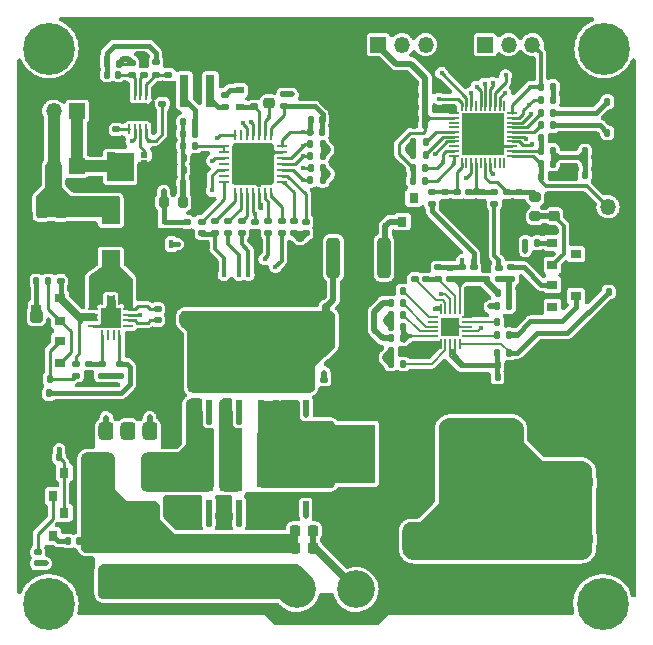
<source format=gbr>
%TF.GenerationSoftware,KiCad,Pcbnew,(6.0.0)*%
%TF.CreationDate,2022-04-01T15:34:28+08:00*%
%TF.ProjectId,LinkCharge40_Receiver,4c696e6b-4368-4617-9267-6534305f5265,rev?*%
%TF.SameCoordinates,Original*%
%TF.FileFunction,Copper,L1,Top*%
%TF.FilePolarity,Positive*%
%FSLAX46Y46*%
G04 Gerber Fmt 4.6, Leading zero omitted, Abs format (unit mm)*
G04 Created by KiCad (PCBNEW (6.0.0)) date 2022-04-01 15:34:28*
%MOMM*%
%LPD*%
G01*
G04 APERTURE LIST*
G04 Aperture macros list*
%AMRoundRect*
0 Rectangle with rounded corners*
0 $1 Rounding radius*
0 $2 $3 $4 $5 $6 $7 $8 $9 X,Y pos of 4 corners*
0 Add a 4 corners polygon primitive as box body*
4,1,4,$2,$3,$4,$5,$6,$7,$8,$9,$2,$3,0*
0 Add four circle primitives for the rounded corners*
1,1,$1+$1,$2,$3*
1,1,$1+$1,$4,$5*
1,1,$1+$1,$6,$7*
1,1,$1+$1,$8,$9*
0 Add four rect primitives between the rounded corners*
20,1,$1+$1,$2,$3,$4,$5,0*
20,1,$1+$1,$4,$5,$6,$7,0*
20,1,$1+$1,$6,$7,$8,$9,0*
20,1,$1+$1,$8,$9,$2,$3,0*%
G04 Aperture macros list end*
%TA.AperFunction,SMDPad,CuDef*%
%ADD10RoundRect,0.135000X0.185000X-0.135000X0.185000X0.135000X-0.185000X0.135000X-0.185000X-0.135000X0*%
%TD*%
%TA.AperFunction,SMDPad,CuDef*%
%ADD11RoundRect,0.135000X-0.135000X-0.185000X0.135000X-0.185000X0.135000X0.185000X-0.135000X0.185000X0*%
%TD*%
%TA.AperFunction,SMDPad,CuDef*%
%ADD12RoundRect,0.140000X-0.140000X-0.170000X0.140000X-0.170000X0.140000X0.170000X-0.140000X0.170000X0*%
%TD*%
%TA.AperFunction,SMDPad,CuDef*%
%ADD13RoundRect,0.135000X0.135000X0.185000X-0.135000X0.185000X-0.135000X-0.185000X0.135000X-0.185000X0*%
%TD*%
%TA.AperFunction,SMDPad,CuDef*%
%ADD14RoundRect,0.250000X0.650000X-0.325000X0.650000X0.325000X-0.650000X0.325000X-0.650000X-0.325000X0*%
%TD*%
%TA.AperFunction,SMDPad,CuDef*%
%ADD15RoundRect,0.250000X1.100000X-0.325000X1.100000X0.325000X-1.100000X0.325000X-1.100000X-0.325000X0*%
%TD*%
%TA.AperFunction,SMDPad,CuDef*%
%ADD16R,0.610000X0.830000*%
%TD*%
%TA.AperFunction,SMDPad,CuDef*%
%ADD17R,1.970000X4.600000*%
%TD*%
%TA.AperFunction,SMDPad,CuDef*%
%ADD18O,0.250000X0.850000*%
%TD*%
%TA.AperFunction,SMDPad,CuDef*%
%ADD19R,1.600000X1.600000*%
%TD*%
%TA.AperFunction,ComponentPad*%
%ADD20R,1.350000X1.350000*%
%TD*%
%TA.AperFunction,ComponentPad*%
%ADD21O,1.350000X1.350000*%
%TD*%
%TA.AperFunction,SMDPad,CuDef*%
%ADD22RoundRect,0.135000X-0.185000X0.135000X-0.185000X-0.135000X0.185000X-0.135000X0.185000X0.135000X0*%
%TD*%
%TA.AperFunction,ComponentPad*%
%ADD23C,0.700000*%
%TD*%
%TA.AperFunction,ComponentPad*%
%ADD24C,4.400000*%
%TD*%
%TA.AperFunction,SMDPad,CuDef*%
%ADD25R,0.900000X0.800000*%
%TD*%
%TA.AperFunction,SMDPad,CuDef*%
%ADD26RoundRect,0.317500X0.317500X0.442500X-0.317500X0.442500X-0.317500X-0.442500X0.317500X-0.442500X0*%
%TD*%
%TA.AperFunction,SMDPad,CuDef*%
%ADD27RoundRect,0.635000X0.635000X0.865000X-0.635000X0.865000X-0.635000X-0.865000X0.635000X-0.865000X0*%
%TD*%
%TA.AperFunction,SMDPad,CuDef*%
%ADD28RoundRect,0.140000X0.170000X-0.140000X0.170000X0.140000X-0.170000X0.140000X-0.170000X-0.140000X0*%
%TD*%
%TA.AperFunction,SMDPad,CuDef*%
%ADD29RoundRect,0.140000X-0.170000X0.140000X-0.170000X-0.140000X0.170000X-0.140000X0.170000X0.140000X0*%
%TD*%
%TA.AperFunction,SMDPad,CuDef*%
%ADD30RoundRect,0.147500X-0.147500X-0.172500X0.147500X-0.172500X0.147500X0.172500X-0.147500X0.172500X0*%
%TD*%
%TA.AperFunction,SMDPad,CuDef*%
%ADD31RoundRect,0.062500X-0.350000X-0.062500X0.350000X-0.062500X0.350000X0.062500X-0.350000X0.062500X0*%
%TD*%
%TA.AperFunction,SMDPad,CuDef*%
%ADD32RoundRect,0.062500X-0.062500X-0.350000X0.062500X-0.350000X0.062500X0.350000X-0.062500X0.350000X0*%
%TD*%
%TA.AperFunction,SMDPad,CuDef*%
%ADD33R,1.700000X1.700000*%
%TD*%
%TA.AperFunction,SMDPad,CuDef*%
%ADD34RoundRect,0.200000X-0.275000X0.200000X-0.275000X-0.200000X0.275000X-0.200000X0.275000X0.200000X0*%
%TD*%
%TA.AperFunction,SMDPad,CuDef*%
%ADD35R,1.600000X1.900000*%
%TD*%
%TA.AperFunction,SMDPad,CuDef*%
%ADD36RoundRect,0.140000X0.140000X0.170000X-0.140000X0.170000X-0.140000X-0.170000X0.140000X-0.170000X0*%
%TD*%
%TA.AperFunction,SMDPad,CuDef*%
%ADD37R,0.500000X0.850000*%
%TD*%
%TA.AperFunction,SMDPad,CuDef*%
%ADD38R,4.410000X4.550000*%
%TD*%
%TA.AperFunction,SMDPad,CuDef*%
%ADD39RoundRect,0.225000X0.225000X0.250000X-0.225000X0.250000X-0.225000X-0.250000X0.225000X-0.250000X0*%
%TD*%
%TA.AperFunction,SMDPad,CuDef*%
%ADD40RoundRect,0.147500X0.147500X0.172500X-0.147500X0.172500X-0.147500X-0.172500X0.147500X-0.172500X0*%
%TD*%
%TA.AperFunction,SMDPad,CuDef*%
%ADD41RoundRect,0.050000X-0.050000X0.375000X-0.050000X-0.375000X0.050000X-0.375000X0.050000X0.375000X0*%
%TD*%
%TA.AperFunction,SMDPad,CuDef*%
%ADD42RoundRect,0.050000X-0.375000X0.050000X-0.375000X-0.050000X0.375000X-0.050000X0.375000X0.050000X0*%
%TD*%
%TA.AperFunction,SMDPad,CuDef*%
%ADD43R,1.650000X1.650000*%
%TD*%
%TA.AperFunction,SMDPad,CuDef*%
%ADD44RoundRect,0.250000X-0.475000X0.250000X-0.475000X-0.250000X0.475000X-0.250000X0.475000X0.250000X0*%
%TD*%
%TA.AperFunction,ComponentPad*%
%ADD45C,3.200000*%
%TD*%
%TA.AperFunction,SMDPad,CuDef*%
%ADD46RoundRect,0.250000X0.250000X0.475000X-0.250000X0.475000X-0.250000X-0.475000X0.250000X-0.475000X0*%
%TD*%
%TA.AperFunction,SMDPad,CuDef*%
%ADD47R,0.800000X0.900000*%
%TD*%
%TA.AperFunction,SMDPad,CuDef*%
%ADD48R,0.630000X0.500000*%
%TD*%
%TA.AperFunction,SMDPad,CuDef*%
%ADD49R,1.665000X2.450000*%
%TD*%
%TA.AperFunction,SMDPad,CuDef*%
%ADD50RoundRect,0.062500X0.062500X-0.337500X0.062500X0.337500X-0.062500X0.337500X-0.062500X-0.337500X0*%
%TD*%
%TA.AperFunction,SMDPad,CuDef*%
%ADD51RoundRect,0.062500X0.337500X-0.062500X0.337500X0.062500X-0.337500X0.062500X-0.337500X-0.062500X0*%
%TD*%
%TA.AperFunction,SMDPad,CuDef*%
%ADD52R,3.350000X3.350000*%
%TD*%
%TA.AperFunction,SMDPad,CuDef*%
%ADD53R,0.700000X0.600000*%
%TD*%
%TA.AperFunction,SMDPad,CuDef*%
%ADD54RoundRect,0.250000X-0.312500X-1.450000X0.312500X-1.450000X0.312500X1.450000X-0.312500X1.450000X0*%
%TD*%
%TA.AperFunction,ComponentPad*%
%ADD55RoundRect,0.352940X-1.447060X1.447060X-1.447060X-1.447060X1.447060X-1.447060X1.447060X1.447060X0*%
%TD*%
%TA.AperFunction,ComponentPad*%
%ADD56C,3.600000*%
%TD*%
%TA.AperFunction,SMDPad,CuDef*%
%ADD57RoundRect,0.225000X0.250000X-0.225000X0.250000X0.225000X-0.250000X0.225000X-0.250000X-0.225000X0*%
%TD*%
%TA.AperFunction,SMDPad,CuDef*%
%ADD58RoundRect,0.225000X-0.250000X0.225000X-0.250000X-0.225000X0.250000X-0.225000X0.250000X0.225000X0*%
%TD*%
%TA.AperFunction,SMDPad,CuDef*%
%ADD59R,4.500000X5.000000*%
%TD*%
%TA.AperFunction,SMDPad,CuDef*%
%ADD60RoundRect,0.200000X0.200000X0.275000X-0.200000X0.275000X-0.200000X-0.275000X0.200000X-0.275000X0*%
%TD*%
%TA.AperFunction,SMDPad,CuDef*%
%ADD61R,0.800000X2.700000*%
%TD*%
%TA.AperFunction,SMDPad,CuDef*%
%ADD62RoundRect,0.062500X0.062500X-0.350000X0.062500X0.350000X-0.062500X0.350000X-0.062500X-0.350000X0*%
%TD*%
%TA.AperFunction,SMDPad,CuDef*%
%ADD63RoundRect,0.062500X0.350000X-0.062500X0.350000X0.062500X-0.350000X0.062500X-0.350000X-0.062500X0*%
%TD*%
%TA.AperFunction,SMDPad,CuDef*%
%ADD64R,3.600000X3.600000*%
%TD*%
%TA.AperFunction,SMDPad,CuDef*%
%ADD65R,0.450000X0.700000*%
%TD*%
%TA.AperFunction,ViaPad*%
%ADD66C,0.450000*%
%TD*%
%TA.AperFunction,Conductor*%
%ADD67C,0.250000*%
%TD*%
%TA.AperFunction,Conductor*%
%ADD68C,0.500000*%
%TD*%
%TA.AperFunction,Conductor*%
%ADD69C,0.200000*%
%TD*%
%TA.AperFunction,Conductor*%
%ADD70C,0.400000*%
%TD*%
%TA.AperFunction,Conductor*%
%ADD71C,0.300000*%
%TD*%
%TA.AperFunction,Conductor*%
%ADD72C,0.700000*%
%TD*%
%TA.AperFunction,Conductor*%
%ADD73C,1.000000*%
%TD*%
%TA.AperFunction,Conductor*%
%ADD74C,0.460000*%
%TD*%
%TA.AperFunction,Conductor*%
%ADD75C,1.500000*%
%TD*%
G04 APERTURE END LIST*
D10*
%TO.P,R67,1*%
%TO.N,Net-(C32-Pad1)*%
X148765001Y-91049998D03*
%TO.P,R67,2*%
%TO.N,GND*%
X148765001Y-90029998D03*
%TD*%
D11*
%TO.P,R12,1*%
%TO.N,GND*%
X124320000Y-111640000D03*
%TO.P,R12,2*%
%TO.N,Net-(R12-Pad2)*%
X125340000Y-111640000D03*
%TD*%
D12*
%TO.P,C56,1*%
%TO.N,+5V*%
X116720000Y-73700000D03*
%TO.P,C56,2*%
%TO.N,Net-(C56-Pad2)*%
X117680000Y-73700000D03*
%TD*%
D11*
%TO.P,R48,1*%
%TO.N,ACMPREF*%
X153445000Y-80148926D03*
%TO.P,R48,2*%
%TO.N,VDDA*%
X154465000Y-80148926D03*
%TD*%
D13*
%TO.P,R39,1*%
%TO.N,+3V3*%
X154475000Y-75831786D03*
%TO.P,R39,2*%
%TO.N,Net-(J2-Pad2)*%
X153455000Y-75831786D03*
%TD*%
D14*
%TO.P,C62,1*%
%TO.N,GND*%
X147630001Y-116755000D03*
%TO.P,C62,2*%
%TO.N,VDC*%
X147630001Y-113805000D03*
%TD*%
D15*
%TO.P,C52,1*%
%TO.N,COIL-*%
X120680000Y-116485000D03*
%TO.P,C52,2*%
%TO.N,VAC2*%
X120680000Y-113535000D03*
%TD*%
D16*
%TO.P,U6,1*%
%TO.N,Net-(C37-Pad2)*%
X124095000Y-101660000D03*
%TO.P,U6,2*%
%TO.N,Net-(R10-Pad2)*%
X125365000Y-101660000D03*
%TO.P,U6,3*%
%TO.N,VAC1*%
X126635000Y-101660000D03*
%TO.P,U6,4*%
%TO.N,Net-(R24-Pad2)*%
X127905000Y-101660000D03*
%TO.P,U6,5*%
%TO.N,HT*%
X127905000Y-95980000D03*
D17*
X127220000Y-98180000D03*
D16*
%TO.P,U6,6*%
X126635000Y-95980000D03*
%TO.P,U6,7*%
X125365000Y-95980000D03*
%TO.P,U6,8*%
X124095000Y-95980000D03*
D17*
X124780000Y-98180000D03*
%TD*%
D18*
%TO.P,U8,1,Dmin*%
%TO.N,Net-(R41-Pad1)*%
X120050000Y-75450000D03*
%TO.P,U8,2,SLOPE*%
%TO.N,Net-(R45-Pad1)*%
X119550000Y-75450000D03*
%TO.P,U8,3,SENSE*%
%TO.N,Net-(C56-Pad2)*%
X119050000Y-75450000D03*
%TO.P,U8,4,GND*%
%TO.N,GND*%
X118550000Y-75450000D03*
%TO.P,U8,5,FREQ*%
%TO.N,Net-(C57-Pad1)*%
X118550000Y-78350000D03*
%TO.P,U8,6,D0*%
%TO.N,+5V*%
X119050000Y-78350000D03*
%TO.P,U8,7,PWM_OUT*%
%TO.N,Net-(U8-Pad7)*%
X119550000Y-78350000D03*
%TO.P,U8,8,VDD*%
%TO.N,+5V*%
X120050000Y-78350000D03*
D19*
%TO.P,U8,9,EP*%
%TO.N,GND*%
X119300000Y-76900000D03*
%TD*%
D12*
%TO.P,C30,1*%
%TO.N,VDDA*%
X157195000Y-81175001D03*
%TO.P,C30,2*%
%TO.N,GND*%
X158155000Y-81175001D03*
%TD*%
D20*
%TO.P,J3,1,Pin_1*%
%TO.N,+3V3*%
X139700000Y-71175000D03*
D21*
%TO.P,J3,2,Pin_2*%
%TO.N,Net-(J3-Pad2)*%
X141700000Y-71175000D03*
%TO.P,J3,3,Pin_3*%
%TO.N,Net-(J3-Pad3)*%
X143700000Y-71175000D03*
%TO.P,J3,4,Pin_4*%
%TO.N,GND*%
X145700000Y-71175000D03*
%TD*%
D22*
%TO.P,R26,1*%
%TO.N,Net-(R26-Pad1)*%
X128120833Y-86135000D03*
%TO.P,R26,2*%
%TO.N,Net-(R26-Pad2)*%
X128120833Y-87155000D03*
%TD*%
D11*
%TO.P,R16,1*%
%TO.N,VACC_MID*%
X123167500Y-77697500D03*
%TO.P,R16,2*%
%TO.N,VDDA*%
X124187500Y-77697500D03*
%TD*%
D12*
%TO.P,C14,1*%
%TO.N,ACMPREF*%
X153475000Y-79042141D03*
%TO.P,C14,2*%
%TO.N,GND*%
X154435000Y-79042141D03*
%TD*%
D16*
%TO.P,U7,1*%
%TO.N,GND*%
X124075000Y-110180000D03*
%TO.P,U7,2*%
%TO.N,Net-(R12-Pad2)*%
X125345000Y-110180000D03*
%TO.P,U7,3*%
%TO.N,GND*%
X126615000Y-110180000D03*
%TO.P,U7,4*%
%TO.N,Net-(R26-Pad2)*%
X127885000Y-110180000D03*
D17*
%TO.P,U7,5*%
%TO.N,VAC1*%
X127200000Y-106700000D03*
D16*
X127885000Y-104500000D03*
%TO.P,U7,6*%
X126615000Y-104500000D03*
%TO.P,U7,7*%
%TO.N,Net-(C37-Pad2)*%
X125345000Y-104500000D03*
%TO.P,U7,8*%
X124075000Y-104500000D03*
D17*
X124760000Y-106700000D03*
%TD*%
D22*
%TO.P,R19,1*%
%TO.N,AC_I_1*%
X131692501Y-75387500D03*
%TO.P,R19,2*%
%TO.N,Net-(C31-Pad1)*%
X131692501Y-76407500D03*
%TD*%
D23*
%TO.P,H3,1,Pin_1*%
%TO.N,unconnected-(H3-Pad1)*%
X111800000Y-116850000D03*
X111800000Y-120150000D03*
X112966726Y-119666726D03*
X110633274Y-117333274D03*
D24*
X111800000Y-118500000D03*
D23*
X110633274Y-119666726D03*
X112966726Y-117333274D03*
X110150000Y-118500000D03*
X113450000Y-118500000D03*
%TD*%
D20*
%TO.P,J6,1,Pin_1*%
%TO.N,Net-(J6-Pad1)*%
X114200000Y-76800000D03*
D21*
%TO.P,J6,2,Pin_2*%
%TO.N,+5V*%
X112200000Y-76800000D03*
%TD*%
D12*
%TO.P,C8,1*%
%TO.N,VACC_MID*%
X123197500Y-81772500D03*
%TO.P,C8,2*%
%TO.N,GND*%
X124157500Y-81772500D03*
%TD*%
D13*
%TO.P,R9,1*%
%TO.N,GND*%
X128920000Y-111660000D03*
%TO.P,R9,2*%
%TO.N,Net-(R26-Pad2)*%
X127900000Y-111660000D03*
%TD*%
D25*
%TO.P,D1,1*%
%TO.N,Net-(D1-Pad1)*%
X154425000Y-87950000D03*
%TO.P,D1,2*%
%TO.N,Net-(C10-Pad1)*%
X154425000Y-89850000D03*
%TO.P,D1,3*%
%TO.N,unconnected-(D1-Pad3)*%
X156425000Y-88900000D03*
%TD*%
D22*
%TO.P,R46,1*%
%TO.N,DC_V*%
X149510715Y-83655001D03*
%TO.P,R46,2*%
%TO.N,VDC*%
X149510715Y-84675001D03*
%TD*%
D12*
%TO.P,C22,1*%
%TO.N,GND*%
X140784999Y-92039999D03*
%TO.P,C22,2*%
%TO.N,Net-(C22-Pad2)*%
X141744999Y-92039999D03*
%TD*%
D26*
%TO.P,L3,1,1*%
%TO.N,VACC_MID*%
X120350000Y-103870000D03*
%TO.P,L3,2,2*%
%TO.N,unconnected-(L3-Pad2)*%
X118500000Y-103870000D03*
%TO.P,L3,3,3*%
%TO.N,ISENSE*%
X116650000Y-103870000D03*
%TO.P,L3,4,4*%
%TO.N,VAC2*%
X116650000Y-110930000D03*
%TO.P,L3,5,5*%
X118500000Y-110930000D03*
%TO.P,L3,6,6*%
X120350000Y-110930000D03*
D27*
%TO.P,L3,7,7*%
X115880000Y-107400000D03*
%TO.P,L3,8,8*%
%TO.N,Net-(C37-Pad2)*%
X121120000Y-107400000D03*
%TD*%
D11*
%TO.P,R56,1*%
%TO.N,Net-(Q5-Pad4)*%
X140755000Y-94029998D03*
%TO.P,R56,2*%
%TO.N,Net-(R56-Pad2)*%
X141775000Y-94029998D03*
%TD*%
D28*
%TO.P,C61,1*%
%TO.N,Net-(C32-Pad1)*%
X145765000Y-91019998D03*
%TO.P,C61,2*%
%TO.N,VDC*%
X145765000Y-90059998D03*
%TD*%
%TO.P,C19,1*%
%TO.N,GND*%
X146347860Y-84645001D03*
%TO.P,C19,2*%
%TO.N,PDC_V*%
X146347860Y-83685001D03*
%TD*%
D13*
%TO.P,R59,1*%
%TO.N,Net-(D3-Pad3)*%
X141785000Y-96049998D03*
%TO.P,R59,2*%
%TO.N,Net-(C23-Pad2)*%
X140765000Y-96049998D03*
%TD*%
D12*
%TO.P,C42,1*%
%TO.N,TEMP*%
X153475000Y-82372501D03*
%TO.P,C42,2*%
%TO.N,GND*%
X154435000Y-82372501D03*
%TD*%
D29*
%TO.P,C37,1*%
%TO.N,Net-(C37-Pad1)*%
X133575000Y-86170000D03*
%TO.P,C37,2*%
%TO.N,Net-(C37-Pad2)*%
X133575000Y-87130000D03*
%TD*%
D30*
%TO.P,LED4,1,K*%
%TO.N,GND*%
X110855000Y-100700000D03*
%TO.P,LED4,2,A*%
%TO.N,Net-(LED4-Pad2)*%
X111825000Y-100700000D03*
%TD*%
D10*
%TO.P,R41,1*%
%TO.N,Net-(R41-Pad1)*%
X120866666Y-73700000D03*
%TO.P,R41,2*%
%TO.N,+5V*%
X120866666Y-72680000D03*
%TD*%
D31*
%TO.P,U1,1,VSW*%
%TO.N,Net-(C11-Pad2)*%
X115562500Y-93525000D03*
%TO.P,U1,2,VCC*%
%TO.N,Net-(C1-Pad1)*%
X115562500Y-94025000D03*
%TO.P,U1,3,VCC*%
X115562500Y-94525000D03*
%TO.P,U1,4,GND*%
%TO.N,GND*%
X115562500Y-95025000D03*
D32*
%TO.P,U1,5,FB*%
%TO.N,Net-(R13-Pad1)*%
X116275000Y-95737500D03*
%TO.P,U1,6,NC*%
%TO.N,unconnected-(U1-Pad6)*%
X116775000Y-95737500D03*
%TO.P,U1,7,NC*%
%TO.N,unconnected-(U1-Pad7)*%
X117275000Y-95737500D03*
%TO.P,U1,8,PG*%
%TO.N,Net-(LED4-Pad2)*%
X117775000Y-95737500D03*
D31*
%TO.P,U1,9,EN*%
%TO.N,unconnected-(U1-Pad9)*%
X118487500Y-95025000D03*
%TO.P,U1,10,BST*%
%TO.N,Net-(C11-Pad1)*%
X118487500Y-94525000D03*
%TO.P,U1,11,VCC*%
%TO.N,Net-(C1-Pad1)*%
X118487500Y-94025000D03*
%TO.P,U1,12,VSW*%
%TO.N,Net-(C11-Pad2)*%
X118487500Y-93525000D03*
D32*
%TO.P,U1,13,VSW*%
X117775000Y-92812500D03*
%TO.P,U1,14,GND*%
%TO.N,GND*%
X117275000Y-92812500D03*
%TO.P,U1,15,GND*%
X116775000Y-92812500D03*
%TO.P,U1,16,VSW*%
%TO.N,Net-(C11-Pad2)*%
X116275000Y-92812500D03*
D33*
%TO.P,U1,17,GND*%
%TO.N,GND*%
X117025000Y-94275000D03*
%TD*%
D22*
%TO.P,R64,1*%
%TO.N,VDC*%
X144765000Y-90029997D03*
%TO.P,R64,2*%
%TO.N,Net-(R64-Pad2)*%
X144765000Y-91049997D03*
%TD*%
D13*
%TO.P,R5,1*%
%TO.N,Net-(R4-Pad2)*%
X111852436Y-99480741D03*
%TO.P,R5,2*%
%TO.N,GND*%
X110832436Y-99480741D03*
%TD*%
%TO.P,R50,1*%
%TO.N,Net-(R49-Pad1)*%
X134965001Y-79557500D03*
%TO.P,R50,2*%
%TO.N,PWM2_L*%
X133945001Y-79557500D03*
%TD*%
D34*
%TO.P,R7,1*%
%TO.N,AC_I*%
X152975000Y-84070000D03*
%TO.P,R7,2*%
%TO.N,Net-(C10-Pad1)*%
X152975000Y-85720000D03*
%TD*%
D35*
%TO.P,L1,1,1*%
%TO.N,Net-(C11-Pad2)*%
X117037436Y-89530742D03*
%TO.P,L1,2,2*%
%TO.N,+5V*%
X117037436Y-85430742D03*
%TD*%
D29*
%TO.P,C36,1*%
%TO.N,Net-(C36-Pad1)*%
X124742501Y-86165001D03*
%TO.P,C36,2*%
%TO.N,VAC1*%
X124742501Y-87125001D03*
%TD*%
D10*
%TO.P,R45,1*%
%TO.N,Net-(R45-Pad1)*%
X119833333Y-73710000D03*
%TO.P,R45,2*%
%TO.N,GND*%
X119833333Y-72690000D03*
%TD*%
D36*
%TO.P,C33,1*%
%TO.N,+3V3*%
X143660000Y-77940000D03*
%TO.P,C33,2*%
%TO.N,GND*%
X142700000Y-77940000D03*
%TD*%
D13*
%TO.P,R40,1*%
%TO.N,+3V3*%
X154475000Y-74715000D03*
%TO.P,R40,2*%
%TO.N,Net-(J2-Pad3)*%
X153455000Y-74715000D03*
%TD*%
D10*
%TO.P,R55,1*%
%TO.N,GND*%
X145293575Y-84675001D03*
%TO.P,R55,2*%
%TO.N,PDC_V*%
X145293575Y-83655001D03*
%TD*%
D37*
%TO.P,Q5,1,S*%
%TO.N,Net-(D3-Pad3)*%
X129760000Y-101709999D03*
%TO.P,Q5,2,S*%
X131030000Y-101709999D03*
%TO.P,Q5,3,S*%
X132300000Y-101709999D03*
%TO.P,Q5,4,G*%
%TO.N,Net-(Q5-Pad4)*%
X133570000Y-101709999D03*
D38*
%TO.P,Q5,5,D*%
%TO.N,HT*%
X131665000Y-97759999D03*
%TD*%
D22*
%TO.P,R54,1*%
%TO.N,PDC_V*%
X144229291Y-83655001D03*
%TO.P,R54,2*%
%TO.N,HT*%
X144229291Y-84675001D03*
%TD*%
D28*
%TO.P,C1,1*%
%TO.N,Net-(C1-Pad1)*%
X112800000Y-91180000D03*
%TO.P,C1,2*%
%TO.N,GND*%
X112800000Y-90220000D03*
%TD*%
D11*
%TO.P,R61,1*%
%TO.N,Net-(Q6-Pad4)*%
X140760000Y-97100000D03*
%TO.P,R61,2*%
%TO.N,GND*%
X141780000Y-97100000D03*
%TD*%
D22*
%TO.P,R42,1*%
%TO.N,GND*%
X121900000Y-72690000D03*
%TO.P,R42,2*%
%TO.N,Net-(R41-Pad1)*%
X121900000Y-73710000D03*
%TD*%
D10*
%TO.P,R68,1*%
%TO.N,Net-(C32-Pad1)*%
X147765000Y-91049999D03*
%TO.P,R68,2*%
%TO.N,HT*%
X147765000Y-90029999D03*
%TD*%
D22*
%TO.P,R11,1*%
%TO.N,AC_I*%
X150575000Y-83655001D03*
%TO.P,R11,2*%
%TO.N,GND*%
X150575000Y-84675001D03*
%TD*%
D25*
%TO.P,U2,1,K*%
%TO.N,Net-(Q1-Pad1)*%
X112742436Y-98130741D03*
%TO.P,U2,2,REF*%
%TO.N,Net-(R4-Pad2)*%
X112742436Y-96230741D03*
%TO.P,U2,3,A*%
%TO.N,GND*%
X110742436Y-97180741D03*
%TD*%
D39*
%TO.P,C6,1*%
%TO.N,VAC1*%
X134165000Y-112320000D03*
%TO.P,C6,2*%
%TO.N,VAC2*%
X132615000Y-112320000D03*
%TD*%
D40*
%TO.P,LED2,1,K*%
%TO.N,GND*%
X160060000Y-78650000D03*
%TO.P,LED2,2,A*%
%TO.N,Net-(LED2-Pad2)*%
X159090000Y-78650000D03*
%TD*%
D23*
%TO.P,H1,1,Pin_1*%
%TO.N,unconnected-(H1-Pad1)*%
X157633274Y-72666726D03*
X158800000Y-69850000D03*
X157633274Y-70333274D03*
D24*
X158800000Y-71500000D03*
D23*
X159966726Y-70333274D03*
X157150000Y-71500000D03*
X158800000Y-73150000D03*
X159966726Y-72666726D03*
X160450000Y-71500000D03*
%TD*%
D13*
%TO.P,R30,1*%
%TO.N,EN_MOD*%
X112660000Y-106100000D03*
%TO.P,R30,2*%
%TO.N,GND*%
X111640000Y-106100000D03*
%TD*%
D41*
%TO.P,U3,1,FB*%
%TO.N,Net-(C32-Pad1)*%
X146565000Y-93589998D03*
%TO.P,U3,2,VOUT*%
%TO.N,Net-(R64-Pad2)*%
X146165000Y-93589998D03*
%TO.P,U3,3,VDDA*%
%TO.N,+5V*%
X145765000Y-93589998D03*
%TO.P,U3,4,VLDO*%
%TO.N,Net-(C20-Pad2)*%
X145365000Y-93589998D03*
%TO.P,U3,5,VIN*%
%TO.N,HT*%
X144965000Y-93589998D03*
D42*
%TO.P,U3,6,SS*%
%TO.N,Net-(C22-Pad2)*%
X144315000Y-94239998D03*
%TO.P,U3,7,NC*%
%TO.N,unconnected-(U3-Pad7)*%
X144315000Y-94639998D03*
%TO.P,U3,8,BST*%
%TO.N,Net-(C23-Pad1)*%
X144315000Y-95039998D03*
%TO.P,U3,9,DH*%
%TO.N,Net-(R56-Pad2)*%
X144315000Y-95439998D03*
%TO.P,U3,10,LX*%
%TO.N,Net-(D3-Pad3)*%
X144315000Y-95839998D03*
D41*
%TO.P,U3,11,PGND*%
%TO.N,GND*%
X144965000Y-96489998D03*
%TO.P,U3,12,DL*%
%TO.N,Net-(R58-Pad2)*%
X145365000Y-96489998D03*
%TO.P,U3,13,VDDP*%
%TO.N,+5V*%
X145765000Y-96489998D03*
%TO.P,U3,14,PSV*%
X146165000Y-96489998D03*
%TO.P,U3,15,PG*%
%TO.N,Net-(LED3-Pad2)*%
X146565000Y-96489998D03*
D42*
%TO.P,U3,16,LIMI*%
%TO.N,Net-(R57-Pad2)*%
X147215000Y-95839998D03*
%TO.P,U3,17,EN*%
%TO.N,EN_LOAD*%
X147215000Y-95439998D03*
%TO.P,U3,18,AGND*%
%TO.N,GND*%
X147215000Y-95039998D03*
%TO.P,U3,19,TON*%
%TO.N,Net-(R53-Pad2)*%
X147215000Y-94639998D03*
%TO.P,U3,20,ENL*%
%TO.N,GND*%
X147215000Y-94239998D03*
D43*
%TO.P,U3,21,EP*%
X145765000Y-95039998D03*
%TD*%
D13*
%TO.P,R57,1*%
%TO.N,Net-(D3-Pad3)*%
X150775000Y-95739998D03*
%TO.P,R57,2*%
%TO.N,Net-(R57-Pad2)*%
X149755000Y-95739998D03*
%TD*%
D44*
%TO.P,C46,1*%
%TO.N,GND*%
X131625715Y-92480000D03*
%TO.P,C46,2*%
%TO.N,HT*%
X131625715Y-94380000D03*
%TD*%
D11*
%TO.P,R8,1*%
%TO.N,VAC1*%
X126900000Y-103000000D03*
%TO.P,R8,2*%
%TO.N,Net-(R24-Pad2)*%
X127920000Y-103000000D03*
%TD*%
%TO.P,R33,1*%
%TO.N,Net-(R33-Pad1)*%
X153445000Y-78005000D03*
%TO.P,R33,2*%
%TO.N,Net-(LED2-Pad2)*%
X154465000Y-78005000D03*
%TD*%
D23*
%TO.P,H2,1,Pin_1*%
%TO.N,unconnected-(H2-Pad1)*%
X157533274Y-119666726D03*
X158700000Y-120150000D03*
X160350000Y-118500000D03*
X159866726Y-117333274D03*
X157050000Y-118500000D03*
D24*
X158700000Y-118500000D03*
D23*
X157533274Y-117333274D03*
X159866726Y-119666726D03*
X158700000Y-116850000D03*
%TD*%
D29*
%TO.P,C16,1*%
%TO.N,AC_I*%
X151629289Y-83685001D03*
%TO.P,C16,2*%
%TO.N,GND*%
X151629289Y-84645001D03*
%TD*%
D45*
%TO.P,J5,1,Pin_1*%
%TO.N,COIL-*%
X132800000Y-117300000D03*
%TO.P,J5,2,Pin_2*%
%TO.N,VAC1*%
X137800000Y-117300000D03*
%TD*%
D36*
%TO.P,C17,1*%
%TO.N,GND*%
X150745000Y-99325000D03*
%TO.P,C17,2*%
%TO.N,+5V*%
X149785000Y-99325000D03*
%TD*%
D11*
%TO.P,R34,1*%
%TO.N,Net-(R34-Pad1)*%
X153454999Y-76948570D03*
%TO.P,R34,2*%
%TO.N,Net-(LED1-Pad2)*%
X154474999Y-76948570D03*
%TD*%
D15*
%TO.P,C53,1*%
%TO.N,COIL-*%
X123880000Y-116485000D03*
%TO.P,C53,2*%
%TO.N,VAC2*%
X123880000Y-113535000D03*
%TD*%
D11*
%TO.P,R10,1*%
%TO.N,Net-(C37-Pad2)*%
X124360000Y-103000000D03*
%TO.P,R10,2*%
%TO.N,Net-(R10-Pad2)*%
X125380000Y-103000000D03*
%TD*%
D36*
%TO.P,C26,1*%
%TO.N,+3V3*%
X143655000Y-75960001D03*
%TO.P,C26,2*%
%TO.N,GND*%
X142695000Y-75960001D03*
%TD*%
D22*
%TO.P,R25,1*%
%TO.N,Net-(R25-Pad1)*%
X125847501Y-86135001D03*
%TO.P,R25,2*%
%TO.N,VAC1*%
X125847501Y-87155001D03*
%TD*%
D11*
%TO.P,R18,1*%
%TO.N,+3V3*%
X142635000Y-81575001D03*
%TO.P,R18,2*%
%TO.N,Net-(J3-Pad2)*%
X143655000Y-81575001D03*
%TD*%
D29*
%TO.P,C20,1*%
%TO.N,GND*%
X142765001Y-90049998D03*
%TO.P,C20,2*%
%TO.N,Net-(C20-Pad2)*%
X142765001Y-91009998D03*
%TD*%
D36*
%TO.P,C24,1*%
%TO.N,+3V3*%
X143655000Y-74970002D03*
%TO.P,C24,2*%
%TO.N,GND*%
X142695000Y-74970002D03*
%TD*%
D22*
%TO.P,R17,1*%
%TO.N,+3V3*%
X126730000Y-75397500D03*
%TO.P,R17,2*%
%TO.N,Net-(L2-Pad2)*%
X126730000Y-76417500D03*
%TD*%
D11*
%TO.P,R35,1*%
%TO.N,TEMP*%
X153445000Y-81265710D03*
%TO.P,R35,2*%
%TO.N,VDDA*%
X154465000Y-81265710D03*
%TD*%
D37*
%TO.P,Q6,1,S*%
%TO.N,GND*%
X129745000Y-110250000D03*
%TO.P,Q6,2,S*%
X131015000Y-110250000D03*
%TO.P,Q6,3,S*%
X132285000Y-110250000D03*
%TO.P,Q6,4,G*%
%TO.N,Net-(Q6-Pad4)*%
X133555000Y-110250000D03*
D38*
%TO.P,Q6,5,D*%
%TO.N,Net-(D3-Pad3)*%
X131650000Y-106300000D03*
%TD*%
D13*
%TO.P,R69,1*%
%TO.N,Net-(LED3-Pad2)*%
X150775000Y-97275000D03*
%TO.P,R69,2*%
%TO.N,+5V*%
X149755000Y-97275000D03*
%TD*%
D46*
%TO.P,C3,1*%
%TO.N,GND*%
X137170000Y-94625715D03*
%TO.P,C3,2*%
%TO.N,HT*%
X135270000Y-94625715D03*
%TD*%
D22*
%TO.P,R28,1*%
%TO.N,Net-(R28-Pad1)*%
X132570000Y-86140000D03*
%TO.P,R28,2*%
%TO.N,Net-(C37-Pad2)*%
X132570000Y-87160000D03*
%TD*%
D28*
%TO.P,C9,1*%
%TO.N,VAC1*%
X110850000Y-115080000D03*
%TO.P,C9,2*%
%TO.N,Net-(C9-Pad2)*%
X110850000Y-114120000D03*
%TD*%
D47*
%TO.P,Q2,1,G*%
%TO.N,EN_MOD*%
X113100000Y-107400000D03*
%TO.P,Q2,2,S*%
%TO.N,GND*%
X111200000Y-107400000D03*
%TO.P,Q2,3,D*%
%TO.N,Net-(C9-Pad2)*%
X112150000Y-109400000D03*
%TD*%
D48*
%TO.P,U9,1*%
%TO.N,GND*%
X119872500Y-82475000D03*
%TO.P,U9,2*%
X119872500Y-81825000D03*
%TO.P,U9,3*%
X119872500Y-81175000D03*
%TO.P,U9,4*%
%TO.N,Net-(U8-Pad7)*%
X119872500Y-80525000D03*
%TO.P,U9,5*%
%TO.N,Net-(J6-Pad1)*%
X117002500Y-80525000D03*
%TO.P,U9,6*%
X117002500Y-81175000D03*
%TO.P,U9,7*%
X117002500Y-81825000D03*
D49*
%TO.P,U9,8*%
X118157500Y-81500000D03*
D48*
X117002500Y-82475000D03*
%TD*%
D44*
%TO.P,C47,1*%
%TO.N,GND*%
X129781430Y-92480000D03*
%TO.P,C47,2*%
%TO.N,HT*%
X129781430Y-94380000D03*
%TD*%
D36*
%TO.P,C15,1*%
%TO.N,GND*%
X150745000Y-98335002D03*
%TO.P,C15,2*%
%TO.N,+5V*%
X149785000Y-98335002D03*
%TD*%
%TO.P,C23,1*%
%TO.N,Net-(C23-Pad1)*%
X141744999Y-93029998D03*
%TO.P,C23,2*%
%TO.N,Net-(C23-Pad2)*%
X140784999Y-93029998D03*
%TD*%
D44*
%TO.P,C50,1*%
%TO.N,GND*%
X124248575Y-92480000D03*
%TO.P,C50,2*%
%TO.N,HT*%
X124248575Y-94380000D03*
%TD*%
D22*
%TO.P,R44,1*%
%TO.N,Net-(NCP15XW153J03RC1-Pad1)*%
X118800000Y-72690000D03*
%TO.P,R44,2*%
%TO.N,Net-(C56-Pad2)*%
X118800000Y-73710000D03*
%TD*%
D28*
%TO.P,C58,1*%
%TO.N,Net-(C32-Pad2)*%
X149865001Y-91019999D03*
%TO.P,C58,2*%
%TO.N,VDC*%
X149865001Y-90059999D03*
%TD*%
D22*
%TO.P,R13,1*%
%TO.N,Net-(R13-Pad1)*%
X116262436Y-98170742D03*
%TO.P,R13,2*%
%TO.N,+5V*%
X116262436Y-99190742D03*
%TD*%
D20*
%TO.P,J7,1,Pin_1*%
%TO.N,Net-(J6-Pad1)*%
X114200000Y-81456977D03*
D21*
%TO.P,J7,2,Pin_2*%
%TO.N,+5V*%
X112200000Y-81456977D03*
%TD*%
D28*
%TO.P,C57,1*%
%TO.N,Net-(C57-Pad1)*%
X117510001Y-78350000D03*
%TO.P,C57,2*%
%TO.N,GND*%
X117510001Y-77390000D03*
%TD*%
D12*
%TO.P,C7,1*%
%TO.N,VACC_MID*%
X123197500Y-80772500D03*
%TO.P,C7,2*%
%TO.N,GND*%
X124157500Y-80772500D03*
%TD*%
D22*
%TO.P,R27,1*%
%TO.N,Net-(R27-Pad1)*%
X131510831Y-86135001D03*
%TO.P,R27,2*%
%TO.N,Net-(R10-Pad2)*%
X131510831Y-87155001D03*
%TD*%
D29*
%TO.P,C28,1*%
%TO.N,+5V*%
X129247499Y-86165001D03*
%TO.P,C28,2*%
%TO.N,GND*%
X129247499Y-87125001D03*
%TD*%
D50*
%TO.P,U4,1,VS1*%
%TO.N,Net-(R25-Pad1)*%
X127577500Y-83717500D03*
%TO.P,U4,2,HO1*%
%TO.N,Net-(R24-Pad1)*%
X128077500Y-83717500D03*
%TO.P,U4,3,LO1*%
%TO.N,Net-(R26-Pad1)*%
X128577500Y-83717500D03*
%TO.P,U4,4,VCCG*%
%TO.N,+5V*%
X129077500Y-83717500D03*
%TO.P,U4,5,PGND*%
%TO.N,GND*%
X129577500Y-83717500D03*
%TO.P,U4,6,LO2*%
%TO.N,Net-(R29-Pad1)*%
X130077500Y-83717500D03*
%TO.P,U4,7,HO2*%
%TO.N,Net-(R27-Pad1)*%
X130577500Y-83717500D03*
D51*
%TO.P,U4,8,VS2*%
%TO.N,Net-(R28-Pad1)*%
X131527500Y-82767500D03*
%TO.P,U4,9,VB2*%
%TO.N,Net-(C37-Pad1)*%
X131527500Y-82267500D03*
%TO.P,U4,10,LS1ON*%
%TO.N,PWM1_L*%
X131527500Y-81767500D03*
%TO.P,U4,11,HS1ON*%
%TO.N,PWM1_H*%
X131527500Y-81267500D03*
%TO.P,U4,12,LS2ON*%
%TO.N,PWM2_L*%
X131527500Y-80767500D03*
%TO.P,U4,13,AGND*%
%TO.N,GND*%
X131527500Y-80267500D03*
%TO.P,U4,14,VOUTA*%
%TO.N,AC_I_2*%
X131527500Y-79767500D03*
D50*
%TO.P,U4,15,CA*%
%TO.N,Net-(C31-Pad1)*%
X130577500Y-78817500D03*
%TO.P,U4,16,LDO_EN*%
%TO.N,+5V*%
X130077500Y-78817500D03*
%TO.P,U4,17,VLDO*%
%TO.N,Net-(C35-Pad1)*%
X129577500Y-78817500D03*
%TO.P,U4,18,HS2ON*%
%TO.N,PWM2_H*%
X129077500Y-78817500D03*
%TO.P,U4,19,RA*%
%TO.N,AC_I_1*%
X128577500Y-78817500D03*
%TO.P,U4,20,SYNC1*%
%TO.N,unconnected-(U4-Pad20)*%
X128077500Y-78817500D03*
%TO.P,U4,21,VIN*%
%TO.N,ISENSE*%
X127577500Y-78817500D03*
D51*
%TO.P,U4,22,CB*%
%TO.N,Net-(R6-Pad1)*%
X126627500Y-79767500D03*
%TO.P,U4,23,VOUTB*%
X126627500Y-80267500D03*
%TO.P,U4,24,GAIN*%
%TO.N,EN_GAIN*%
X126627500Y-80767500D03*
%TO.P,U4,25,SYNC2*%
%TO.N,unconnected-(U4-Pad25)*%
X126627500Y-81267500D03*
%TO.P,U4,26,DRV_EN*%
%TO.N,EN_DRV*%
X126627500Y-81767500D03*
%TO.P,U4,27,RB*%
%TO.N,unconnected-(U4-Pad27)*%
X126627500Y-82267500D03*
%TO.P,U4,28,VB1*%
%TO.N,Net-(C36-Pad1)*%
X126627500Y-82767500D03*
D52*
%TO.P,U4,29,PAD*%
%TO.N,GND*%
X129077500Y-81267500D03*
%TD*%
D12*
%TO.P,C32,1*%
%TO.N,Net-(C32-Pad1)*%
X149785000Y-92239999D03*
%TO.P,C32,2*%
%TO.N,Net-(C32-Pad2)*%
X150745000Y-92239999D03*
%TD*%
D36*
%TO.P,C29,1*%
%TO.N,+3V3*%
X143654999Y-76950000D03*
%TO.P,C29,2*%
%TO.N,GND*%
X142694999Y-76950000D03*
%TD*%
D13*
%TO.P,R49,1*%
%TO.N,Net-(R49-Pad1)*%
X134965001Y-80557500D03*
%TO.P,R49,2*%
%TO.N,PWM1_H*%
X133945001Y-80557500D03*
%TD*%
D14*
%TO.P,C60,1*%
%TO.N,GND*%
X145230001Y-116755000D03*
%TO.P,C60,2*%
%TO.N,VDC*%
X145230001Y-113805000D03*
%TD*%
D40*
%TO.P,LED3,1,K*%
%TO.N,GND*%
X160160000Y-92110000D03*
%TO.P,LED3,2,A*%
%TO.N,Net-(LED3-Pad2)*%
X159190000Y-92110000D03*
%TD*%
D46*
%TO.P,C2,1*%
%TO.N,GND*%
X137170000Y-96380000D03*
%TO.P,C2,2*%
%TO.N,HT*%
X135270000Y-96380000D03*
%TD*%
D36*
%TO.P,C31,1*%
%TO.N,Net-(C31-Pad1)*%
X134935001Y-77510000D03*
%TO.P,C31,2*%
%TO.N,AC_I_2*%
X133975001Y-77510000D03*
%TD*%
D53*
%TO.P,D4,1,K*%
%TO.N,+3V3*%
X127970000Y-75020000D03*
%TO.P,D4,2,A*%
%TO.N,Net-(C35-Pad1)*%
X127970000Y-76420000D03*
%TD*%
D13*
%TO.P,R52,1*%
%TO.N,Net-(R51-Pad1)*%
X134965001Y-82647500D03*
%TO.P,R52,2*%
%TO.N,PWM1_L*%
X133945001Y-82647500D03*
%TD*%
D10*
%TO.P,R65,1*%
%TO.N,Net-(R64-Pad2)*%
X143760000Y-91049997D03*
%TO.P,R65,2*%
%TO.N,GND*%
X143760000Y-90029997D03*
%TD*%
D13*
%TO.P,R23,1*%
%TO.N,GND*%
X124187499Y-82872499D03*
%TO.P,R23,2*%
%TO.N,VACC_MID*%
X123167499Y-82872499D03*
%TD*%
D22*
%TO.P,R4,1*%
%TO.N,Net-(C1-Pad1)*%
X114112436Y-98170742D03*
%TO.P,R4,2*%
%TO.N,Net-(R4-Pad2)*%
X114112436Y-99190742D03*
%TD*%
D11*
%TO.P,R58,1*%
%TO.N,Net-(Q6-Pad4)*%
X140760001Y-98200000D03*
%TO.P,R58,2*%
%TO.N,Net-(R58-Pad2)*%
X141780001Y-98200000D03*
%TD*%
D13*
%TO.P,R3,1*%
%TO.N,Net-(D1-Pad1)*%
X153160000Y-87950000D03*
%TO.P,R3,2*%
%TO.N,COIL-*%
X152140000Y-87950000D03*
%TD*%
%TO.P,R6,1*%
%TO.N,Net-(R6-Pad1)*%
X124187500Y-79747500D03*
%TO.P,R6,2*%
%TO.N,VACC_MID*%
X123167500Y-79747500D03*
%TD*%
D36*
%TO.P,C12,1*%
%TO.N,VAC2*%
X114380000Y-113200000D03*
%TO.P,C12,2*%
%TO.N,Net-(C12-Pad2)*%
X113420000Y-113200000D03*
%TD*%
D14*
%TO.P,C59,1*%
%TO.N,GND*%
X150030000Y-116755000D03*
%TO.P,C59,2*%
%TO.N,VDC*%
X150030000Y-113805000D03*
%TD*%
D54*
%TO.P,R31,1*%
%TO.N,HT*%
X135891581Y-89230258D03*
%TO.P,R31,2*%
%TO.N,Net-(Q3-Pad3)*%
X140166581Y-89230258D03*
%TD*%
D47*
%TO.P,Q4,1,G*%
%TO.N,EN_MOD*%
X113100000Y-110800000D03*
%TO.P,Q4,2,S*%
%TO.N,GND*%
X111200000Y-110800000D03*
%TO.P,Q4,3,D*%
%TO.N,Net-(C12-Pad2)*%
X112150000Y-112800000D03*
%TD*%
D15*
%TO.P,C51,1*%
%TO.N,COIL-*%
X117480000Y-116485000D03*
%TO.P,C51,2*%
%TO.N,VAC2*%
X117480000Y-113535000D03*
%TD*%
D12*
%TO.P,C34,1*%
%TO.N,VDDA*%
X157194999Y-80175000D03*
%TO.P,C34,2*%
%TO.N,GND*%
X158154999Y-80175000D03*
%TD*%
D22*
%TO.P,R29,1*%
%TO.N,Net-(R29-Pad1)*%
X130374165Y-86135001D03*
%TO.P,R29,2*%
%TO.N,Net-(R12-Pad2)*%
X130374165Y-87155001D03*
%TD*%
D13*
%TO.P,R53,1*%
%TO.N,GND*%
X150775000Y-94639997D03*
%TO.P,R53,2*%
%TO.N,Net-(R53-Pad2)*%
X149755000Y-94639997D03*
%TD*%
D28*
%TO.P,C13,1*%
%TO.N,GND*%
X147392145Y-84645001D03*
%TO.P,C13,2*%
%TO.N,DC_V*%
X147392145Y-83685001D03*
%TD*%
D55*
%TO.P,J4,1,Pin_1*%
%TO.N,GND*%
X156120000Y-98630000D03*
D56*
%TO.P,J4,2,Pin_2*%
X156120000Y-103430000D03*
%TO.P,J4,3,Pin_3*%
%TO.N,VDC*%
X156120000Y-108230000D03*
%TO.P,J4,4,Pin_4*%
X156120000Y-113030000D03*
%TD*%
D22*
%TO.P,R66,1*%
%TO.N,VDC*%
X146760000Y-90029997D03*
%TO.P,R66,2*%
%TO.N,Net-(C32-Pad1)*%
X146760000Y-91049997D03*
%TD*%
D11*
%TO.P,R43,1*%
%TO.N,+5V*%
X116700001Y-72769999D03*
%TO.P,R43,2*%
%TO.N,Net-(NCP15XW153J03RC1-Pad1)*%
X117720001Y-72769999D03*
%TD*%
D57*
%TO.P,C25,1*%
%TO.N,+5V*%
X130437500Y-76132500D03*
%TO.P,C25,2*%
%TO.N,GND*%
X130437500Y-74582500D03*
%TD*%
D58*
%TO.P,C18,1*%
%TO.N,+5V*%
X112810000Y-85425000D03*
%TO.P,C18,2*%
%TO.N,GND*%
X112810000Y-86975000D03*
%TD*%
D28*
%TO.P,C35,1*%
%TO.N,Net-(C35-Pad1)*%
X129190000Y-76407500D03*
%TO.P,C35,2*%
%TO.N,GND*%
X129190000Y-75447500D03*
%TD*%
D15*
%TO.P,C54,1*%
%TO.N,COIL-*%
X127080000Y-116485000D03*
%TO.P,C54,2*%
%TO.N,VAC2*%
X127080000Y-113535000D03*
%TD*%
D28*
%TO.P,C55,1*%
%TO.N,+5V*%
X121400000Y-76160000D03*
%TO.P,C55,2*%
%TO.N,GND*%
X121400000Y-75200000D03*
%TD*%
D44*
%TO.P,C48,1*%
%TO.N,GND*%
X127937145Y-92480000D03*
%TO.P,C48,2*%
%TO.N,HT*%
X127937145Y-94380000D03*
%TD*%
D11*
%TO.P,R60,1*%
%TO.N,Net-(Q5-Pad4)*%
X140755000Y-95039998D03*
%TO.P,R60,2*%
%TO.N,Net-(D3-Pad3)*%
X141775000Y-95039998D03*
%TD*%
D20*
%TO.P,J2,1,Pin_1*%
%TO.N,+3V3*%
X148725000Y-71175000D03*
D21*
%TO.P,J2,2,Pin_2*%
%TO.N,Net-(J2-Pad2)*%
X150725000Y-71175000D03*
%TO.P,J2,3,Pin_3*%
%TO.N,Net-(J2-Pad3)*%
X152725000Y-71175000D03*
%TO.P,J2,4,Pin_4*%
%TO.N,GND*%
X154725000Y-71175000D03*
%TD*%
D14*
%TO.P,C63,1*%
%TO.N,GND*%
X142830000Y-116755000D03*
%TO.P,C63,2*%
%TO.N,VDC*%
X142830000Y-113805000D03*
%TD*%
D58*
%TO.P,C21,1*%
%TO.N,+5V*%
X111200000Y-85425000D03*
%TO.P,C21,2*%
%TO.N,GND*%
X111200000Y-86975000D03*
%TD*%
D12*
%TO.P,C27,1*%
%TO.N,VDDA*%
X157195000Y-82175001D03*
%TO.P,C27,2*%
%TO.N,GND*%
X158155000Y-82175001D03*
%TD*%
D40*
%TO.P,LED1,1,K*%
%TO.N,GND*%
X160060000Y-76000000D03*
%TO.P,LED1,2,A*%
%TO.N,Net-(LED1-Pad2)*%
X159090000Y-76000000D03*
%TD*%
D44*
%TO.P,C45,1*%
%TO.N,GND*%
X133470000Y-92480000D03*
%TO.P,C45,2*%
%TO.N,HT*%
X133470000Y-94380000D03*
%TD*%
D59*
%TO.P,L4,1,1*%
%TO.N,Net-(D3-Pad3)*%
X137190000Y-105810000D03*
%TO.P,L4,2,2*%
%TO.N,VDC*%
X147690000Y-105810000D03*
%TD*%
D25*
%TO.P,D3,1,A*%
%TO.N,Net-(D3-Pad1)*%
X154425000Y-91500000D03*
%TO.P,D3,2,NC*%
%TO.N,unconnected-(D3-Pad2)*%
X154425000Y-93400000D03*
%TO.P,D3,3,K*%
%TO.N,Net-(D3-Pad3)*%
X156425000Y-92450000D03*
%TD*%
D20*
%TO.P,J1,1,Pin_1*%
%TO.N,GND*%
X159130000Y-86900000D03*
D21*
%TO.P,J1,2,Pin_2*%
%TO.N,TEMP*%
X159130000Y-84900000D03*
%TD*%
D11*
%TO.P,R2,1*%
%TO.N,HT*%
X110732436Y-91180741D03*
%TO.P,R2,2*%
%TO.N,Net-(Q1-Pad1)*%
X111752436Y-91180741D03*
%TD*%
D10*
%TO.P,R14,1*%
%TO.N,GND*%
X115179860Y-99190742D03*
%TO.P,R14,2*%
%TO.N,Net-(R13-Pad1)*%
X115179860Y-98170742D03*
%TD*%
D22*
%TO.P,R1,1*%
%TO.N,Net-(LED4-Pad2)*%
X117787436Y-98170742D03*
%TO.P,R1,2*%
%TO.N,+5V*%
X117787436Y-99190742D03*
%TD*%
D13*
%TO.P,R38,1*%
%TO.N,Net-(R38-Pad1)*%
X143685000Y-80535000D03*
%TO.P,R38,2*%
%TO.N,EN_GAIN*%
X142665000Y-80535000D03*
%TD*%
D22*
%TO.P,R24,1*%
%TO.N,Net-(R24-Pad1)*%
X126984167Y-86135000D03*
%TO.P,R24,2*%
%TO.N,Net-(R24-Pad2)*%
X126984167Y-87155000D03*
%TD*%
D23*
%TO.P,H4,1,Pin_1*%
%TO.N,unconnected-(H4-Pad1)*%
X110633274Y-72666726D03*
D24*
X111800000Y-71500000D03*
D23*
X110633274Y-70333274D03*
X110150000Y-71500000D03*
X113450000Y-71500000D03*
X112966726Y-72666726D03*
X111800000Y-69850000D03*
X111800000Y-73150000D03*
X112966726Y-70333274D03*
%TD*%
D28*
%TO.P,C5,1*%
%TO.N,GND*%
X123510000Y-87140000D03*
%TO.P,C5,2*%
%TO.N,ISENSE*%
X123510000Y-86180000D03*
%TD*%
%TO.P,C11,1*%
%TO.N,Net-(C11-Pad1)*%
X121012436Y-94500742D03*
%TO.P,C11,2*%
%TO.N,Net-(C11-Pad2)*%
X121012436Y-93540742D03*
%TD*%
D10*
%TO.P,R47,1*%
%TO.N,GND*%
X148446430Y-84675001D03*
%TO.P,R47,2*%
%TO.N,DC_V*%
X148446430Y-83655001D03*
%TD*%
D11*
%TO.P,R20,1*%
%TO.N,VACC_MID*%
X123167500Y-78697500D03*
%TO.P,R20,2*%
%TO.N,VDDA*%
X124187500Y-78697500D03*
%TD*%
D60*
%TO.P,R15,1*%
%TO.N,VACC_MID*%
X123165000Y-84480000D03*
%TO.P,R15,2*%
%TO.N,ISENSE*%
X121515000Y-84480000D03*
%TD*%
D13*
%TO.P,R62,1*%
%TO.N,Net-(C32-Pad2)*%
X150775000Y-93339999D03*
%TO.P,R62,2*%
%TO.N,Net-(D3-Pad3)*%
X149755000Y-93339999D03*
%TD*%
D39*
%TO.P,C4,1*%
%TO.N,VAC1*%
X134165000Y-113770000D03*
%TO.P,C4,2*%
%TO.N,VAC2*%
X132615000Y-113770000D03*
%TD*%
D61*
%TO.P,L2,1,1*%
%TO.N,VDDA*%
X123270000Y-75060000D03*
%TO.P,L2,2,2*%
%TO.N,Net-(L2-Pad2)*%
X125470000Y-75060000D03*
%TD*%
D13*
%TO.P,R32,1*%
%TO.N,Net-(R32-Pad1)*%
X143685000Y-79434999D03*
%TO.P,R32,2*%
%TO.N,EN_GAIN*%
X142665000Y-79434999D03*
%TD*%
D62*
%TO.P,U5,1,PDC_V*%
%TO.N,PDC_V*%
X146755000Y-81205001D03*
%TO.P,U5,2,ZERO_CROSS*%
%TO.N,unconnected-(U5-Pad2)*%
X147155000Y-81205001D03*
%TO.P,U5,3,AC_I_2*%
%TO.N,AC_I_2*%
X147555000Y-81205001D03*
%TO.P,U5,4,DC_V*%
%TO.N,DC_V*%
X147955000Y-81205001D03*
%TO.P,U5,5,DC_I*%
%TO.N,unconnected-(U5-Pad5)*%
X148355000Y-81205001D03*
%TO.P,U5,6,AC_I*%
%TO.N,AC_I*%
X148755000Y-81205001D03*
%TO.P,U5,7,AC_I_1*%
%TO.N,AC_I_1*%
X149155000Y-81205001D03*
%TO.P,U5,8,NC*%
%TO.N,unconnected-(U5-Pad8)*%
X149555000Y-81205001D03*
%TO.P,U5,9,AC_V*%
%TO.N,unconnected-(U5-Pad9)*%
X149955000Y-81205001D03*
%TO.P,U5,10,NC*%
%TO.N,unconnected-(U5-Pad10)*%
X150355000Y-81205001D03*
D63*
%TO.P,U5,11,TEMP*%
%TO.N,TEMP*%
X150992500Y-80567501D03*
%TO.P,U5,12,ACMPREF*%
%TO.N,ACMPREF*%
X150992500Y-80167501D03*
%TO.P,U5,13,AVSS*%
%TO.N,GND*%
X150992500Y-79767501D03*
%TO.P,U5,14,AVDD*%
%TO.N,VDDA*%
X150992500Y-79367501D03*
%TO.P,U5,15,VDD*%
%TO.N,+3V3*%
X150992500Y-78967501D03*
%TO.P,U5,16,LEDG*%
%TO.N,Net-(R33-Pad1)*%
X150992500Y-78567501D03*
%TO.P,U5,17,LEDB*%
%TO.N,Net-(R34-Pad1)*%
X150992500Y-78167501D03*
%TO.P,U5,18,DRV_EN*%
%TO.N,EN_DRV*%
X150992500Y-77767501D03*
%TO.P,U5,19,I2C|SCL*%
%TO.N,Net-(J2-Pad2)*%
X150992500Y-77367501D03*
%TO.P,U5,20,I2C|SDA*%
%TO.N,Net-(J2-Pad3)*%
X150992500Y-76967501D03*
D62*
%TO.P,U5,21,BST|L*%
%TO.N,unconnected-(U5-Pad21)*%
X150355000Y-76330001D03*
%TO.P,U5,22,ACMP1_OUT*%
%TO.N,Net-(R49-Pad1)*%
X149955000Y-76330001D03*
%TO.P,U5,23,PWM1|H*%
%TO.N,PWM1_H*%
X149555000Y-76330001D03*
%TO.P,U5,24,PWM1|L*%
%TO.N,PWM1_L*%
X149155000Y-76330001D03*
%TO.P,U5,25,EN_MOD*%
%TO.N,EN_MOD*%
X148755000Y-76330001D03*
%TO.P,U5,26,EN_LOAD*%
%TO.N,EN_LOAD*%
X148355000Y-76330001D03*
%TO.P,U5,27,TOUCH1*%
%TO.N,unconnected-(U5-Pad27)*%
X147955000Y-76330001D03*
%TO.P,U5,28,ACMP2_OUT*%
%TO.N,Net-(R51-Pad1)*%
X147555000Y-76330001D03*
%TO.P,U5,29,PWM2|L*%
%TO.N,PWM2_L*%
X147155000Y-76330001D03*
%TO.P,U5,30,PWM2|H*%
%TO.N,PWM2_H*%
X146755000Y-76330001D03*
D63*
%TO.P,U5,31,VSS*%
%TO.N,GND*%
X146117500Y-76967501D03*
%TO.P,U5,32,VDD*%
%TO.N,+3V3*%
X146117500Y-77367501D03*
%TO.P,U5,33,BUCK|H*%
%TO.N,unconnected-(U5-Pad33)*%
X146117500Y-77767501D03*
%TO.P,U5,34,BUCK|L*%
%TO.N,unconnected-(U5-Pad34)*%
X146117500Y-78167501D03*
%TO.P,U5,35,AC_GAIN1*%
%TO.N,Net-(R32-Pad1)*%
X146117500Y-78567501D03*
%TO.P,U5,36,AC_GAIN2*%
%TO.N,Net-(R38-Pad1)*%
X146117500Y-78967501D03*
%TO.P,U5,37,EN_MINLD*%
%TO.N,MIN_LD*%
X146117500Y-79367501D03*
%TO.P,U5,38,TOUCH2*%
%TO.N,unconnected-(U5-Pad38)*%
X146117500Y-79767501D03*
%TO.P,U5,39,BT|RX*%
%TO.N,Net-(J3-Pad2)*%
X146117500Y-80167501D03*
%TO.P,U5,40,BT|TX*%
%TO.N,Net-(J3-Pad3)*%
X146117500Y-80567501D03*
D64*
%TO.P,U5,41,PAD*%
%TO.N,GND*%
X148555000Y-78767501D03*
%TD*%
D13*
%TO.P,R51,1*%
%TO.N,Net-(R51-Pad1)*%
X134967500Y-81607500D03*
%TO.P,R51,2*%
%TO.N,PWM2_H*%
X133947500Y-81607500D03*
%TD*%
D65*
%TO.P,D2,1*%
%TO.N,GND*%
X120870000Y-88060000D03*
%TO.P,D2,2*%
%TO.N,+3V3*%
X122170000Y-88060000D03*
%TO.P,D2,3*%
%TO.N,ISENSE*%
X121520000Y-86060000D03*
%TD*%
D10*
%TO.P,R63,1*%
%TO.N,Net-(C32-Pad2)*%
X150965001Y-91049998D03*
%TO.P,R63,2*%
%TO.N,Net-(D3-Pad1)*%
X150965001Y-90029998D03*
%TD*%
D44*
%TO.P,C49,1*%
%TO.N,GND*%
X126092860Y-92480000D03*
%TO.P,C49,2*%
%TO.N,HT*%
X126092860Y-94380000D03*
%TD*%
D11*
%TO.P,R21,1*%
%TO.N,+3V3*%
X142635000Y-82675000D03*
%TO.P,R21,2*%
%TO.N,Net-(J3-Pad3)*%
X143655000Y-82675000D03*
%TD*%
D22*
%TO.P,NCP15XW153J03RC1,1*%
%TO.N,Net-(NCP15XW153J03RC1-Pad1)*%
X135090000Y-99540000D03*
%TO.P,NCP15XW153J03RC1,2*%
%TO.N,GND*%
X135090000Y-100560000D03*
%TD*%
D25*
%TO.P,Q1,1,G*%
%TO.N,Net-(Q1-Pad1)*%
X112742436Y-94530742D03*
%TO.P,Q1,2,S*%
%TO.N,Net-(C1-Pad1)*%
X112742436Y-92630742D03*
%TO.P,Q1,3,D*%
%TO.N,HT*%
X110742436Y-93580742D03*
%TD*%
D47*
%TO.P,Q3,1,G*%
%TO.N,MIN_LD*%
X142670000Y-84150000D03*
%TO.P,Q3,2,S*%
%TO.N,GND*%
X140770000Y-84150000D03*
%TO.P,Q3,3,D*%
%TO.N,Net-(Q3-Pad3)*%
X141720000Y-86150000D03*
%TD*%
D57*
%TO.P,C10,1*%
%TO.N,Net-(C10-Pad1)*%
X154575000Y-85670000D03*
%TO.P,C10,2*%
%TO.N,GND*%
X154575000Y-84120000D03*
%TD*%
D13*
%TO.P,R22,1*%
%TO.N,Net-(C31-Pad1)*%
X134960000Y-78530000D03*
%TO.P,R22,2*%
%TO.N,AC_I_2*%
X133940000Y-78530000D03*
%TD*%
D66*
%TO.N,GND*%
X109510000Y-113740000D03*
X148975000Y-79125000D03*
X136660000Y-69190000D03*
X109510000Y-90740000D03*
X138000000Y-84000000D03*
X109510000Y-86740000D03*
X132500000Y-91600000D03*
X109510000Y-108740000D03*
X109510000Y-109740000D03*
X116660000Y-69190000D03*
X147660000Y-69190000D03*
X161110000Y-79740000D03*
X123100000Y-110610000D03*
X126160000Y-111130000D03*
X143325000Y-118850000D03*
X116225000Y-118850000D03*
X161110000Y-105740000D03*
X134000000Y-74000000D03*
X161110000Y-111740000D03*
X148175000Y-77525000D03*
X151105000Y-86735000D03*
X122660000Y-69190000D03*
X127877500Y-82447500D03*
X161110000Y-115740000D03*
X129820000Y-111060000D03*
X161110000Y-85740000D03*
X132220000Y-111060000D03*
X125660000Y-69190000D03*
X161110000Y-77740000D03*
X153660000Y-69190000D03*
X128660000Y-69190000D03*
X161110000Y-94740000D03*
X145775000Y-95059998D03*
X151660000Y-69190000D03*
X161110000Y-96740000D03*
X130277500Y-82447500D03*
X127877500Y-81647500D03*
X143265000Y-89439998D03*
X128677500Y-81647501D03*
X109510000Y-112740000D03*
X122700000Y-72700000D03*
X161110000Y-78740000D03*
X109510000Y-107740000D03*
X119300000Y-76900000D03*
X109510000Y-98740000D03*
X138000000Y-85000000D03*
X133000000Y-73000000D03*
X147895000Y-86735000D03*
X109510000Y-83740000D03*
X118225000Y-118850000D03*
X147895000Y-85155000D03*
X137660000Y-69190000D03*
X109510000Y-81740000D03*
X161110000Y-102740000D03*
X137000000Y-73000000D03*
X161110000Y-76740000D03*
X109510000Y-104740000D03*
X133660000Y-69190000D03*
X136000000Y-73000000D03*
X138660000Y-69190000D03*
X109510000Y-79740000D03*
X119800000Y-77420000D03*
X115000000Y-89330000D03*
X122500000Y-92100000D03*
X131620000Y-111060000D03*
X139000000Y-84000000D03*
X109510000Y-73740000D03*
X109510000Y-99740000D03*
X126640000Y-111540000D03*
X130277500Y-80847500D03*
X147375000Y-79125000D03*
X154660000Y-69190000D03*
X122170000Y-110610000D03*
X122650000Y-110200000D03*
X130420000Y-111060000D03*
X148975000Y-78325000D03*
X136000000Y-74000000D03*
X124800000Y-81770000D03*
X147375000Y-78325000D03*
X161110000Y-82740000D03*
X122170000Y-109790000D03*
X129477500Y-80047500D03*
X129477500Y-82447501D03*
X139570000Y-119840000D03*
X113660000Y-69190000D03*
X124225000Y-118850000D03*
X131070000Y-119840000D03*
X152325000Y-118850000D03*
X123660000Y-69190000D03*
X149775000Y-77525000D03*
X109510000Y-94740000D03*
X119570000Y-85930000D03*
X140660000Y-69190000D03*
X128677500Y-80847500D03*
X117512436Y-94770742D03*
X116532436Y-94770742D03*
X156660000Y-69190000D03*
X138095000Y-95530000D03*
X129740000Y-84770000D03*
X127877500Y-80047500D03*
X119800000Y-76370000D03*
X123100000Y-109790000D03*
X147375000Y-79925000D03*
X161110000Y-114740000D03*
X131020000Y-111060000D03*
X109510000Y-110740000D03*
X135000000Y-73000000D03*
X118800000Y-77420000D03*
X117025000Y-94275000D03*
X142825000Y-97075000D03*
X109510000Y-75740000D03*
X148975000Y-77525000D03*
X109510000Y-101740000D03*
X161110000Y-101740000D03*
X155325000Y-118850000D03*
X155080000Y-82370000D03*
X150660000Y-69190000D03*
X109510000Y-80740000D03*
X161110000Y-116740000D03*
X161110000Y-113740000D03*
X139660000Y-69190000D03*
X121200000Y-100900000D03*
X109510000Y-84740000D03*
X161110000Y-74740000D03*
X143725000Y-97050000D03*
X120660000Y-69190000D03*
X116532436Y-93800742D03*
X134170000Y-119840000D03*
X141660000Y-69190000D03*
X146325000Y-118850000D03*
X123225000Y-118850000D03*
X161110000Y-99740000D03*
X161110000Y-112740000D03*
X109510000Y-76740000D03*
X143660000Y-69190000D03*
X109510000Y-102740000D03*
X153325000Y-118850000D03*
X109510000Y-93740000D03*
X117225000Y-118850000D03*
X127090000Y-111130000D03*
X109510000Y-87740000D03*
X109510000Y-92740000D03*
X146660000Y-69190000D03*
X161110000Y-90740000D03*
X161110000Y-88740000D03*
X161110000Y-87740000D03*
X134660000Y-69190000D03*
X149775000Y-78325000D03*
X109510000Y-88740000D03*
X120225000Y-118850000D03*
X141325000Y-118850000D03*
X149775000Y-79925000D03*
X130277500Y-80047500D03*
X109510000Y-85740000D03*
X161110000Y-106740000D03*
X127225000Y-118850000D03*
X142325000Y-118850000D03*
X150325000Y-118850000D03*
X161110000Y-73740000D03*
X151105000Y-85145000D03*
X132170000Y-119840000D03*
X109510000Y-114740000D03*
X118800000Y-76370000D03*
X161110000Y-97740000D03*
X130660000Y-69190000D03*
X149660000Y-69190000D03*
X109510000Y-74740000D03*
X161110000Y-92740000D03*
X138570000Y-119840000D03*
X148660000Y-69190000D03*
X124660000Y-69190000D03*
X161110000Y-100740000D03*
X129225000Y-118850000D03*
X161110000Y-84740000D03*
X145275000Y-95579998D03*
X126225000Y-118850000D03*
X119500000Y-100900000D03*
X109510000Y-97740000D03*
X128677500Y-80047500D03*
X161110000Y-98740000D03*
X136370000Y-119840000D03*
X145325000Y-118850000D03*
X129477500Y-80847500D03*
X161110000Y-86740000D03*
X144660000Y-69190000D03*
X145660000Y-69190000D03*
X109510000Y-106740000D03*
X147325000Y-118850000D03*
X161110000Y-108740000D03*
X145275000Y-94529998D03*
X148175000Y-78325000D03*
X114660000Y-69190000D03*
X122500000Y-92900000D03*
X109510000Y-103740000D03*
X149775000Y-79125000D03*
X148175000Y-79125000D03*
X161110000Y-109740000D03*
X130700000Y-91600000D03*
X109510000Y-82740000D03*
X134000000Y-73000000D03*
X161110000Y-110740000D03*
X161110000Y-89740000D03*
X133000000Y-74000000D03*
X127090000Y-111950000D03*
X139000000Y-85000000D03*
X109510000Y-89740000D03*
X127877500Y-80847500D03*
X131660000Y-69190000D03*
X130277500Y-81647501D03*
X161110000Y-107740000D03*
X146275000Y-94529998D03*
X151325000Y-118850000D03*
X128677500Y-82447500D03*
X147375000Y-77525000D03*
X154325000Y-118850000D03*
X122225000Y-118850000D03*
X161110000Y-104740000D03*
X129477500Y-81647500D03*
X109510000Y-77740000D03*
X126660000Y-69190000D03*
X138095000Y-94823750D03*
X144325000Y-118850000D03*
X132660000Y-69190000D03*
X118660000Y-69190000D03*
X117660000Y-69190000D03*
X135660000Y-69190000D03*
X146845000Y-85155000D03*
X109510000Y-105740000D03*
X148175000Y-79925000D03*
X137000000Y-74000000D03*
X109510000Y-95740000D03*
X140270000Y-119140000D03*
X155660000Y-69190000D03*
X152660000Y-69190000D03*
X129660000Y-69190000D03*
X109510000Y-115740000D03*
X148975000Y-79925000D03*
X117522436Y-93800741D03*
X115660000Y-69190000D03*
X135270000Y-119840000D03*
X127660000Y-69190000D03*
X147540000Y-92320000D03*
X119840000Y-91790000D03*
X109510000Y-116740000D03*
X161110000Y-83740000D03*
X119500000Y-98100000D03*
X109510000Y-100740000D03*
X161110000Y-75740000D03*
X146275000Y-95579998D03*
X145860000Y-76330000D03*
X130370000Y-119140000D03*
X142660000Y-69190000D03*
X109510000Y-91740000D03*
X161110000Y-103740000D03*
X161110000Y-81740000D03*
X126160000Y-111950000D03*
X145815000Y-85155000D03*
X138095000Y-96236250D03*
X161110000Y-93740000D03*
X161110000Y-95740000D03*
X161110000Y-80740000D03*
X125225000Y-118850000D03*
X137470000Y-119840000D03*
X119830000Y-72040000D03*
X109510000Y-96740000D03*
X121225000Y-118850000D03*
X115225000Y-118850000D03*
X133170000Y-119840000D03*
X121660000Y-69190000D03*
X119225000Y-118850000D03*
X119660000Y-69190000D03*
X161110000Y-91740000D03*
X109510000Y-111740000D03*
X129247499Y-87730000D03*
X149325000Y-118850000D03*
X109510000Y-78740000D03*
X148770000Y-89410000D03*
X128225000Y-118850000D03*
X148325000Y-118850000D03*
X135000000Y-74000000D03*
X115180000Y-99770000D03*
%TO.N,COIL-*%
X152140000Y-88620000D03*
%TO.N,VDDA*%
X156800000Y-80670000D03*
X123270000Y-75060000D03*
X152720000Y-79590000D03*
%TO.N,Net-(C1-Pad1)*%
X114690000Y-94270000D03*
X119525000Y-94025000D03*
%TO.N,+5V*%
X129260000Y-85540000D03*
X116700000Y-72190000D03*
X120300000Y-79300000D03*
X117475000Y-85950000D03*
X147540000Y-98340000D03*
X130430000Y-77260000D03*
X118800000Y-79350000D03*
X117009258Y-99190742D03*
X146850000Y-98340000D03*
X144975000Y-92269997D03*
%TO.N,HT*%
X123121425Y-94115000D03*
X110462436Y-94460742D03*
X147765000Y-89439998D03*
X111022436Y-94460742D03*
X144465001Y-93539998D03*
X123121425Y-94640000D03*
X135290000Y-93380000D03*
%TO.N,VAC1*%
X126600000Y-106500000D03*
X127200000Y-106800000D03*
X126600000Y-107200000D03*
X126610000Y-90670000D03*
X127200000Y-107500000D03*
X127800000Y-107200000D03*
X126600000Y-105800000D03*
X127200000Y-106100000D03*
X127800000Y-105800000D03*
X127800000Y-107900000D03*
X127200000Y-105400000D03*
X111520000Y-115080000D03*
X127200000Y-108200000D03*
X126600000Y-107900000D03*
X127800000Y-106500000D03*
X126625000Y-103675000D03*
%TO.N,+3V3*%
X154475000Y-75285000D03*
X152220000Y-79140000D03*
X127280000Y-75020000D03*
X122710000Y-88060000D03*
%TO.N,ISENSE*%
X121520000Y-83560000D03*
X126000000Y-79100000D03*
X116650000Y-102740000D03*
%TO.N,Net-(C37-Pad2)*%
X133075000Y-87600000D03*
X124100000Y-103675000D03*
%TO.N,VACC_MID*%
X123170000Y-83570000D03*
X120350000Y-102730000D03*
%TO.N,Net-(R26-Pad2)*%
X128690000Y-90640000D03*
X127900000Y-110960000D03*
%TO.N,PWM1_L*%
X133330000Y-82640000D03*
X149380000Y-74430000D03*
%TO.N,PWM1_H*%
X133300000Y-80610000D03*
X150470000Y-73780000D03*
%TO.N,PWM2_L*%
X133290000Y-79720000D03*
X145040000Y-73570000D03*
%TO.N,PWM2_H*%
X144840000Y-75760000D03*
X133310000Y-81610000D03*
X128920000Y-77710000D03*
%TO.N,AC_I_2*%
X133310000Y-78540000D03*
X147100000Y-82480000D03*
%TO.N,VDC*%
X149860000Y-89430000D03*
X146780000Y-89430000D03*
X149050000Y-104170000D03*
%TO.N,Net-(R24-Pad2)*%
X127910000Y-102370000D03*
X127900000Y-90660000D03*
%TO.N,Net-(D3-Pad3)*%
X135710000Y-104030000D03*
X142360002Y-95839998D03*
X149150000Y-93339999D03*
X151425000Y-95739998D03*
%TO.N,Net-(J2-Pad2)*%
X152410000Y-76260000D03*
%TO.N,Net-(J3-Pad2)*%
X145190000Y-81120000D03*
%TO.N,Net-(J3-Pad3)*%
X146117500Y-81190000D03*
%TO.N,Net-(NCP15XW153J03RC1-Pad1)*%
X135090000Y-98930000D03*
X118300000Y-72400000D03*
%TO.N,EN_MOD*%
X112670000Y-105420000D03*
X148690000Y-74490000D03*
%TO.N,MIN_LD*%
X144490000Y-80440000D03*
X142680000Y-84150000D03*
%TO.N,Net-(Q5-Pad4)*%
X140305000Y-94549998D03*
X133570000Y-102510000D03*
%TO.N,Net-(Q6-Pad4)*%
X140280000Y-97649999D03*
X133555000Y-111050000D03*
%TO.N,Net-(R10-Pad2)*%
X130980000Y-89980000D03*
X125360000Y-102380000D03*
%TO.N,Net-(R12-Pad2)*%
X130060000Y-89320000D03*
X125350000Y-110970000D03*
%TO.N,AC_I_1*%
X128200000Y-77820000D03*
X149425000Y-82165000D03*
X132390000Y-75387500D03*
%TO.N,EN_GAIN*%
X142180000Y-79990000D03*
X125640000Y-81010000D03*
%TO.N,Net-(R49-Pad1)*%
X135420000Y-80050000D03*
X150430000Y-75280000D03*
%TO.N,Net-(R51-Pad1)*%
X147560000Y-75270000D03*
X135450000Y-82130000D03*
%TO.N,EN_LOAD*%
X148030000Y-74730000D03*
X148410000Y-95200000D03*
%TO.N,EN_DRV*%
X152610000Y-77030000D03*
X125610000Y-83520000D03*
%TD*%
D67*
%TO.N,GND*%
X149932499Y-79767501D02*
X149775000Y-79925000D01*
D68*
X129247499Y-87730000D02*
X129247499Y-87125001D01*
D67*
X131527500Y-80267500D02*
X130497500Y-80267500D01*
X117275000Y-92812500D02*
X117275000Y-93553305D01*
X116775000Y-93558178D02*
X116532436Y-93800742D01*
X117275000Y-93553305D02*
X117522436Y-93800741D01*
X129577500Y-83717500D02*
X129577500Y-84607500D01*
X129577500Y-84607500D02*
X129740000Y-84770000D01*
D69*
X146275000Y-94529998D02*
X146474970Y-94529998D01*
D67*
X116775000Y-92812500D02*
X116775000Y-93558178D01*
X130497500Y-80267500D02*
X130277500Y-80047500D01*
X116409258Y-94770742D02*
X116155000Y-95025000D01*
X116155000Y-95025000D02*
X115562500Y-95025000D01*
X150992500Y-79767501D02*
X149932499Y-79767501D01*
X116532436Y-94770742D02*
X116409258Y-94770742D01*
D69*
X147215000Y-95039998D02*
X145765000Y-95039998D01*
D68*
%TO.N,COIL-*%
X152140000Y-88620000D02*
X152140000Y-87950000D01*
D70*
%TO.N,VDDA*%
X154422500Y-81157499D02*
X154897499Y-80682500D01*
X123270000Y-75060000D02*
X123270000Y-75760000D01*
X156720000Y-80700001D02*
X157195000Y-81175001D01*
X124187500Y-76677500D02*
X124187500Y-77697500D01*
X154465000Y-80575000D02*
X154465000Y-81265710D01*
D67*
X152620000Y-79690000D02*
X152720000Y-79590000D01*
D70*
X154465000Y-80148926D02*
X154465000Y-80575000D01*
X154877499Y-80697499D02*
X154402500Y-80222500D01*
D68*
X124187500Y-77697500D02*
X124187500Y-78697500D01*
D70*
X157194999Y-80175000D02*
X157195000Y-82175001D01*
D67*
X150992500Y-79367501D02*
X151591099Y-79367501D01*
D68*
X124187500Y-78242500D02*
X124187500Y-78697500D01*
D67*
X151591099Y-79367501D02*
X151913598Y-79690000D01*
D70*
X156800000Y-80670000D02*
X154560000Y-80670000D01*
D67*
X151913598Y-79690000D02*
X152620000Y-79690000D01*
D70*
X123270000Y-75760000D02*
X124187500Y-76677500D01*
X156720000Y-80649999D02*
X157194999Y-80175000D01*
D71*
%TO.N,Net-(C10-Pad1)*%
X154570000Y-85680000D02*
X155400000Y-86510000D01*
D68*
X152975000Y-85720000D02*
X154525000Y-85720000D01*
D71*
X155400000Y-88875000D02*
X154425000Y-89850000D01*
X155400000Y-86510000D02*
X155400000Y-88875000D01*
D67*
%TO.N,Net-(C11-Pad1)*%
X120172436Y-94710742D02*
X120358178Y-94525000D01*
X120358178Y-94525000D02*
X120986694Y-94525000D01*
X119068178Y-94525000D02*
X119253920Y-94710742D01*
X119253920Y-94710742D02*
X120172436Y-94710742D01*
X118487500Y-94525000D02*
X119068178Y-94525000D01*
%TO.N,Net-(C11-Pad2)*%
X120356694Y-93525000D02*
X120946694Y-93525000D01*
X119088178Y-93525000D02*
X119302436Y-93310742D01*
X120142436Y-93310742D02*
X120356694Y-93525000D01*
X119302436Y-93310742D02*
X120142436Y-93310742D01*
X118487500Y-93525000D02*
X119088178Y-93525000D01*
D72*
%TO.N,Net-(C1-Pad1)*%
X112702436Y-92612436D02*
X114360000Y-94270000D01*
X114690000Y-94270000D02*
X115560000Y-94270000D01*
X114360000Y-94270000D02*
X114690000Y-94270000D01*
D67*
X118487500Y-94025000D02*
X119525000Y-94025000D01*
D71*
X114690000Y-94270000D02*
X114530000Y-94270000D01*
D67*
X114310000Y-97360000D02*
X114112436Y-97557564D01*
X114560000Y-94520000D02*
X114340000Y-94740000D01*
X114112436Y-97557564D02*
X114112436Y-98170742D01*
D70*
X112800000Y-91180000D02*
X112800000Y-92573178D01*
D67*
X114310000Y-94490000D02*
X114310000Y-97360000D01*
D70*
%TO.N,Net-(LED3-Pad2)*%
X150775000Y-97275000D02*
X151438240Y-97275000D01*
X151438240Y-97275000D02*
X153113240Y-95600000D01*
D69*
X150114998Y-96489998D02*
X146565000Y-96489998D01*
X150850000Y-97225000D02*
X150114998Y-96489998D01*
D70*
X155700000Y-95600000D02*
X159200000Y-92100000D01*
X153113240Y-95600000D02*
X155700000Y-95600000D01*
D68*
%TO.N,+5V*%
X116700000Y-72190000D02*
X116696666Y-72193334D01*
D70*
X116700000Y-72190000D02*
X116700000Y-71840000D01*
D67*
X119050000Y-79100000D02*
X119050000Y-78350000D01*
X121400000Y-78750000D02*
X120850000Y-79300000D01*
D69*
X145868934Y-97150000D02*
X146081066Y-97150000D01*
X145765000Y-97565000D02*
X146675000Y-98475000D01*
D70*
X120866666Y-71856666D02*
X120866666Y-72680000D01*
X117290000Y-71250000D02*
X120260000Y-71250000D01*
D69*
X146975000Y-98200000D02*
X149650000Y-98200000D01*
D67*
X121400000Y-76160000D02*
X121400000Y-78750000D01*
D68*
X117009258Y-99190742D02*
X117787436Y-99190742D01*
D69*
X145765000Y-93589998D02*
X145765000Y-92729998D01*
X145868934Y-97400000D02*
X146081066Y-97400000D01*
D67*
X130430000Y-77260000D02*
X130077500Y-77612500D01*
X120050000Y-79050000D02*
X120050000Y-78350000D01*
D69*
X149675000Y-98475000D02*
X149750000Y-98550000D01*
D72*
X111200000Y-85425000D02*
X117031694Y-85425000D01*
D67*
X120300000Y-79300000D02*
X120050000Y-79050000D01*
D69*
X145868934Y-97050000D02*
X146081066Y-97050000D01*
D70*
X116700001Y-72769999D02*
X116700001Y-73680001D01*
D69*
X146070000Y-97445000D02*
X146880000Y-98255000D01*
X145868934Y-97275000D02*
X146081066Y-97275000D01*
D68*
X116696666Y-72193334D02*
X116696666Y-72800000D01*
D69*
X145305000Y-92269998D02*
X144975000Y-92269997D01*
D73*
X112200000Y-76800000D02*
X112200000Y-81456977D01*
D70*
X116700000Y-71840000D02*
X117290000Y-71250000D01*
X149755000Y-99295000D02*
X149785000Y-99325000D01*
X120260000Y-71250000D02*
X120866666Y-71856666D01*
D69*
X145765000Y-96489998D02*
X145765000Y-97565000D01*
X145895000Y-97495000D02*
X146705000Y-98305000D01*
D67*
X118800000Y-79350000D02*
X119050000Y-79100000D01*
X130455002Y-77234998D02*
X130455002Y-76177500D01*
X129077500Y-85357500D02*
X129077500Y-83717500D01*
D68*
X117031694Y-85425000D02*
X117037436Y-85430742D01*
D67*
X129260000Y-85540000D02*
X129077500Y-85357500D01*
D70*
X149755000Y-97275000D02*
X149755000Y-99295000D01*
D67*
X129260000Y-85540000D02*
X129247499Y-85552501D01*
D69*
X145765000Y-92729998D02*
X145305000Y-92269998D01*
X146650000Y-98325000D02*
X149650000Y-98325000D01*
X146165000Y-97390000D02*
X146975000Y-98200000D01*
D70*
X116700001Y-73680001D02*
X116720000Y-73700000D01*
D67*
X130430000Y-77260000D02*
X130455002Y-77234998D01*
D68*
X116262436Y-99190742D02*
X117009258Y-99190742D01*
D67*
X120850000Y-79300000D02*
X120300000Y-79300000D01*
X129247499Y-85552501D02*
X129247499Y-86165001D01*
D69*
X146675000Y-98475000D02*
X149675000Y-98475000D01*
D67*
X130077500Y-77612500D02*
X130077500Y-78817500D01*
D69*
X146165000Y-96489998D02*
X146165000Y-97390000D01*
%TO.N,Net-(C20-Pad2)*%
X145365000Y-93039997D02*
X145145000Y-92819997D01*
X145365000Y-93589998D02*
X145365000Y-93039997D01*
X145145000Y-92819997D02*
X144574999Y-92819998D01*
X144574999Y-92819998D02*
X142765000Y-91009998D01*
D68*
%TO.N,HT*%
X110462436Y-94460742D02*
X111022436Y-94460742D01*
X111022436Y-93860742D02*
X110742436Y-93580742D01*
X110462436Y-94460742D02*
X110462436Y-93860742D01*
X135890000Y-92750000D02*
X135890000Y-89120000D01*
X110462436Y-93860742D02*
X110742436Y-93580742D01*
X135270000Y-94625715D02*
X135270000Y-93370000D01*
D69*
X144920001Y-93419998D02*
X144470000Y-93419997D01*
D72*
X135290000Y-93380000D02*
X135290000Y-94605715D01*
D68*
X147765000Y-89439998D02*
X147765000Y-90029998D01*
D69*
X144920000Y-93449998D02*
X144470000Y-93449998D01*
D68*
X110462436Y-94130742D02*
X111022436Y-94130742D01*
D69*
X144920000Y-93559997D02*
X144470000Y-93559997D01*
D68*
X135270000Y-93370000D02*
X135890000Y-92750000D01*
D70*
X110742436Y-91190741D02*
X110732436Y-91180741D01*
D68*
X111022436Y-94460742D02*
X111022436Y-93860742D01*
D72*
X135290000Y-94605715D02*
X135270000Y-94625715D01*
D70*
X147765000Y-88815000D02*
X147765000Y-89439998D01*
D67*
X144515000Y-93589998D02*
X144465001Y-93539998D01*
D70*
X144230000Y-85280000D02*
X147765000Y-88815000D01*
X144229291Y-85279291D02*
X144229291Y-84675001D01*
X110742436Y-93580742D02*
X110742436Y-91190741D01*
D69*
X144920000Y-93659998D02*
X144470000Y-93659998D01*
%TO.N,Net-(C22-Pad2)*%
X144314999Y-94239998D02*
X143955000Y-94239998D01*
D67*
X141755000Y-92039999D02*
X141745000Y-92039999D01*
D69*
X143955000Y-94239998D02*
X141755000Y-92039999D01*
D68*
%TO.N,VAC1*%
X110850000Y-115080000D02*
X111520000Y-115080000D01*
X134165000Y-112320000D02*
X134165000Y-113770000D01*
D71*
X126610000Y-89235000D02*
X125847501Y-88472501D01*
D72*
X134225000Y-113725000D02*
X137800000Y-117300000D01*
D71*
X126610000Y-90670000D02*
X126610000Y-89235000D01*
X125847501Y-88472501D02*
X125847501Y-87155001D01*
D70*
X124752500Y-87170000D02*
X125827500Y-87170000D01*
D67*
%TO.N,+3V3*%
X152047501Y-78967501D02*
X152220000Y-79140000D01*
X144842499Y-77367501D02*
X143852502Y-77367501D01*
D68*
X143655000Y-74970002D02*
X143655000Y-77935000D01*
D67*
X143660000Y-77940000D02*
X143660000Y-78520000D01*
X143660000Y-78520000D02*
X143510000Y-78670000D01*
X143615545Y-76975546D02*
X144004454Y-77364455D01*
X143510000Y-78670000D02*
X142340000Y-78670000D01*
D68*
X139700000Y-71270000D02*
X141210000Y-72780000D01*
D70*
X122170000Y-88060000D02*
X122710000Y-88060000D01*
D67*
X150992500Y-78967501D02*
X152047501Y-78967501D01*
D70*
X127970000Y-75020000D02*
X127280000Y-75020000D01*
D67*
X146117500Y-77367501D02*
X144842499Y-77367501D01*
X141460000Y-79550000D02*
X141460000Y-80410000D01*
D70*
X142635000Y-82675000D02*
X142635000Y-81575001D01*
X127107500Y-75020000D02*
X126730000Y-75397500D01*
D68*
X141210000Y-72780000D02*
X142440000Y-72780000D01*
D70*
X154475000Y-75285000D02*
X154475000Y-75831786D01*
X127280000Y-75020000D02*
X127107500Y-75020000D01*
D68*
X139700000Y-71175000D02*
X139700000Y-71270000D01*
D67*
X142340000Y-78670000D02*
X141460000Y-79550000D01*
D68*
X143655000Y-73995000D02*
X143655000Y-74970002D01*
D67*
X141460000Y-80410000D02*
X142625001Y-81575001D01*
X142625001Y-81575001D02*
X142635000Y-81575001D01*
X143852502Y-77367501D02*
X143654999Y-77169998D01*
D68*
X142440000Y-72780000D02*
X143655000Y-73995000D01*
X143655000Y-77935000D02*
X143660000Y-77940000D01*
D70*
X154475000Y-74715000D02*
X154475000Y-75285000D01*
D67*
X144014454Y-77375546D02*
X143625545Y-77764455D01*
D74*
%TO.N,Net-(C31-Pad1)*%
X134935001Y-78547497D02*
X134935001Y-77577501D01*
D70*
X131692501Y-76407500D02*
X134290082Y-76407500D01*
D67*
X131662501Y-77132499D02*
X131662501Y-76327500D01*
X130577500Y-78217499D02*
X131662501Y-77132499D01*
D70*
X134290082Y-76407500D02*
X134965001Y-77082419D01*
D74*
X134935001Y-77577501D02*
X134965001Y-77547500D01*
D67*
X130577500Y-78817499D02*
X130577500Y-78217499D01*
D70*
X134965001Y-77082419D02*
X134965001Y-77547500D01*
D68*
%TO.N,VAC2*%
X132615000Y-112320000D02*
X132615000Y-113770000D01*
D67*
%TO.N,Net-(C36-Pad1)*%
X126627500Y-84277500D02*
X124742502Y-86162499D01*
X124742502Y-86162499D02*
X124742501Y-86165001D01*
X126627500Y-82767500D02*
X126627500Y-84277500D01*
%TO.N,ISENSE*%
X126000000Y-79100000D02*
X126282500Y-78817500D01*
X126282500Y-78817500D02*
X127577500Y-78817500D01*
D70*
X121520000Y-86060000D02*
X121520000Y-84485000D01*
X123510000Y-86180000D02*
X121640000Y-86180000D01*
D68*
X121520000Y-83560000D02*
X121515000Y-83565000D01*
X121515000Y-83565000D02*
X121515000Y-84480000D01*
X116650000Y-103870000D02*
X116650000Y-102740000D01*
D70*
X121520000Y-84485000D02*
X121515000Y-84480000D01*
X121640000Y-86180000D02*
X121520000Y-86060000D01*
D67*
%TO.N,Net-(C37-Pad1)*%
X131987500Y-82267500D02*
X133575000Y-83855000D01*
X133575000Y-83855000D02*
X133575000Y-86200000D01*
X131527500Y-82267500D02*
X131987500Y-82267500D01*
D68*
%TO.N,Net-(C37-Pad2)*%
X133010000Y-87600000D02*
X133075000Y-87600000D01*
X133575000Y-87130000D02*
X133105000Y-87600000D01*
X133105000Y-87600000D02*
X133075000Y-87600000D01*
D70*
X133575000Y-87130000D02*
X132600000Y-87130000D01*
D68*
X132570000Y-87160000D02*
X133010000Y-87600000D01*
D67*
%TO.N,TEMP*%
X150992500Y-80567501D02*
X152746791Y-80567501D01*
D70*
X153445000Y-81265710D02*
X153445000Y-82342501D01*
D71*
X157380000Y-83150000D02*
X159130000Y-84900000D01*
D67*
X152746791Y-80567501D02*
X153445000Y-81265710D01*
D71*
X153475000Y-82372501D02*
X153475000Y-82745000D01*
X153475000Y-82745000D02*
X153880000Y-83150000D01*
X153880000Y-83150000D02*
X157380000Y-83150000D01*
D70*
X153445000Y-82342501D02*
X153475000Y-82372501D01*
%TO.N,Net-(D1-Pad1)*%
X153160000Y-87950000D02*
X154425000Y-87950000D01*
%TO.N,Net-(LED1-Pad2)*%
X158141430Y-76948570D02*
X159090000Y-76000000D01*
X154474999Y-76948570D02*
X158141430Y-76948570D01*
%TO.N,Net-(LED2-Pad2)*%
X159090000Y-78640000D02*
X159090000Y-78650000D01*
X158455000Y-78005000D02*
X159090000Y-78640000D01*
X154465000Y-78005000D02*
X158455000Y-78005000D01*
D68*
%TO.N,VACC_MID*%
X123167499Y-82872499D02*
X123167499Y-84477501D01*
D71*
X123167500Y-77697500D02*
X123167499Y-82872499D01*
D68*
X123167499Y-84477501D02*
X123165000Y-84480000D01*
X120350000Y-103870000D02*
X120350000Y-102730000D01*
D70*
%TO.N,Net-(LED4-Pad2)*%
X118670000Y-99930000D02*
X117910000Y-100690000D01*
X118380742Y-98170742D02*
X118670000Y-98460000D01*
X117910000Y-100690000D02*
X111820000Y-100690000D01*
X117787436Y-98170742D02*
X118380742Y-98170742D01*
D67*
X117775000Y-95737500D02*
X117775000Y-97903333D01*
D70*
X118670000Y-98460000D02*
X118670000Y-99930000D01*
D74*
%TO.N,Net-(R13-Pad1)*%
X115179860Y-98170742D02*
X116262436Y-98170742D01*
D67*
X116275000Y-95737500D02*
X116275000Y-98020729D01*
%TO.N,Net-(C9-Pad2)*%
X112150000Y-111310000D02*
X110850000Y-112610000D01*
X112150000Y-109400000D02*
X112150000Y-111310000D01*
X110850000Y-112610000D02*
X110850000Y-114120000D01*
%TO.N,Net-(R26-Pad1)*%
X128577499Y-85687500D02*
X128130000Y-86135000D01*
X128130000Y-86135000D02*
X128120833Y-86135000D01*
X128577500Y-83717500D02*
X128577499Y-85687500D01*
D68*
%TO.N,Net-(R26-Pad2)*%
X127900000Y-110195000D02*
X127885000Y-110180000D01*
D71*
X128120833Y-88045833D02*
X128120833Y-87155000D01*
X128690000Y-90640000D02*
X128690000Y-88615000D01*
D68*
X127900000Y-111660000D02*
X127900000Y-110195000D01*
D71*
X128690000Y-88615000D02*
X128120833Y-88045833D01*
D67*
%TO.N,Net-(R27-Pad1)*%
X131510831Y-84910831D02*
X131510831Y-86135001D01*
X130577500Y-83977499D02*
X131510831Y-84910831D01*
X130577500Y-83717500D02*
X130577500Y-83977499D01*
%TO.N,Net-(R28-Pad1)*%
X132575000Y-83685000D02*
X132575000Y-86125000D01*
X131527500Y-82767500D02*
X131657500Y-82767500D01*
X131657500Y-82767500D02*
X132575000Y-83685000D01*
%TO.N,Net-(R29-Pad1)*%
X130077500Y-83717500D02*
X130077500Y-84187500D01*
X130077500Y-84187500D02*
X130374165Y-84484165D01*
X130374165Y-84484165D02*
X130374164Y-86135001D01*
D70*
%TO.N,Net-(C12-Pad2)*%
X113420000Y-113200000D02*
X112550000Y-113200000D01*
X112550000Y-113200000D02*
X112150000Y-112800000D01*
D74*
%TO.N,DC_V*%
X147392145Y-83685001D02*
X147442146Y-83635000D01*
D67*
X147941427Y-83288572D02*
X147728572Y-83501427D01*
D74*
X147442146Y-83635000D02*
X149490714Y-83635000D01*
D67*
X147955000Y-81205001D02*
X147955000Y-83635000D01*
X147958572Y-83278573D02*
X148171427Y-83491428D01*
D74*
X149490714Y-83635000D02*
X149510715Y-83655001D01*
D67*
%TO.N,ACMPREF*%
X150992500Y-80167501D02*
X153426425Y-80167501D01*
X153426425Y-80167501D02*
X153445000Y-80148926D01*
D70*
X153475000Y-79042141D02*
X153475000Y-80118926D01*
X153475000Y-80118926D02*
X153445000Y-80148926D01*
D67*
%TO.N,PDC_V*%
X146755000Y-81565000D02*
X146347860Y-81972140D01*
D71*
X144229291Y-83655001D02*
X146317860Y-83655001D01*
X146317860Y-83655001D02*
X146347860Y-83685001D01*
D67*
X146755000Y-81205001D02*
X146755000Y-81565000D01*
X146347860Y-81972140D02*
X146347860Y-83685001D01*
%TO.N,Net-(R32-Pad1)*%
X146117500Y-78567501D02*
X144552499Y-78567501D01*
X144552499Y-78567501D02*
X143685000Y-79434999D01*
%TO.N,Net-(R33-Pad1)*%
X152882499Y-78567501D02*
X153445000Y-78005000D01*
X150992500Y-78567501D02*
X152882499Y-78567501D01*
%TO.N,Net-(R34-Pad1)*%
X150992500Y-78167501D02*
X152262499Y-78167501D01*
X152262499Y-78167501D02*
X153454999Y-76975001D01*
X153454999Y-76975001D02*
X153454999Y-76948570D01*
%TO.N,PWM1_L*%
X149155000Y-74935000D02*
X149155000Y-76330001D01*
X149380000Y-74430000D02*
X149380000Y-74710000D01*
X132457500Y-81767500D02*
X131527500Y-81767500D01*
X133330000Y-82640000D02*
X132457500Y-81767500D01*
X133330000Y-82640000D02*
X133337500Y-82647500D01*
X133337500Y-82647500D02*
X133945001Y-82647500D01*
X149380000Y-74710000D02*
X149155000Y-74935000D01*
%TO.N,PWM1_H*%
X150470000Y-74350000D02*
X149555000Y-75265000D01*
X133352500Y-80557500D02*
X133945001Y-80557500D01*
X150470000Y-73780000D02*
X150470000Y-74350000D01*
X149555000Y-75265000D02*
X149555000Y-76330001D01*
X132642500Y-81267500D02*
X131527499Y-81267500D01*
X133300000Y-80610000D02*
X133352500Y-80557500D01*
X133300000Y-80610000D02*
X132642500Y-81267500D01*
%TO.N,PWM2_L*%
X133290000Y-79770000D02*
X132292500Y-80767500D01*
X145070000Y-73570000D02*
X147155000Y-75655000D01*
X133452500Y-79557500D02*
X133945001Y-79557500D01*
X147155000Y-75655000D02*
X147155000Y-76330001D01*
X132292500Y-80767500D02*
X131527500Y-80767500D01*
X133290000Y-79720000D02*
X133290000Y-79770000D01*
X145040000Y-73570000D02*
X145070000Y-73570000D01*
X133290000Y-79720000D02*
X133452500Y-79557500D01*
%TO.N,PWM2_H*%
X146400000Y-75760000D02*
X146755000Y-76115000D01*
X133310000Y-81610000D02*
X133312500Y-81607500D01*
X128920000Y-77710000D02*
X129077500Y-77867500D01*
X133312500Y-81607500D02*
X133947500Y-81607500D01*
X146755000Y-76115000D02*
X146755000Y-76330001D01*
X129077500Y-77867500D02*
X129077500Y-78817500D01*
X144840000Y-75760000D02*
X146400000Y-75760000D01*
%TO.N,Net-(C23-Pad1)*%
X141751550Y-93029998D02*
X141745000Y-93029998D01*
D69*
X144315000Y-95039998D02*
X143761549Y-95039998D01*
X143761549Y-95039998D02*
X141751550Y-93029998D01*
D68*
%TO.N,Net-(C23-Pad2)*%
X139355000Y-93779999D02*
X140105001Y-93029998D01*
X140075000Y-96049998D02*
X139355000Y-95329998D01*
X140765001Y-96049998D02*
X140075000Y-96049998D01*
X139355000Y-95329998D02*
X139355000Y-93779999D01*
X140105001Y-93029998D02*
X140785000Y-93029998D01*
D67*
%TO.N,AC_I_2*%
X147100000Y-82480000D02*
X147555000Y-82025000D01*
X147555000Y-82025000D02*
X147555000Y-81205001D01*
X133310000Y-78540000D02*
X132230000Y-78540000D01*
X133317497Y-78547497D02*
X133975000Y-78547497D01*
X131527500Y-79242500D02*
X131527500Y-79767499D01*
X133310000Y-78540000D02*
X133317497Y-78547497D01*
X132230000Y-78540000D02*
X131527500Y-79242500D01*
D74*
X133945001Y-77547500D02*
X133945001Y-78517497D01*
X133945001Y-78517497D02*
X133975000Y-78547497D01*
D68*
%TO.N,Net-(C32-Pad1)*%
X149785000Y-92213820D02*
X148765000Y-91193819D01*
X148765000Y-91193819D02*
X148765000Y-91049998D01*
D67*
X146579326Y-91505673D02*
X146970675Y-91114324D01*
X146560676Y-91515673D02*
X146169325Y-91124323D01*
D68*
X149785000Y-92239999D02*
X149785000Y-92213820D01*
D69*
X146565000Y-93589998D02*
X146565000Y-91139998D01*
D68*
X145794999Y-91049998D02*
X145764999Y-91019998D01*
X148765000Y-91049998D02*
X145794999Y-91049998D01*
%TO.N,Net-(C32-Pad2)*%
X150965000Y-91049998D02*
X149895001Y-91049997D01*
X150745000Y-92239999D02*
X150745000Y-91269998D01*
X150745000Y-91269998D02*
X150965000Y-91049998D01*
X150774999Y-92269999D02*
X150745000Y-92239999D01*
X149895001Y-91049997D02*
X149865001Y-91019998D01*
X150775000Y-93339998D02*
X150774999Y-92269999D01*
D71*
%TO.N,VDC*%
X149510715Y-89060715D02*
X149510715Y-84675001D01*
D70*
X149860000Y-90054998D02*
X149865001Y-90059999D01*
X149860000Y-89430000D02*
X149860000Y-90054998D01*
D71*
X149880000Y-89430000D02*
X149510715Y-89060715D01*
D70*
X146760000Y-90029998D02*
X144765000Y-90029998D01*
D71*
X146780000Y-89470000D02*
X146780000Y-90070000D01*
D70*
%TO.N,Net-(D3-Pad1)*%
X154460000Y-91500000D02*
X153460000Y-91500000D01*
X151989998Y-90029998D02*
X150965001Y-90029998D01*
X153460000Y-91500000D02*
X151989998Y-90029998D01*
%TO.N,Net-(L2-Pad2)*%
X125470000Y-75770000D02*
X126117500Y-76417500D01*
X125470000Y-75060000D02*
X125470000Y-75770000D01*
X126117500Y-76417500D02*
X126730000Y-76417500D01*
D71*
%TO.N,Net-(R24-Pad2)*%
X126984167Y-88059167D02*
X126984167Y-87155000D01*
X127900000Y-88975000D02*
X126984167Y-88059167D01*
D68*
X127905000Y-101660000D02*
X127905000Y-102995000D01*
D71*
X127900000Y-90660000D02*
X127900000Y-88975000D01*
D67*
%TO.N,Net-(R24-Pad1)*%
X128077500Y-83717500D02*
X128077500Y-85047500D01*
X126990000Y-86135000D02*
X126984167Y-86135000D01*
X128077500Y-85047500D02*
X126990000Y-86135000D01*
%TO.N,Net-(R25-Pad1)*%
X127577500Y-83717500D02*
X127577500Y-84417500D01*
X125859999Y-86135001D02*
X125847502Y-86135001D01*
X127577500Y-84417500D02*
X125859999Y-86135001D01*
%TO.N,Net-(D3-Pad3)*%
X141994999Y-95839998D02*
X141784999Y-96049998D01*
X141789326Y-96235672D02*
X142180675Y-95844323D01*
D68*
X150775000Y-95739998D02*
X151425000Y-95739998D01*
D74*
X141784999Y-96049998D02*
X141785000Y-95049998D01*
D70*
X156430000Y-93370000D02*
X156430000Y-92500000D01*
X151425000Y-95739998D02*
X152564998Y-94600000D01*
D67*
X141769325Y-95444324D02*
X142160674Y-95835673D01*
D70*
X155200000Y-94600000D02*
X156430000Y-93370000D01*
D68*
X149150000Y-93339999D02*
X149755000Y-93339999D01*
D69*
X144315000Y-95839996D02*
X142360002Y-95839998D01*
D70*
X152564998Y-94600000D02*
X155200000Y-94600000D01*
D74*
X141785000Y-95049998D02*
X141774999Y-95039998D01*
D69*
X142360002Y-95839998D02*
X141994999Y-95839998D01*
D67*
%TO.N,Net-(J2-Pad2)*%
X150992500Y-77367501D02*
X151572499Y-77367501D01*
X151572499Y-77367501D02*
X151930000Y-77010000D01*
X151930000Y-76740000D02*
X152838214Y-75831786D01*
X151930000Y-77010000D02*
X151930000Y-76740000D01*
X152838214Y-75831786D02*
X153455000Y-75831786D01*
%TO.N,Net-(J2-Pad3)*%
X150992500Y-76967501D02*
X150992500Y-76257500D01*
D71*
X153460000Y-71910000D02*
X153460000Y-74710000D01*
X152530000Y-74720000D02*
X153470000Y-74720000D01*
X152725000Y-71175000D02*
X153460000Y-71910000D01*
D67*
X150992500Y-76257500D02*
X152530000Y-74720000D01*
%TO.N,Net-(J3-Pad2)*%
X145190000Y-81120000D02*
X145140000Y-81120000D01*
X144684999Y-81575001D02*
X143655000Y-81575001D01*
X145140000Y-81120000D02*
X144684999Y-81575001D01*
X145456151Y-80167501D02*
X146117500Y-80167501D01*
X145190000Y-80433652D02*
X145456151Y-80167501D01*
X145190000Y-81120000D02*
X145190000Y-80433652D01*
%TO.N,Net-(J3-Pad3)*%
X146117500Y-80567501D02*
X146117500Y-81190000D01*
X146117500Y-81190000D02*
X146117500Y-81192500D01*
X146117500Y-81192500D02*
X144635000Y-82675000D01*
X144635000Y-82675000D02*
X143655000Y-82675000D01*
%TO.N,Net-(C56-Pad2)*%
X119050000Y-75450000D02*
X119050000Y-73960000D01*
X118800000Y-73710000D02*
X117690000Y-73710000D01*
X119050000Y-73960000D02*
X118800000Y-73710000D01*
%TO.N,Net-(C57-Pad1)*%
X117510001Y-78350000D02*
X118550000Y-78350000D01*
D68*
%TO.N,Net-(NCP15XW153J03RC1-Pad1)*%
X135090000Y-98930000D02*
X135090000Y-99540000D01*
D67*
X118720001Y-72769999D02*
X118800000Y-72690000D01*
D68*
X118300000Y-72400000D02*
X118090000Y-72400000D01*
D67*
X117720001Y-72769999D02*
X118720001Y-72769999D01*
D68*
X118090000Y-72400000D02*
X117720001Y-72769999D01*
X118510000Y-72400000D02*
X118800000Y-72690000D01*
X118300000Y-72400000D02*
X118510000Y-72400000D01*
D67*
%TO.N,Net-(R41-Pad1)*%
X120050000Y-74516666D02*
X120866666Y-73700000D01*
X120050000Y-75450000D02*
X120050000Y-74516666D01*
X121800000Y-73710000D02*
X120810000Y-73710000D01*
%TO.N,Net-(R45-Pad1)*%
X119550000Y-75450000D02*
X119550000Y-73960000D01*
X119550000Y-73960000D02*
X119800000Y-73710000D01*
%TO.N,Net-(U8-Pad7)*%
X119872500Y-80122500D02*
X119872500Y-80500000D01*
X119550000Y-78350000D02*
X119550000Y-79800000D01*
X119550000Y-79800000D02*
X119872500Y-80122500D01*
D75*
%TO.N,Net-(J6-Pad1)*%
X117814477Y-81456977D02*
X118157500Y-81800000D01*
D68*
X117002500Y-82475000D02*
X117002500Y-80525000D01*
X117317500Y-82475000D02*
X117317500Y-80525000D01*
D73*
X114200000Y-76800000D02*
X114200000Y-81456977D01*
X114200000Y-81456977D02*
X117814477Y-81456977D01*
D67*
%TO.N,Net-(Q1-Pad1)*%
X112742436Y-94530742D02*
X113660000Y-95448306D01*
X113660000Y-97213177D02*
X112742436Y-98130741D01*
X113660000Y-95448306D02*
X113660000Y-97213177D01*
X111752436Y-93540742D02*
X112742436Y-94530742D01*
X111752436Y-91180741D02*
X111752436Y-93540742D01*
%TO.N,EN_MOD*%
X113100000Y-106540000D02*
X112660000Y-106100000D01*
D70*
X112670000Y-106090000D02*
X112660000Y-106100000D01*
D67*
X113100000Y-107400000D02*
X113100000Y-110800000D01*
D70*
X112670000Y-105420000D02*
X112670000Y-106090000D01*
D67*
X148755000Y-74555000D02*
X148755000Y-76330001D01*
X113100000Y-107400000D02*
X113100000Y-106540000D01*
X148690000Y-74490000D02*
X148755000Y-74555000D01*
%TO.N,MIN_LD*%
X144490000Y-80440000D02*
X144490000Y-80400000D01*
X145522499Y-79367501D02*
X146117500Y-79367501D01*
D68*
X142680000Y-84150000D02*
X142670000Y-84150000D01*
D67*
X144490000Y-80400000D02*
X145522499Y-79367501D01*
D68*
%TO.N,Net-(Q3-Pad3)*%
X140650000Y-86150000D02*
X140260000Y-86540000D01*
X140260000Y-86540000D02*
X140260000Y-89080000D01*
X141720000Y-86150000D02*
X140650000Y-86150000D01*
%TO.N,Net-(Q5-Pad4)*%
X140305000Y-94589999D02*
X140754999Y-95039998D01*
X140305000Y-94549998D02*
X140305000Y-94479998D01*
D70*
X140754999Y-95039998D02*
X140755000Y-94029998D01*
D68*
X140305000Y-94479998D02*
X140755000Y-94029998D01*
X140305000Y-94549998D02*
X140305000Y-94589999D01*
X133570000Y-101709999D02*
X133570000Y-102510000D01*
%TO.N,Net-(Q6-Pad4)*%
X140280000Y-97649999D02*
X140280001Y-97719999D01*
X140280000Y-97580000D02*
X140760001Y-97100000D01*
D70*
X140760000Y-98199998D02*
X140760001Y-97100000D01*
D68*
X133555000Y-110250000D02*
X133555000Y-111050000D01*
X140280001Y-97719999D02*
X140760000Y-98199998D01*
X140280000Y-97649999D02*
X140280000Y-97580000D01*
D67*
%TO.N,Net-(R4-Pad2)*%
X111852436Y-97120741D02*
X112742436Y-96230741D01*
X111852436Y-99480741D02*
X111852436Y-97120741D01*
X111852436Y-99480741D02*
X113822437Y-99480741D01*
X113822437Y-99480741D02*
X114112436Y-99190742D01*
%TO.N,Net-(R6-Pad1)*%
X124187500Y-79767500D02*
X124177500Y-79757500D01*
X126627500Y-79767500D02*
X124187500Y-79767500D01*
D69*
X126627500Y-80267500D02*
X126627500Y-79767500D01*
D68*
%TO.N,Net-(R10-Pad2)*%
X125365000Y-101660000D02*
X125365000Y-102995000D01*
D71*
X131510831Y-89449169D02*
X131510831Y-87155001D01*
X130980000Y-89980000D02*
X131510831Y-89449169D01*
D68*
%TO.N,Net-(R12-Pad2)*%
X125345000Y-110180000D02*
X125345000Y-111635000D01*
D71*
X130374165Y-89005835D02*
X130374165Y-87155001D01*
X130060000Y-89320000D02*
X130374165Y-89005835D01*
D68*
X125345000Y-111635000D02*
X125340000Y-111640000D01*
D67*
%TO.N,AC_I_1*%
X128200000Y-77820000D02*
X128200000Y-77860000D01*
D68*
X131692501Y-75387500D02*
X132390000Y-75387500D01*
D67*
X128577500Y-78237500D02*
X128577500Y-78817500D01*
X149155000Y-81895000D02*
X149425000Y-82165000D01*
X128200000Y-77860000D02*
X128577500Y-78237500D01*
X149155000Y-81205001D02*
X149155000Y-81895000D01*
%TO.N,EN_GAIN*%
X125640000Y-81010000D02*
X125882500Y-80767500D01*
D68*
X142180000Y-80050000D02*
X142665000Y-80535000D01*
D70*
X142665000Y-79434999D02*
X142665000Y-80535000D01*
D68*
X142180000Y-79990000D02*
X142180000Y-80050000D01*
D67*
X125882500Y-80767500D02*
X126627500Y-80767500D01*
D68*
X142180000Y-79990000D02*
X142180000Y-79919999D01*
X142180000Y-79919999D02*
X142665000Y-79434999D01*
D67*
%TO.N,Net-(R38-Pad1)*%
X143685000Y-80455000D02*
X143685000Y-80535000D01*
X146117500Y-78967501D02*
X145172499Y-78967501D01*
X145172499Y-78967501D02*
X143685000Y-80455000D01*
D68*
%TO.N,Net-(R49-Pad1)*%
X135420000Y-80102501D02*
X134965001Y-80557500D01*
D74*
X134965001Y-80034999D02*
X134965001Y-79557500D01*
X134965001Y-80557500D02*
X134965001Y-80034999D01*
D68*
X135420000Y-80050000D02*
X135420000Y-80012499D01*
D67*
X150430000Y-75280000D02*
X150360000Y-75280000D01*
X149955000Y-75685000D02*
X149955000Y-76330001D01*
D68*
X135420000Y-80050000D02*
X135420000Y-80102501D01*
X135420000Y-80012499D02*
X134965001Y-79557500D01*
D67*
X150360000Y-75280000D02*
X149955000Y-75685000D01*
D74*
%TO.N,Net-(R51-Pad1)*%
X134965001Y-82647500D02*
X134965001Y-81609999D01*
D67*
X147555000Y-75275000D02*
X147555000Y-76330001D01*
D68*
X135450000Y-82162501D02*
X134965001Y-82647500D01*
X135450000Y-82090000D02*
X134967500Y-81607500D01*
X135450000Y-82130000D02*
X135450000Y-82090000D01*
D67*
X147560000Y-75270000D02*
X147555000Y-75275000D01*
D68*
X135450000Y-82130000D02*
X135450000Y-82162501D01*
D74*
X134965001Y-81609999D02*
X134967500Y-81607500D01*
D69*
%TO.N,Net-(R53-Pad2)*%
X147215000Y-94639998D02*
X149664999Y-94639998D01*
%TO.N,Net-(R56-Pad2)*%
X144315000Y-95439997D02*
X143185000Y-95439998D01*
X143185000Y-95439998D02*
X141775000Y-94029998D01*
%TO.N,Net-(R57-Pad2)*%
X147215000Y-95839998D02*
X149655000Y-95839998D01*
D67*
X149655000Y-95839998D02*
X149755000Y-95739997D01*
D69*
%TO.N,Net-(R58-Pad2)*%
X144200000Y-98200000D02*
X141780001Y-98200000D01*
X145365000Y-96489998D02*
X145365000Y-97035000D01*
X145365000Y-97035000D02*
X144200000Y-98200000D01*
D67*
%TO.N,Net-(R64-Pad2)*%
X144775000Y-91049998D02*
X144765000Y-91049998D01*
D74*
X144765000Y-91049998D02*
X143760000Y-91049998D01*
D69*
X146165000Y-92439998D02*
X144775000Y-91049998D01*
X146165000Y-93589999D02*
X146165000Y-92439998D01*
D67*
%TO.N,EN_LOAD*%
X148030000Y-74730000D02*
X148355000Y-75055000D01*
X148355000Y-75055000D02*
X148355000Y-76330001D01*
D69*
X148170002Y-95439998D02*
X147215000Y-95439998D01*
X148410000Y-95200000D02*
X148170002Y-95439998D01*
D67*
%TO.N,EN_DRV*%
X126092500Y-81767500D02*
X126627500Y-81767500D01*
X125610000Y-83520000D02*
X125610000Y-82250000D01*
X125610000Y-82250000D02*
X126092500Y-81767500D01*
X151882499Y-77767501D02*
X150992500Y-77767501D01*
X152610000Y-77030000D02*
X152610000Y-77040000D01*
X152610000Y-77040000D02*
X151882499Y-77767501D01*
D74*
%TO.N,AC_I*%
X151629289Y-83685001D02*
X151599288Y-83655000D01*
D67*
X148755000Y-82435000D02*
X149110000Y-82790000D01*
X149110000Y-82790000D02*
X149709999Y-82790000D01*
D70*
X151629289Y-83685001D02*
X152810000Y-83685001D01*
X152810000Y-83685001D02*
X152975000Y-83850001D01*
D67*
X148755000Y-81205001D02*
X148755000Y-82435000D01*
X149709999Y-82790000D02*
X150575000Y-83655001D01*
D74*
X151599288Y-83655000D02*
X150575000Y-83655001D01*
D70*
%TO.N,Net-(C35-Pad1)*%
X129177500Y-76420000D02*
X129190000Y-76407500D01*
X127970000Y-76420000D02*
X129177500Y-76420000D01*
D67*
X129577500Y-78817500D02*
X129577500Y-76827500D01*
X129577500Y-76827500D02*
X129170000Y-76420000D01*
%TD*%
%TA.AperFunction,Conductor*%
%TO.N,+5V*%
G36*
X112787334Y-81219713D02*
G01*
X112856579Y-81274928D01*
X112895009Y-81354719D01*
X112900000Y-81399010D01*
X112900000Y-83200000D01*
X113700000Y-84000000D01*
X117638436Y-84000000D01*
X117724779Y-84019707D01*
X117794020Y-84074926D01*
X117832447Y-84154718D01*
X117837436Y-84199000D01*
X117837436Y-85231612D01*
X117817729Y-85317955D01*
X117762510Y-85387196D01*
X117682718Y-85425623D01*
X117638307Y-85430612D01*
X114578530Y-85428621D01*
X110899000Y-85426227D01*
X110812671Y-85406464D01*
X110743466Y-85351200D01*
X110705092Y-85271382D01*
X110700131Y-85227096D01*
X110700883Y-84083300D01*
X110720647Y-83996970D01*
X110758990Y-83942896D01*
X111484167Y-83215873D01*
X111500000Y-83200000D01*
X111500000Y-81399057D01*
X111519707Y-81312714D01*
X111574926Y-81243473D01*
X111654718Y-81205046D01*
X111698987Y-81200057D01*
X112200444Y-81200033D01*
X112700991Y-81200010D01*
X112787334Y-81219713D01*
G37*
%TD.AperFunction*%
%TD*%
%TA.AperFunction,Conductor*%
%TO.N,VDC*%
G36*
X151006163Y-102760607D02*
G01*
X151182740Y-102777999D01*
X151206957Y-102782815D01*
X151370809Y-102832518D01*
X151393629Y-102841971D01*
X151544631Y-102922683D01*
X151565158Y-102936399D01*
X151697521Y-103045026D01*
X151714974Y-103062479D01*
X151823601Y-103194842D01*
X151837319Y-103215372D01*
X151918029Y-103366371D01*
X151927482Y-103389190D01*
X151977185Y-103553043D01*
X151982002Y-103577263D01*
X151999393Y-103753837D01*
X152000000Y-103766187D01*
X152000000Y-104800000D01*
X153600000Y-106400000D01*
X156813813Y-106400000D01*
X156826163Y-106400607D01*
X157002740Y-106417999D01*
X157026957Y-106422815D01*
X157190809Y-106472518D01*
X157213629Y-106481971D01*
X157364631Y-106562683D01*
X157385158Y-106576399D01*
X157517521Y-106685026D01*
X157534974Y-106702479D01*
X157643601Y-106834842D01*
X157657319Y-106855372D01*
X157738029Y-107006371D01*
X157747482Y-107029190D01*
X157797185Y-107193043D01*
X157802002Y-107217263D01*
X157819393Y-107393837D01*
X157820000Y-107406187D01*
X157820000Y-113813813D01*
X157819393Y-113826163D01*
X157802002Y-114002737D01*
X157797185Y-114026957D01*
X157747482Y-114190809D01*
X157738029Y-114213629D01*
X157657319Y-114364628D01*
X157643601Y-114385158D01*
X157534974Y-114517521D01*
X157517521Y-114534974D01*
X157385158Y-114643601D01*
X157364631Y-114657317D01*
X157272417Y-114706607D01*
X157213629Y-114738029D01*
X157190810Y-114747482D01*
X157026957Y-114797185D01*
X157002740Y-114802001D01*
X156826163Y-114819393D01*
X156813813Y-114820000D01*
X142736187Y-114820000D01*
X142723837Y-114819393D01*
X142547260Y-114802001D01*
X142523043Y-114797185D01*
X142359190Y-114747482D01*
X142336371Y-114738029D01*
X142277583Y-114706607D01*
X142185369Y-114657317D01*
X142164842Y-114643601D01*
X142032479Y-114534974D01*
X142015026Y-114517521D01*
X141906399Y-114385158D01*
X141892681Y-114364628D01*
X141811971Y-114213629D01*
X141802518Y-114190809D01*
X141752815Y-114026957D01*
X141747998Y-114002737D01*
X141730607Y-113826163D01*
X141730000Y-113813813D01*
X141730000Y-112342079D01*
X141730792Y-112327971D01*
X141746839Y-112185551D01*
X141753118Y-112158044D01*
X141798099Y-112029496D01*
X141810341Y-112004075D01*
X141882802Y-111888754D01*
X141900394Y-111866695D01*
X141996695Y-111770394D01*
X142018754Y-111752802D01*
X142134075Y-111680341D01*
X142159496Y-111668099D01*
X142288044Y-111623118D01*
X142315551Y-111616839D01*
X142457971Y-111600792D01*
X142472079Y-111600000D01*
X143200000Y-111600000D01*
X143495444Y-111302698D01*
X143495457Y-111302686D01*
X144497154Y-110294688D01*
X144497156Y-110294686D01*
X144790000Y-110000000D01*
X144790000Y-103766187D01*
X144790607Y-103753837D01*
X144807998Y-103577263D01*
X144812815Y-103553043D01*
X144862518Y-103389190D01*
X144871971Y-103366371D01*
X144952681Y-103215372D01*
X144966399Y-103194842D01*
X145075026Y-103062479D01*
X145092479Y-103045026D01*
X145224842Y-102936399D01*
X145245369Y-102922683D01*
X145396371Y-102841971D01*
X145419191Y-102832518D01*
X145583043Y-102782815D01*
X145607260Y-102777999D01*
X145783837Y-102760607D01*
X145796187Y-102760000D01*
X150993813Y-102760000D01*
X151006163Y-102760607D01*
G37*
%TD.AperFunction*%
%TD*%
%TA.AperFunction,Conductor*%
%TO.N,HT*%
G36*
X135558188Y-93701078D02*
G01*
X135662963Y-93714872D01*
X135694735Y-93723385D01*
X135784674Y-93760639D01*
X135813160Y-93777086D01*
X135890393Y-93836349D01*
X135913651Y-93859607D01*
X135972914Y-93936840D01*
X135989361Y-93965326D01*
X136026615Y-94055265D01*
X136035128Y-94087037D01*
X136048922Y-94191812D01*
X136050000Y-94208258D01*
X136050000Y-96552704D01*
X136048814Y-96569947D01*
X136033624Y-96679800D01*
X136024261Y-96713009D01*
X135983345Y-96806583D01*
X135965314Y-96836017D01*
X135894986Y-96921747D01*
X135883123Y-96934336D01*
X135185000Y-97580000D01*
X134320000Y-98380000D01*
X134320000Y-100131742D01*
X134318922Y-100148188D01*
X134305128Y-100252963D01*
X134296615Y-100284735D01*
X134259361Y-100374674D01*
X134242914Y-100403160D01*
X134183651Y-100480393D01*
X134160393Y-100503651D01*
X134083160Y-100562914D01*
X134054674Y-100579361D01*
X133964735Y-100616615D01*
X133932963Y-100625128D01*
X133828188Y-100638922D01*
X133811742Y-100640000D01*
X124028258Y-100640000D01*
X124011812Y-100638922D01*
X123907037Y-100625128D01*
X123875265Y-100616615D01*
X123785326Y-100579361D01*
X123756840Y-100562914D01*
X123679607Y-100503651D01*
X123656349Y-100480393D01*
X123597086Y-100403160D01*
X123580639Y-100374674D01*
X123543385Y-100284735D01*
X123534872Y-100252963D01*
X123521078Y-100148188D01*
X123520000Y-100131742D01*
X123520000Y-95450000D01*
X123365493Y-95302309D01*
X123365491Y-95302307D01*
X123180000Y-95125000D01*
X123000652Y-94953565D01*
X122989212Y-94941052D01*
X122921440Y-94856084D01*
X122904086Y-94827043D01*
X122864733Y-94734986D01*
X122855732Y-94702375D01*
X122841141Y-94594678D01*
X122840000Y-94577762D01*
X122840000Y-94208258D01*
X122841078Y-94191812D01*
X122854872Y-94087037D01*
X122863385Y-94055265D01*
X122900639Y-93965326D01*
X122917086Y-93936840D01*
X122976349Y-93859607D01*
X122999607Y-93836349D01*
X123076840Y-93777086D01*
X123105326Y-93760639D01*
X123195265Y-93723385D01*
X123227037Y-93714872D01*
X123331812Y-93701078D01*
X123348258Y-93700000D01*
X135541742Y-93700000D01*
X135558188Y-93701078D01*
G37*
%TD.AperFunction*%
%TD*%
%TA.AperFunction,Conductor*%
%TO.N,VAC2*%
G36*
X116908188Y-105701078D02*
G01*
X117012963Y-105714872D01*
X117044735Y-105723385D01*
X117134674Y-105760639D01*
X117163160Y-105777086D01*
X117240393Y-105836349D01*
X117263651Y-105859607D01*
X117322914Y-105936840D01*
X117339361Y-105965326D01*
X117376615Y-106055265D01*
X117385128Y-106087037D01*
X117398922Y-106191812D01*
X117400000Y-106208258D01*
X117400000Y-108800000D01*
X118400000Y-109800000D01*
X120691742Y-109800000D01*
X120708188Y-109801078D01*
X120812963Y-109814872D01*
X120844735Y-109823385D01*
X120934674Y-109860639D01*
X120963160Y-109877086D01*
X121040393Y-109936349D01*
X121063651Y-109959607D01*
X121122914Y-110036840D01*
X121139361Y-110065326D01*
X121176615Y-110155265D01*
X121185128Y-110187037D01*
X121198922Y-110291812D01*
X121200000Y-110308258D01*
X121200000Y-111300000D01*
X122500000Y-112600000D01*
X132316742Y-112600000D01*
X132333188Y-112601078D01*
X132437963Y-112614872D01*
X132469735Y-112623385D01*
X132559674Y-112660639D01*
X132588160Y-112677086D01*
X132665393Y-112736349D01*
X132688651Y-112759607D01*
X132747914Y-112836840D01*
X132764361Y-112865326D01*
X132801615Y-112955265D01*
X132810128Y-112987037D01*
X132823922Y-113091812D01*
X132825000Y-113108258D01*
X132825000Y-113691742D01*
X132823922Y-113708188D01*
X132810128Y-113812963D01*
X132801615Y-113844735D01*
X132764361Y-113934674D01*
X132747914Y-113963160D01*
X132688651Y-114040393D01*
X132665393Y-114063651D01*
X132588160Y-114122914D01*
X132559674Y-114139361D01*
X132469735Y-114176615D01*
X132437963Y-114185128D01*
X132333188Y-114198922D01*
X132316742Y-114200000D01*
X115008258Y-114200000D01*
X114991812Y-114198922D01*
X114887037Y-114185128D01*
X114855265Y-114176615D01*
X114765326Y-114139361D01*
X114736840Y-114122914D01*
X114659607Y-114063651D01*
X114636349Y-114040393D01*
X114577086Y-113963160D01*
X114560639Y-113934674D01*
X114523385Y-113844735D01*
X114514872Y-113812963D01*
X114501078Y-113708188D01*
X114500000Y-113691742D01*
X114500000Y-106208258D01*
X114501078Y-106191812D01*
X114514872Y-106087037D01*
X114523385Y-106055265D01*
X114560639Y-105965326D01*
X114577086Y-105936840D01*
X114636349Y-105859607D01*
X114659607Y-105836349D01*
X114736840Y-105777086D01*
X114765326Y-105760639D01*
X114855265Y-105723385D01*
X114887037Y-105714872D01*
X114991812Y-105701078D01*
X115008258Y-105700000D01*
X116891742Y-105700000D01*
X116908188Y-105701078D01*
G37*
%TD.AperFunction*%
%TD*%
%TA.AperFunction,Conductor*%
%TO.N,VAC1*%
G36*
X127241621Y-101110002D02*
G01*
X127288114Y-101163658D01*
X127299500Y-101216000D01*
X127299500Y-102119646D01*
X127302618Y-102145846D01*
X127343653Y-102238229D01*
X127354500Y-102289373D01*
X127354500Y-102713511D01*
X127352472Y-102732217D01*
X127352382Y-102732474D01*
X127349500Y-102762962D01*
X127349500Y-103237038D01*
X127352382Y-103267526D01*
X127395773Y-103391085D01*
X127473577Y-103496423D01*
X127578915Y-103574227D01*
X127657659Y-103601880D01*
X127695226Y-103615073D01*
X127695228Y-103615074D01*
X127702474Y-103617618D01*
X127710116Y-103618340D01*
X127710119Y-103618341D01*
X127720026Y-103619277D01*
X127732962Y-103620500D01*
X128059000Y-103620500D01*
X128127121Y-103640502D01*
X128173614Y-103694158D01*
X128185000Y-103746500D01*
X128185000Y-108501742D01*
X128183922Y-108518188D01*
X128170128Y-108622963D01*
X128161615Y-108654735D01*
X128124361Y-108744674D01*
X128107914Y-108773160D01*
X128048651Y-108850393D01*
X128025393Y-108873651D01*
X127948160Y-108932914D01*
X127919674Y-108949361D01*
X127829735Y-108986615D01*
X127797963Y-108995128D01*
X127693188Y-109008922D01*
X127676742Y-109010000D01*
X126698258Y-109010000D01*
X126681812Y-109008922D01*
X126577037Y-108995128D01*
X126545265Y-108986615D01*
X126455326Y-108949361D01*
X126426840Y-108932914D01*
X126349607Y-108873651D01*
X126326349Y-108850393D01*
X126267086Y-108773160D01*
X126250639Y-108744674D01*
X126213385Y-108654735D01*
X126204872Y-108622963D01*
X126191078Y-108518188D01*
X126190000Y-108501742D01*
X126190000Y-101598258D01*
X126191078Y-101581812D01*
X126204872Y-101477037D01*
X126213385Y-101445265D01*
X126250639Y-101355326D01*
X126267086Y-101326840D01*
X126326349Y-101249607D01*
X126349607Y-101226349D01*
X126426840Y-101167086D01*
X126455326Y-101150639D01*
X126545265Y-101113385D01*
X126577037Y-101104872D01*
X126681812Y-101091078D01*
X126698258Y-101090000D01*
X127173500Y-101090000D01*
X127241621Y-101110002D01*
G37*
%TD.AperFunction*%
%TD*%
%TA.AperFunction,Conductor*%
%TO.N,Net-(C11-Pad2)*%
G36*
X117659055Y-89815704D02*
G01*
X117685909Y-89835525D01*
X118861315Y-90926305D01*
X118902344Y-90991612D01*
X118908959Y-91036043D01*
X118900521Y-93439023D01*
X118880297Y-93513453D01*
X118825568Y-93567799D01*
X118751522Y-93587500D01*
X118324500Y-93587500D01*
X118250000Y-93567538D01*
X118195462Y-93513000D01*
X118175500Y-93438500D01*
X118175500Y-93380354D01*
X118172382Y-93354154D01*
X118126939Y-93251847D01*
X118047713Y-93172759D01*
X118035133Y-93167197D01*
X118035131Y-93167196D01*
X117955574Y-93132024D01*
X117955573Y-93132024D01*
X117945327Y-93127494D01*
X117930682Y-93125787D01*
X117923930Y-93124999D01*
X117923922Y-93124999D01*
X117919646Y-93124500D01*
X117849500Y-93124500D01*
X117775000Y-93104538D01*
X117720462Y-93050000D01*
X117700500Y-92975500D01*
X117700500Y-92428096D01*
X117689997Y-92356746D01*
X117636737Y-92248268D01*
X117628021Y-92239567D01*
X117559927Y-92171591D01*
X117559924Y-92171589D01*
X117551210Y-92162890D01*
X117459253Y-92117940D01*
X117453030Y-92114898D01*
X117453027Y-92114897D01*
X117442639Y-92109819D01*
X117431196Y-92108150D01*
X117431194Y-92108149D01*
X117409332Y-92104960D01*
X117371904Y-92099500D01*
X117178096Y-92099500D01*
X117135094Y-92105830D01*
X117118205Y-92108316D01*
X117118204Y-92108316D01*
X117106746Y-92110003D01*
X117096349Y-92115108D01*
X117096348Y-92115108D01*
X117090579Y-92117940D01*
X117014906Y-92132852D01*
X116959486Y-92118054D01*
X116942639Y-92109819D01*
X116931196Y-92108150D01*
X116931194Y-92108149D01*
X116909332Y-92104960D01*
X116871904Y-92099500D01*
X116678096Y-92099500D01*
X116635094Y-92105830D01*
X116618205Y-92108316D01*
X116618204Y-92108316D01*
X116606746Y-92110003D01*
X116498268Y-92163263D01*
X116489568Y-92171979D01*
X116489567Y-92171979D01*
X116421591Y-92240073D01*
X116421589Y-92240076D01*
X116412890Y-92248790D01*
X116359819Y-92357361D01*
X116349500Y-92428096D01*
X116349500Y-92975500D01*
X116329538Y-93050000D01*
X116275000Y-93104538D01*
X116200500Y-93124500D01*
X116130354Y-93124500D01*
X116104154Y-93127618D01*
X116001847Y-93173061D01*
X115922759Y-93252287D01*
X115877494Y-93354673D01*
X115874500Y-93380354D01*
X115874500Y-93438500D01*
X115854538Y-93513000D01*
X115800000Y-93567538D01*
X115725500Y-93587500D01*
X115311436Y-93587500D01*
X115236936Y-93567538D01*
X115182398Y-93513000D01*
X115162436Y-93438500D01*
X115162436Y-90860842D01*
X115182398Y-90786342D01*
X115222804Y-90741070D01*
X116460776Y-89824970D01*
X116532537Y-89796700D01*
X116549408Y-89795742D01*
X117584555Y-89795742D01*
X117659055Y-89815704D01*
G37*
%TD.AperFunction*%
%TD*%
%TA.AperFunction,Conductor*%
%TO.N,GND*%
G36*
X157783687Y-68800000D02*
G01*
X157870030Y-68819707D01*
X157939271Y-68874926D01*
X157977698Y-68954718D01*
X157977698Y-69043282D01*
X157939271Y-69123074D01*
X157870030Y-69178293D01*
X157856943Y-69184026D01*
X157739052Y-69230702D01*
X157739045Y-69230705D01*
X157733234Y-69233006D01*
X157457516Y-69384584D01*
X157452460Y-69388257D01*
X157452459Y-69388258D01*
X157208029Y-69565846D01*
X157208025Y-69565850D01*
X157202970Y-69569522D01*
X157198413Y-69573802D01*
X157198411Y-69573803D01*
X157180299Y-69590812D01*
X156973610Y-69784906D01*
X156969636Y-69789709D01*
X156969631Y-69789715D01*
X156921632Y-69847736D01*
X156773053Y-70027337D01*
X156604463Y-70292993D01*
X156601803Y-70298645D01*
X156601799Y-70298653D01*
X156482205Y-70552804D01*
X156470497Y-70577685D01*
X156468563Y-70583636D01*
X156468563Y-70583637D01*
X156376716Y-70866313D01*
X156373269Y-70876921D01*
X156372098Y-70883062D01*
X156372097Y-70883064D01*
X156317463Y-71169469D01*
X156314312Y-71185985D01*
X156294556Y-71500000D01*
X156294949Y-71506247D01*
X156312228Y-71780883D01*
X156314312Y-71814015D01*
X156315483Y-71820155D01*
X156315484Y-71820161D01*
X156367245Y-72091499D01*
X156373269Y-72123079D01*
X156375200Y-72129022D01*
X156375201Y-72129026D01*
X156447959Y-72352951D01*
X156470497Y-72422315D01*
X156473158Y-72427970D01*
X156473160Y-72427975D01*
X156601799Y-72701347D01*
X156601803Y-72701355D01*
X156604463Y-72707007D01*
X156773053Y-72972663D01*
X156777036Y-72977477D01*
X156777037Y-72977479D01*
X156969631Y-73210285D01*
X156969636Y-73210291D01*
X156973610Y-73215094D01*
X156978158Y-73219365D01*
X156978160Y-73219367D01*
X157192629Y-73420767D01*
X157202970Y-73430478D01*
X157208025Y-73434150D01*
X157208029Y-73434154D01*
X157452459Y-73611742D01*
X157457516Y-73615416D01*
X157733234Y-73766994D01*
X158025775Y-73882819D01*
X158092554Y-73899965D01*
X158324465Y-73959510D01*
X158324472Y-73959511D01*
X158330527Y-73961066D01*
X158642682Y-74000500D01*
X158957318Y-74000500D01*
X159269473Y-73961066D01*
X159275528Y-73959511D01*
X159275535Y-73959510D01*
X159507446Y-73899965D01*
X159574225Y-73882819D01*
X159866766Y-73766994D01*
X160142484Y-73615416D01*
X160147541Y-73611742D01*
X160391971Y-73434154D01*
X160391975Y-73434150D01*
X160397030Y-73430478D01*
X160407371Y-73420767D01*
X160621840Y-73219367D01*
X160621842Y-73219365D01*
X160626390Y-73215094D01*
X160630364Y-73210291D01*
X160630369Y-73210285D01*
X160822963Y-72977479D01*
X160822964Y-72977477D01*
X160826947Y-72972663D01*
X160995537Y-72707007D01*
X160998197Y-72701355D01*
X160998201Y-72701347D01*
X161110252Y-72463225D01*
X161120939Y-72440513D01*
X161175534Y-72370780D01*
X161254979Y-72331639D01*
X161343538Y-72330844D01*
X161423673Y-72368552D01*
X161479511Y-72437295D01*
X161500000Y-72525244D01*
X161500000Y-117769289D01*
X161480293Y-117855632D01*
X161425074Y-117924873D01*
X161345282Y-117963300D01*
X161256718Y-117963300D01*
X161176926Y-117924873D01*
X161121707Y-117855632D01*
X161111740Y-117830783D01*
X161031439Y-117583641D01*
X161031435Y-117583630D01*
X161029503Y-117577685D01*
X161020941Y-117559490D01*
X160898201Y-117298653D01*
X160898197Y-117298645D01*
X160895537Y-117292993D01*
X160726947Y-117027337D01*
X160722963Y-117022521D01*
X160530369Y-116789715D01*
X160530364Y-116789709D01*
X160526390Y-116784906D01*
X160508838Y-116768423D01*
X160301589Y-116573803D01*
X160301587Y-116573802D01*
X160297030Y-116569522D01*
X160291975Y-116565850D01*
X160291971Y-116565846D01*
X160047541Y-116388258D01*
X160047540Y-116388257D01*
X160042484Y-116384584D01*
X159766766Y-116233006D01*
X159474225Y-116117181D01*
X159387784Y-116094987D01*
X159175535Y-116040490D01*
X159175528Y-116040489D01*
X159169473Y-116038934D01*
X158857318Y-115999500D01*
X158542682Y-115999500D01*
X158230527Y-116038934D01*
X158224472Y-116040489D01*
X158224465Y-116040490D01*
X158012216Y-116094987D01*
X157925775Y-116117181D01*
X157633234Y-116233006D01*
X157357516Y-116384584D01*
X157352460Y-116388257D01*
X157352459Y-116388258D01*
X157108029Y-116565846D01*
X157108025Y-116565850D01*
X157102970Y-116569522D01*
X157098413Y-116573802D01*
X157098411Y-116573803D01*
X156891163Y-116768423D01*
X156873610Y-116784906D01*
X156869636Y-116789709D01*
X156869631Y-116789715D01*
X156677037Y-117022521D01*
X156673053Y-117027337D01*
X156504463Y-117292993D01*
X156501803Y-117298645D01*
X156501799Y-117298653D01*
X156379059Y-117559490D01*
X156370497Y-117577685D01*
X156368563Y-117583636D01*
X156368563Y-117583637D01*
X156280642Y-117854230D01*
X156273269Y-117876921D01*
X156272098Y-117883062D01*
X156272097Y-117883064D01*
X156240603Y-118048164D01*
X156214312Y-118185985D01*
X156213919Y-118192230D01*
X156213919Y-118192231D01*
X156195508Y-118484874D01*
X156194556Y-118500000D01*
X156214312Y-118814015D01*
X156215483Y-118820155D01*
X156215484Y-118820161D01*
X156269020Y-119100806D01*
X156273269Y-119123079D01*
X156275200Y-119129021D01*
X156275201Y-119129026D01*
X156291039Y-119177769D01*
X156298978Y-119265976D01*
X156267859Y-119348892D01*
X156203846Y-119410095D01*
X156119618Y-119437463D01*
X156054732Y-119432623D01*
X156047333Y-119430823D01*
X156034280Y-119425615D01*
X156028007Y-119425000D01*
X156015151Y-119425000D01*
X156012154Y-119424888D01*
X155997760Y-119421223D01*
X155971952Y-119423806D01*
X155969904Y-119424011D01*
X155950086Y-119425000D01*
X140725185Y-119425000D01*
X140725185Y-119421881D01*
X140719547Y-119422100D01*
X140719584Y-119423077D01*
X140672094Y-119424860D01*
X140664628Y-119425000D01*
X140647095Y-119425000D01*
X140647095Y-119424617D01*
X140641645Y-119423891D01*
X140641724Y-119426000D01*
X140607904Y-119427270D01*
X140591025Y-119434522D01*
X140587021Y-119435424D01*
X140583193Y-119436901D01*
X140565130Y-119440265D01*
X140548767Y-119450352D01*
X140522893Y-119463792D01*
X140518134Y-119465837D01*
X140505220Y-119471385D01*
X140500350Y-119475386D01*
X140496904Y-119478832D01*
X140495733Y-119479894D01*
X140490987Y-119484414D01*
X140485634Y-119489267D01*
X140469993Y-119498909D01*
X140458871Y-119513535D01*
X140456459Y-119516707D01*
X140438769Y-119536967D01*
X139734022Y-120241714D01*
X139659034Y-120288833D01*
X139593308Y-120300000D01*
X131006692Y-120300000D01*
X130920349Y-120280293D01*
X130865978Y-120241714D01*
X130172617Y-119548353D01*
X130174823Y-119546147D01*
X130170682Y-119542316D01*
X130170016Y-119543034D01*
X130135152Y-119510692D01*
X130129801Y-119505537D01*
X130117400Y-119493136D01*
X130117673Y-119492863D01*
X130114333Y-119488496D01*
X130112895Y-119490046D01*
X130101557Y-119479528D01*
X130101556Y-119479527D01*
X130088083Y-119467029D01*
X130071016Y-119460220D01*
X130067545Y-119458026D01*
X130063798Y-119456366D01*
X130048648Y-119445972D01*
X130029942Y-119441533D01*
X130002139Y-119432741D01*
X129984280Y-119425615D01*
X129978007Y-119425000D01*
X129973141Y-119425000D01*
X129971576Y-119424923D01*
X129964993Y-119424762D01*
X129957782Y-119424409D01*
X129939909Y-119420168D01*
X129917754Y-119423183D01*
X129890920Y-119425000D01*
X114485150Y-119425000D01*
X114477069Y-119424836D01*
X114471680Y-119424617D01*
X114434328Y-119423099D01*
X114423317Y-119426607D01*
X114339664Y-119419018D01*
X114263670Y-119373539D01*
X114214934Y-119299591D01*
X114203109Y-119211820D01*
X114212034Y-119168313D01*
X114226731Y-119123079D01*
X114230980Y-119100806D01*
X114284516Y-118820161D01*
X114284517Y-118820155D01*
X114285688Y-118814015D01*
X114305444Y-118500000D01*
X114304492Y-118484874D01*
X114286081Y-118192231D01*
X114286081Y-118192230D01*
X114285688Y-118185985D01*
X114259398Y-118048164D01*
X114227903Y-117883064D01*
X114227902Y-117883062D01*
X114226731Y-117876921D01*
X114219359Y-117854230D01*
X114131437Y-117583637D01*
X114131437Y-117583636D01*
X114129503Y-117577685D01*
X114120941Y-117559490D01*
X113998201Y-117298653D01*
X113998197Y-117298645D01*
X113995537Y-117292993D01*
X113826947Y-117027337D01*
X113822963Y-117022521D01*
X113630369Y-116789715D01*
X113630364Y-116789709D01*
X113626390Y-116784906D01*
X113608838Y-116768423D01*
X113401589Y-116573803D01*
X113401587Y-116573802D01*
X113397030Y-116569522D01*
X113391975Y-116565850D01*
X113391971Y-116565846D01*
X113147541Y-116388258D01*
X113147540Y-116388257D01*
X113142484Y-116384584D01*
X112866766Y-116233006D01*
X112574225Y-116117181D01*
X112487784Y-116094987D01*
X112275535Y-116040490D01*
X112275528Y-116040489D01*
X112269473Y-116038934D01*
X111957318Y-115999500D01*
X111738934Y-115999500D01*
X111652591Y-115979793D01*
X111583350Y-115924574D01*
X111576750Y-115910869D01*
X111556184Y-115953574D01*
X111486943Y-116008793D01*
X111425541Y-116026931D01*
X111330527Y-116038934D01*
X111324472Y-116040489D01*
X111324465Y-116040490D01*
X111112216Y-116094987D01*
X111025775Y-116117181D01*
X110733234Y-116233006D01*
X110457516Y-116384584D01*
X110452460Y-116388257D01*
X110452459Y-116388258D01*
X110208029Y-116565846D01*
X110208025Y-116565850D01*
X110202970Y-116569522D01*
X110198413Y-116573802D01*
X110198411Y-116573803D01*
X109991163Y-116768423D01*
X109973610Y-116784906D01*
X109969636Y-116789709D01*
X109969631Y-116789715D01*
X109777037Y-117022521D01*
X109773053Y-117027337D01*
X109604463Y-117292993D01*
X109601803Y-117298645D01*
X109601799Y-117298653D01*
X109479059Y-117559490D01*
X109424464Y-117629225D01*
X109345019Y-117668365D01*
X109256460Y-117669160D01*
X109176325Y-117631452D01*
X109120487Y-117562709D01*
X109099998Y-117474760D01*
X109099998Y-115272638D01*
X110239500Y-115272638D01*
X110242415Y-115303474D01*
X110246431Y-115314911D01*
X110246432Y-115314914D01*
X110271905Y-115387450D01*
X110286304Y-115428452D01*
X110365001Y-115534999D01*
X110471548Y-115613696D01*
X110500357Y-115623813D01*
X110585086Y-115653568D01*
X110585089Y-115653569D01*
X110596526Y-115657585D01*
X110627362Y-115660500D01*
X111072638Y-115660500D01*
X111103474Y-115657585D01*
X111114911Y-115653569D01*
X111114914Y-115653568D01*
X111148591Y-115641741D01*
X111214527Y-115630500D01*
X111400600Y-115630500D01*
X111486943Y-115650207D01*
X111556184Y-115705426D01*
X111562784Y-115719131D01*
X111583350Y-115676426D01*
X111652591Y-115621207D01*
X111667982Y-115615405D01*
X111669432Y-115615206D01*
X111807855Y-115555305D01*
X111818393Y-115546771D01*
X111818397Y-115546769D01*
X111902238Y-115478875D01*
X111925070Y-115460386D01*
X111939262Y-115440417D01*
X112004582Y-115348502D01*
X112012442Y-115337442D01*
X112063533Y-115195532D01*
X112068161Y-115132523D01*
X112073587Y-115058634D01*
X112073587Y-115058632D01*
X112074580Y-115045109D01*
X112059674Y-114971185D01*
X112047449Y-114910555D01*
X112047448Y-114910551D01*
X112044767Y-114897257D01*
X111976293Y-114762868D01*
X111963304Y-114748742D01*
X111883386Y-114661833D01*
X111874201Y-114651844D01*
X111790585Y-114600000D01*
X111757542Y-114579512D01*
X111757538Y-114579510D01*
X111746014Y-114572365D01*
X111732989Y-114568581D01*
X111732987Y-114568580D01*
X111602326Y-114530619D01*
X111524910Y-114487605D01*
X111473823Y-114415261D01*
X111459909Y-114321997D01*
X111459838Y-114321994D01*
X111459855Y-114321634D01*
X111459729Y-114320790D01*
X111460060Y-114317292D01*
X111460500Y-114312638D01*
X111460500Y-113927362D01*
X111457585Y-113896526D01*
X111453567Y-113885083D01*
X111423216Y-113798655D01*
X111413201Y-113710660D01*
X111442359Y-113627034D01*
X111504912Y-113564340D01*
X111588473Y-113534996D01*
X111663319Y-113540728D01*
X111665987Y-113541455D01*
X111679673Y-113547506D01*
X111694533Y-113549238D01*
X111694535Y-113549239D01*
X111699612Y-113549831D01*
X111699619Y-113549831D01*
X111705354Y-113550500D01*
X112115429Y-113550500D01*
X112201772Y-113570207D01*
X112247156Y-113600339D01*
X112272388Y-113622623D01*
X112285220Y-113628648D01*
X112290395Y-113632047D01*
X112295829Y-113635022D01*
X112307176Y-113643526D01*
X112320452Y-113648503D01*
X112320454Y-113648504D01*
X112347987Y-113658826D01*
X112362704Y-113665028D01*
X112389323Y-113677526D01*
X112389332Y-113677529D01*
X112402163Y-113683553D01*
X112416171Y-113685734D01*
X112422098Y-113687546D01*
X112428143Y-113688875D01*
X112441419Y-113693852D01*
X112455556Y-113694903D01*
X112455558Y-113694903D01*
X112471306Y-113696073D01*
X112484906Y-113697084D01*
X112500762Y-113698905D01*
X112511009Y-113700500D01*
X112523498Y-113700500D01*
X112538245Y-113701047D01*
X112584391Y-113704476D01*
X112598257Y-113701516D01*
X112606399Y-113700961D01*
X112619936Y-113700500D01*
X112920464Y-113700500D01*
X113006807Y-113720207D01*
X113038693Y-113739429D01*
X113071548Y-113763696D01*
X113133876Y-113785584D01*
X113185086Y-113803568D01*
X113185089Y-113803569D01*
X113196526Y-113807585D01*
X113227362Y-113810500D01*
X113612638Y-113810500D01*
X113643474Y-113807585D01*
X113654911Y-113803569D01*
X113654914Y-113803568D01*
X113754416Y-113768625D01*
X113768452Y-113763696D01*
X113781769Y-113753860D01*
X113784817Y-113752529D01*
X113793565Y-113747897D01*
X113793914Y-113748556D01*
X113862929Y-113718413D01*
X113951431Y-113721691D01*
X114006316Y-113748122D01*
X114006435Y-113747897D01*
X114012331Y-113751019D01*
X114018231Y-113753860D01*
X114031548Y-113763696D01*
X114045581Y-113768624D01*
X114045583Y-113768625D01*
X114053907Y-113771548D01*
X114108745Y-113790805D01*
X114183680Y-113838007D01*
X114233139Y-113920631D01*
X114233607Y-113922378D01*
X114246221Y-113959540D01*
X114283475Y-114049479D01*
X114300834Y-114084678D01*
X114302464Y-114087501D01*
X114302465Y-114087503D01*
X114315650Y-114110340D01*
X114315657Y-114110351D01*
X114317281Y-114113164D01*
X114319440Y-114116395D01*
X114337280Y-114143095D01*
X114337288Y-114143107D01*
X114339080Y-114145788D01*
X114398343Y-114223021D01*
X114424217Y-114252525D01*
X114447475Y-114275783D01*
X114476979Y-114301657D01*
X114554212Y-114360920D01*
X114556893Y-114362712D01*
X114556905Y-114362720D01*
X114570686Y-114371928D01*
X114586836Y-114382719D01*
X114589649Y-114384343D01*
X114589660Y-114384350D01*
X114612497Y-114397535D01*
X114615322Y-114399166D01*
X114650521Y-114416525D01*
X114740460Y-114453779D01*
X114777622Y-114466393D01*
X114795773Y-114471256D01*
X114806254Y-114474065D01*
X114806264Y-114474067D01*
X114809394Y-114474906D01*
X114847879Y-114482561D01*
X114952654Y-114496355D01*
X114972190Y-114498280D01*
X114985327Y-114499141D01*
X114987018Y-114499252D01*
X114987021Y-114499252D01*
X114988636Y-114499358D01*
X114990232Y-114499410D01*
X114990248Y-114499411D01*
X115006627Y-114499947D01*
X115006649Y-114499947D01*
X115008258Y-114500000D01*
X115489709Y-114500000D01*
X115576052Y-114519707D01*
X115645293Y-114574926D01*
X115683720Y-114654718D01*
X115688591Y-114705858D01*
X115683790Y-114845086D01*
X115675000Y-115100000D01*
X115681213Y-115100000D01*
X115697615Y-115122088D01*
X115733269Y-115203158D01*
X115730216Y-115291668D01*
X115721700Y-115316878D01*
X115691221Y-115390460D01*
X115678607Y-115427622D01*
X115670094Y-115459394D01*
X115662439Y-115497879D01*
X115648645Y-115602654D01*
X115646720Y-115622190D01*
X115645642Y-115638636D01*
X115645000Y-115658258D01*
X115645000Y-117626742D01*
X115645642Y-117646364D01*
X115646720Y-117662810D01*
X115648645Y-117682346D01*
X115662439Y-117787121D01*
X115670094Y-117825606D01*
X115678607Y-117857378D01*
X115691221Y-117894540D01*
X115728475Y-117984479D01*
X115745834Y-118019678D01*
X115747464Y-118022501D01*
X115747465Y-118022503D01*
X115760650Y-118045340D01*
X115760657Y-118045351D01*
X115762281Y-118048164D01*
X115773072Y-118064314D01*
X115782280Y-118078095D01*
X115782288Y-118078107D01*
X115784080Y-118080788D01*
X115843343Y-118158021D01*
X115869217Y-118187525D01*
X115892475Y-118210783D01*
X115921979Y-118236657D01*
X115999212Y-118295920D01*
X116001893Y-118297712D01*
X116001905Y-118297720D01*
X116015686Y-118306928D01*
X116031836Y-118317719D01*
X116034649Y-118319343D01*
X116034660Y-118319350D01*
X116057497Y-118332535D01*
X116060322Y-118334166D01*
X116095521Y-118351525D01*
X116185460Y-118388779D01*
X116222622Y-118401393D01*
X116240773Y-118406256D01*
X116251254Y-118409065D01*
X116251264Y-118409067D01*
X116254394Y-118409906D01*
X116292879Y-118417561D01*
X116397654Y-118431355D01*
X116417190Y-118433280D01*
X116430327Y-118434141D01*
X116432018Y-118434252D01*
X116432021Y-118434252D01*
X116433636Y-118434358D01*
X116435232Y-118434410D01*
X116435248Y-118434411D01*
X116451627Y-118434947D01*
X116451649Y-118434947D01*
X116453258Y-118435000D01*
X131136704Y-118435000D01*
X131148559Y-118437706D01*
X131159269Y-118436499D01*
X131189276Y-118446999D01*
X131223047Y-118454707D01*
X131236188Y-118463415D01*
X131242862Y-118465750D01*
X131258338Y-118478092D01*
X131268157Y-118484598D01*
X131268440Y-118484847D01*
X131267767Y-118485611D01*
X131267800Y-118485637D01*
X131268472Y-118484875D01*
X131271294Y-118487358D01*
X131321056Y-118531150D01*
X131321062Y-118531155D01*
X131367879Y-118572353D01*
X131389937Y-118589992D01*
X131391832Y-118591366D01*
X131391846Y-118591377D01*
X131407240Y-118602541D01*
X131409121Y-118603905D01*
X131411058Y-118605175D01*
X131412787Y-118606368D01*
X131445905Y-118635082D01*
X131495695Y-118688944D01*
X131501149Y-118693384D01*
X131501153Y-118693388D01*
X131633123Y-118800828D01*
X131704411Y-118858866D01*
X131710435Y-118862492D01*
X131710441Y-118862497D01*
X131915079Y-118985699D01*
X131934987Y-118997684D01*
X131941472Y-119000430D01*
X132176331Y-119099880D01*
X132176338Y-119099882D01*
X132182822Y-119102628D01*
X132236785Y-119116936D01*
X132436171Y-119169803D01*
X132436175Y-119169804D01*
X132442972Y-119171606D01*
X132634295Y-119194251D01*
X132703265Y-119202414D01*
X132703267Y-119202414D01*
X132710245Y-119203240D01*
X132844778Y-119200069D01*
X132972282Y-119197065D01*
X132972287Y-119197065D01*
X132979310Y-119196899D01*
X133021848Y-119189819D01*
X133237846Y-119153867D01*
X133237849Y-119153866D01*
X133244796Y-119152710D01*
X133251509Y-119150587D01*
X133251513Y-119150586D01*
X133494695Y-119073677D01*
X133494694Y-119073677D01*
X133501408Y-119071554D01*
X133540538Y-119052764D01*
X133737685Y-118958096D01*
X133737691Y-118958092D01*
X133744025Y-118955051D01*
X133967806Y-118805526D01*
X134168286Y-118625961D01*
X134172809Y-118620580D01*
X134172815Y-118620574D01*
X134336942Y-118425321D01*
X134336943Y-118425319D01*
X134341465Y-118419940D01*
X134345181Y-118413981D01*
X134345185Y-118413976D01*
X134480167Y-118197537D01*
X134480167Y-118197536D01*
X134483887Y-118191572D01*
X134546093Y-118050866D01*
X134589869Y-117951848D01*
X134589872Y-117951841D01*
X134592712Y-117945416D01*
X134594619Y-117938656D01*
X134594621Y-117938649D01*
X134649240Y-117744983D01*
X134691645Y-117667232D01*
X134763585Y-117615578D01*
X134840769Y-117600000D01*
X135756808Y-117600000D01*
X135843151Y-117619707D01*
X135912392Y-117674926D01*
X135951177Y-117760185D01*
X135951491Y-117760104D01*
X135951946Y-117761874D01*
X135952570Y-117763246D01*
X135954505Y-117773843D01*
X136039682Y-118029148D01*
X136042828Y-118035444D01*
X136156836Y-118263612D01*
X136156840Y-118263618D01*
X136159981Y-118269905D01*
X136313003Y-118491309D01*
X136317781Y-118496478D01*
X136317782Y-118496479D01*
X136339015Y-118519449D01*
X136495695Y-118688944D01*
X136704411Y-118858866D01*
X136710435Y-118862492D01*
X136710441Y-118862497D01*
X136915079Y-118985699D01*
X136934987Y-118997684D01*
X136941472Y-119000430D01*
X137176331Y-119099880D01*
X137176338Y-119099882D01*
X137182822Y-119102628D01*
X137236785Y-119116936D01*
X137436171Y-119169803D01*
X137436175Y-119169804D01*
X137442972Y-119171606D01*
X137634295Y-119194251D01*
X137703265Y-119202414D01*
X137703267Y-119202414D01*
X137710245Y-119203240D01*
X137844778Y-119200069D01*
X137972282Y-119197065D01*
X137972287Y-119197065D01*
X137979310Y-119196899D01*
X138021848Y-119189819D01*
X138237846Y-119153867D01*
X138237849Y-119153866D01*
X138244796Y-119152710D01*
X138251509Y-119150587D01*
X138251513Y-119150586D01*
X138494695Y-119073677D01*
X138494694Y-119073677D01*
X138501408Y-119071554D01*
X138540538Y-119052764D01*
X138737685Y-118958096D01*
X138737691Y-118958092D01*
X138744025Y-118955051D01*
X138967806Y-118805526D01*
X139168286Y-118625961D01*
X139172809Y-118620580D01*
X139172815Y-118620574D01*
X139336942Y-118425321D01*
X139336943Y-118425319D01*
X139341465Y-118419940D01*
X139345181Y-118413981D01*
X139345185Y-118413976D01*
X139480167Y-118197537D01*
X139480167Y-118197536D01*
X139483887Y-118191572D01*
X139546093Y-118050866D01*
X139589869Y-117951848D01*
X139589872Y-117951841D01*
X139592712Y-117945416D01*
X139594619Y-117938656D01*
X139594621Y-117938649D01*
X139663858Y-117693150D01*
X139665767Y-117686382D01*
X139701595Y-117419638D01*
X139705355Y-117300000D01*
X139686347Y-117031533D01*
X139629700Y-116768423D01*
X139536547Y-116515919D01*
X139533204Y-116509723D01*
X139412087Y-116285255D01*
X139412085Y-116285251D01*
X139408744Y-116279060D01*
X139248843Y-116062571D01*
X139060034Y-115870772D01*
X138846083Y-115707490D01*
X138839946Y-115704053D01*
X138617397Y-115579419D01*
X138617393Y-115579417D01*
X138611261Y-115575983D01*
X138360251Y-115478875D01*
X138098063Y-115418103D01*
X138091060Y-115417496D01*
X138091057Y-115417496D01*
X137994188Y-115409106D01*
X137829928Y-115394880D01*
X137822895Y-115395267D01*
X137822893Y-115395267D01*
X137568228Y-115409282D01*
X137561196Y-115409669D01*
X137297228Y-115462176D01*
X137108130Y-115528582D01*
X137020138Y-115538597D01*
X136936512Y-115509440D01*
X136901483Y-115481537D01*
X135233759Y-113813813D01*
X141430000Y-113813813D01*
X141430362Y-113828540D01*
X141430969Y-113840890D01*
X141431058Y-113842094D01*
X141431059Y-113842113D01*
X141431798Y-113852121D01*
X141432052Y-113855568D01*
X141449443Y-114032142D01*
X141453761Y-114061256D01*
X141454235Y-114063639D01*
X141457839Y-114081758D01*
X141458578Y-114085476D01*
X141465732Y-114114041D01*
X141515435Y-114277893D01*
X141516247Y-114280162D01*
X141523939Y-114301657D01*
X141525357Y-114305621D01*
X141526291Y-114307877D01*
X141526295Y-114307886D01*
X141530691Y-114318499D01*
X141534810Y-114328441D01*
X141547394Y-114355047D01*
X141628104Y-114506046D01*
X141643242Y-114531302D01*
X141656960Y-114551832D01*
X141674495Y-114575475D01*
X141783122Y-114707838D01*
X141802894Y-114729653D01*
X141820347Y-114747106D01*
X141842162Y-114766878D01*
X141974525Y-114875505D01*
X141976485Y-114876958D01*
X141976488Y-114876961D01*
X141984228Y-114882701D01*
X141998168Y-114893040D01*
X142018695Y-114906756D01*
X142043949Y-114921893D01*
X142046087Y-114923036D01*
X142046105Y-114923046D01*
X142136125Y-114971163D01*
X142136145Y-114971173D01*
X142136163Y-114971183D01*
X142136167Y-114971185D01*
X142194955Y-115002607D01*
X142221555Y-115015188D01*
X142223796Y-115016116D01*
X142223811Y-115016123D01*
X142242123Y-115023709D01*
X142242140Y-115023716D01*
X142244374Y-115024641D01*
X142272107Y-115034565D01*
X142274418Y-115035266D01*
X142274424Y-115035268D01*
X142306867Y-115045109D01*
X142435960Y-115084268D01*
X142450138Y-115087819D01*
X142462159Y-115090830D01*
X142462172Y-115090833D01*
X142464528Y-115091423D01*
X142466922Y-115091899D01*
X142466926Y-115091900D01*
X142472315Y-115092972D01*
X142488745Y-115096239D01*
X142491151Y-115096596D01*
X142491152Y-115096596D01*
X142515437Y-115100198D01*
X142515455Y-115100200D01*
X142517854Y-115100556D01*
X142520273Y-115100794D01*
X142520279Y-115100795D01*
X142693222Y-115117829D01*
X142693228Y-115117830D01*
X142694431Y-115117948D01*
X142698796Y-115118270D01*
X142707953Y-115118946D01*
X142707982Y-115118948D01*
X142709110Y-115119031D01*
X142710275Y-115119088D01*
X142710287Y-115119089D01*
X142720214Y-115119577D01*
X142720233Y-115119578D01*
X142721460Y-115119638D01*
X142736187Y-115120000D01*
X155876251Y-115120000D01*
X155906352Y-115122290D01*
X155937124Y-115126999D01*
X155937128Y-115126999D01*
X155943824Y-115128024D01*
X156230189Y-115132523D01*
X156236913Y-115131709D01*
X156236919Y-115131709D01*
X156321764Y-115121441D01*
X156345672Y-115120000D01*
X156813813Y-115120000D01*
X156828540Y-115119638D01*
X156829767Y-115119578D01*
X156829786Y-115119577D01*
X156839713Y-115119089D01*
X156839725Y-115119088D01*
X156840890Y-115119031D01*
X156842018Y-115118948D01*
X156842047Y-115118946D01*
X156851204Y-115118270D01*
X156855569Y-115117948D01*
X156856772Y-115117830D01*
X156856778Y-115117829D01*
X157029721Y-115100795D01*
X157029727Y-115100794D01*
X157032146Y-115100556D01*
X157034545Y-115100200D01*
X157034563Y-115100198D01*
X157058848Y-115096596D01*
X157058849Y-115096596D01*
X157061255Y-115096239D01*
X157077685Y-115092972D01*
X157083074Y-115091900D01*
X157083078Y-115091899D01*
X157085472Y-115091423D01*
X157087828Y-115090833D01*
X157087841Y-115090830D01*
X157099862Y-115087819D01*
X157114040Y-115084268D01*
X157243133Y-115045109D01*
X157275576Y-115035268D01*
X157275582Y-115035266D01*
X157277893Y-115034565D01*
X157305626Y-115024641D01*
X157307860Y-115023716D01*
X157307877Y-115023709D01*
X157326189Y-115016123D01*
X157326204Y-115016116D01*
X157328445Y-115015188D01*
X157355045Y-115002607D01*
X157413833Y-114971185D01*
X157413837Y-114971183D01*
X157413855Y-114971173D01*
X157413875Y-114971163D01*
X157503895Y-114923046D01*
X157503913Y-114923036D01*
X157506051Y-114921893D01*
X157531305Y-114906756D01*
X157551832Y-114893040D01*
X157565773Y-114882701D01*
X157573512Y-114876961D01*
X157573515Y-114876958D01*
X157575475Y-114875505D01*
X157707838Y-114766878D01*
X157729653Y-114747106D01*
X157747106Y-114729653D01*
X157766878Y-114707838D01*
X157875505Y-114575475D01*
X157893040Y-114551832D01*
X157906758Y-114531302D01*
X157921896Y-114506046D01*
X158002606Y-114355047D01*
X158015190Y-114328441D01*
X158019309Y-114318499D01*
X158023705Y-114307886D01*
X158023709Y-114307877D01*
X158024643Y-114305621D01*
X158026062Y-114301657D01*
X158033753Y-114280162D01*
X158034565Y-114277893D01*
X158084268Y-114114041D01*
X158091422Y-114085476D01*
X158092162Y-114081758D01*
X158095765Y-114063639D01*
X158096239Y-114061256D01*
X158100557Y-114032142D01*
X158117948Y-113855568D01*
X158118203Y-113852121D01*
X158118941Y-113842113D01*
X158118942Y-113842094D01*
X158119031Y-113840890D01*
X158119638Y-113828540D01*
X158120000Y-113813813D01*
X158120000Y-113716022D01*
X158131776Y-113651536D01*
X158131194Y-113651360D01*
X158132749Y-113646208D01*
X158132845Y-113645684D01*
X158133156Y-113644861D01*
X158133157Y-113644858D01*
X158135548Y-113638530D01*
X158139192Y-113622623D01*
X158184876Y-113423153D01*
X158199487Y-113359358D01*
X158224946Y-113074092D01*
X158225408Y-113030000D01*
X158219619Y-112945078D01*
X158212784Y-112844828D01*
X158205928Y-112744263D01*
X158147850Y-112463814D01*
X158141777Y-112446663D01*
X158131414Y-112417399D01*
X158120000Y-112350972D01*
X158120000Y-108916022D01*
X158131776Y-108851536D01*
X158131194Y-108851360D01*
X158132749Y-108846208D01*
X158132845Y-108845684D01*
X158133156Y-108844861D01*
X158133157Y-108844858D01*
X158135548Y-108838530D01*
X158137123Y-108831657D01*
X158176739Y-108658680D01*
X158199487Y-108559358D01*
X158203022Y-108519752D01*
X158224598Y-108277993D01*
X158224598Y-108277989D01*
X158224946Y-108274092D01*
X158225408Y-108230000D01*
X158221172Y-108167858D01*
X158211276Y-108022713D01*
X158205928Y-107944263D01*
X158147850Y-107663814D01*
X158131414Y-107617399D01*
X158120000Y-107550972D01*
X158120000Y-107406187D01*
X158119638Y-107391460D01*
X158119031Y-107379110D01*
X158117948Y-107364432D01*
X158100557Y-107187858D01*
X158096239Y-107158744D01*
X158091422Y-107134524D01*
X158084268Y-107105960D01*
X158034565Y-106942107D01*
X158024641Y-106914374D01*
X158023344Y-106911241D01*
X158016131Y-106893831D01*
X158016129Y-106893826D01*
X158015188Y-106891555D01*
X158002606Y-106864953D01*
X157921896Y-106713954D01*
X157906758Y-106688698D01*
X157893040Y-106668168D01*
X157875505Y-106644525D01*
X157766878Y-106512162D01*
X157747106Y-106490347D01*
X157729653Y-106472894D01*
X157707838Y-106453122D01*
X157673451Y-106424901D01*
X157577372Y-106346052D01*
X157575475Y-106344495D01*
X157573512Y-106343039D01*
X157553801Y-106328420D01*
X157553792Y-106328414D01*
X157551832Y-106326960D01*
X157531305Y-106313244D01*
X157506050Y-106298106D01*
X157355048Y-106217394D01*
X157345009Y-106212646D01*
X157330651Y-106205855D01*
X157330643Y-106205851D01*
X157328441Y-106204810D01*
X157314750Y-106199138D01*
X157307886Y-106196295D01*
X157307877Y-106196291D01*
X157305621Y-106195357D01*
X157303345Y-106194543D01*
X157303328Y-106194536D01*
X157280173Y-106186251D01*
X157277893Y-106185435D01*
X157114041Y-106135732D01*
X157111669Y-106135138D01*
X157111662Y-106135136D01*
X157087844Y-106129171D01*
X157087842Y-106129170D01*
X157085472Y-106128577D01*
X157061255Y-106123761D01*
X157058848Y-106123404D01*
X157034563Y-106119802D01*
X157034545Y-106119800D01*
X157032146Y-106119444D01*
X157029727Y-106119206D01*
X157029721Y-106119205D01*
X156856778Y-106102171D01*
X156856772Y-106102170D01*
X156855569Y-106102052D01*
X156851204Y-106101730D01*
X156842047Y-106101054D01*
X156842018Y-106101052D01*
X156840890Y-106100969D01*
X156839725Y-106100912D01*
X156839713Y-106100911D01*
X156829786Y-106100423D01*
X156829767Y-106100422D01*
X156828540Y-106100362D01*
X156813813Y-106100000D01*
X153806692Y-106100000D01*
X153720349Y-106080293D01*
X153665978Y-106041714D01*
X152358286Y-104734022D01*
X152311167Y-104659034D01*
X152300000Y-104593308D01*
X152300000Y-103766187D01*
X152299638Y-103751460D01*
X152299031Y-103739110D01*
X152297948Y-103724432D01*
X152280557Y-103547858D01*
X152276239Y-103518744D01*
X152271422Y-103494524D01*
X152264268Y-103465960D01*
X152214565Y-103302107D01*
X152204641Y-103274374D01*
X152203344Y-103271241D01*
X152196131Y-103253831D01*
X152196129Y-103253826D01*
X152195188Y-103251555D01*
X152182606Y-103224953D01*
X152101896Y-103073954D01*
X152086758Y-103048698D01*
X152084764Y-103045713D01*
X152074409Y-103030217D01*
X152073040Y-103028168D01*
X152065903Y-103018544D01*
X152056961Y-103006488D01*
X152056958Y-103006485D01*
X152055505Y-103004525D01*
X151946878Y-102872162D01*
X151927106Y-102850347D01*
X151909653Y-102832894D01*
X151890353Y-102815401D01*
X151889653Y-102814767D01*
X151889652Y-102814767D01*
X151887838Y-102813122D01*
X151883798Y-102809806D01*
X151757372Y-102706052D01*
X151755475Y-102704495D01*
X151751349Y-102701435D01*
X151733801Y-102688420D01*
X151733792Y-102688414D01*
X151731832Y-102686960D01*
X151711305Y-102673244D01*
X151686050Y-102658106D01*
X151535048Y-102577394D01*
X151515429Y-102568115D01*
X151510651Y-102565855D01*
X151510643Y-102565851D01*
X151508441Y-102564810D01*
X151494750Y-102559138D01*
X151487886Y-102556295D01*
X151487877Y-102556291D01*
X151485621Y-102555357D01*
X151483345Y-102554543D01*
X151483328Y-102554536D01*
X151460173Y-102546251D01*
X151457893Y-102545435D01*
X151316214Y-102502458D01*
X151296395Y-102496446D01*
X151296393Y-102496445D01*
X151294041Y-102495732D01*
X151291669Y-102495138D01*
X151291662Y-102495136D01*
X151267844Y-102489171D01*
X151267842Y-102489170D01*
X151265472Y-102488577D01*
X151241255Y-102483761D01*
X151238848Y-102483404D01*
X151214563Y-102479802D01*
X151214545Y-102479800D01*
X151212146Y-102479444D01*
X151209727Y-102479206D01*
X151209721Y-102479205D01*
X151036778Y-102462171D01*
X151036772Y-102462170D01*
X151035569Y-102462052D01*
X151031204Y-102461730D01*
X151022047Y-102461054D01*
X151022018Y-102461052D01*
X151020890Y-102460969D01*
X151019725Y-102460912D01*
X151019713Y-102460911D01*
X151009786Y-102460423D01*
X151009767Y-102460422D01*
X151008540Y-102460362D01*
X150993813Y-102460000D01*
X145796187Y-102460000D01*
X145781460Y-102460362D01*
X145780233Y-102460422D01*
X145780214Y-102460423D01*
X145770287Y-102460911D01*
X145770275Y-102460912D01*
X145769110Y-102460969D01*
X145767982Y-102461052D01*
X145767953Y-102461054D01*
X145758796Y-102461730D01*
X145754431Y-102462052D01*
X145753228Y-102462170D01*
X145753222Y-102462171D01*
X145580279Y-102479205D01*
X145580273Y-102479206D01*
X145577854Y-102479444D01*
X145575455Y-102479800D01*
X145575437Y-102479802D01*
X145551152Y-102483404D01*
X145548745Y-102483761D01*
X145524528Y-102488577D01*
X145522158Y-102489170D01*
X145522156Y-102489171D01*
X145498338Y-102495136D01*
X145498331Y-102495138D01*
X145495959Y-102495732D01*
X145493607Y-102496445D01*
X145493605Y-102496446D01*
X145473786Y-102502458D01*
X145332107Y-102545435D01*
X145329827Y-102546251D01*
X145306672Y-102554536D01*
X145306655Y-102554543D01*
X145304379Y-102555357D01*
X145302123Y-102556291D01*
X145302114Y-102556295D01*
X145295250Y-102559138D01*
X145281559Y-102564810D01*
X145279357Y-102565851D01*
X145279349Y-102565855D01*
X145274571Y-102568115D01*
X145254952Y-102577394D01*
X145103950Y-102658106D01*
X145078695Y-102673244D01*
X145058168Y-102686960D01*
X145056208Y-102688414D01*
X145056199Y-102688420D01*
X145038651Y-102701435D01*
X145034525Y-102704495D01*
X145032628Y-102706052D01*
X144906203Y-102809806D01*
X144902162Y-102813122D01*
X144900348Y-102814767D01*
X144900347Y-102814767D01*
X144899648Y-102815401D01*
X144880347Y-102832894D01*
X144862894Y-102850347D01*
X144843122Y-102872162D01*
X144734495Y-103004525D01*
X144733042Y-103006485D01*
X144733039Y-103006488D01*
X144724098Y-103018544D01*
X144716960Y-103028168D01*
X144715591Y-103030217D01*
X144705237Y-103045713D01*
X144703242Y-103048698D01*
X144688104Y-103073954D01*
X144607394Y-103224953D01*
X144594812Y-103251555D01*
X144593871Y-103253826D01*
X144593869Y-103253831D01*
X144586657Y-103271241D01*
X144585359Y-103274374D01*
X144575435Y-103302107D01*
X144525732Y-103465960D01*
X144518578Y-103494524D01*
X144513761Y-103518744D01*
X144509443Y-103547858D01*
X144492052Y-103724432D01*
X144490969Y-103739110D01*
X144490362Y-103751460D01*
X144490000Y-103766187D01*
X144490000Y-109794223D01*
X144470293Y-109880566D01*
X144432154Y-109934496D01*
X144284367Y-110083212D01*
X144284362Y-110083218D01*
X144284358Y-110083222D01*
X143705376Y-110665846D01*
X143282687Y-111091193D01*
X143282648Y-111091232D01*
X143133546Y-111241272D01*
X143058705Y-111288626D01*
X142992391Y-111300000D01*
X142472079Y-111300000D01*
X142470705Y-111300039D01*
X142470674Y-111300039D01*
X142463075Y-111300253D01*
X142455264Y-111300472D01*
X142447741Y-111300894D01*
X142442523Y-111301187D01*
X142442505Y-111301188D01*
X142441156Y-111301264D01*
X142424381Y-111302678D01*
X142281961Y-111318725D01*
X142279227Y-111319190D01*
X142279224Y-111319190D01*
X142251517Y-111323898D01*
X142251508Y-111323900D01*
X142248788Y-111324362D01*
X142246099Y-111324976D01*
X142246088Y-111324978D01*
X142223992Y-111330022D01*
X142223987Y-111330023D01*
X142221281Y-111330641D01*
X142218612Y-111331410D01*
X142218608Y-111331411D01*
X142191617Y-111339187D01*
X142191601Y-111339192D01*
X142188960Y-111339953D01*
X142060412Y-111384934D01*
X142029332Y-111397808D01*
X142026821Y-111399017D01*
X142026817Y-111399019D01*
X142006418Y-111408842D01*
X142006398Y-111408852D01*
X142003911Y-111410050D01*
X141988984Y-111418300D01*
X141980999Y-111422713D01*
X141974465Y-111426324D01*
X141972113Y-111427802D01*
X141972106Y-111427806D01*
X141928716Y-111455070D01*
X141859144Y-111498785D01*
X141856875Y-111500395D01*
X141844187Y-111509398D01*
X141831704Y-111518255D01*
X141829535Y-111519984D01*
X141829536Y-111519984D01*
X141811805Y-111534124D01*
X141811796Y-111534131D01*
X141809645Y-111535847D01*
X141784563Y-111558262D01*
X141688262Y-111654563D01*
X141665847Y-111679645D01*
X141648255Y-111701704D01*
X141628785Y-111729144D01*
X141627299Y-111731509D01*
X141570305Y-111822215D01*
X141556324Y-111844465D01*
X141540050Y-111873911D01*
X141538852Y-111876398D01*
X141538842Y-111876418D01*
X141529019Y-111896817D01*
X141527808Y-111899332D01*
X141514934Y-111930412D01*
X141469953Y-112058960D01*
X141460641Y-112091281D01*
X141454362Y-112118788D01*
X141448725Y-112151961D01*
X141432678Y-112294381D01*
X141431264Y-112311156D01*
X141430472Y-112325264D01*
X141430000Y-112342079D01*
X141430000Y-113813813D01*
X135233759Y-113813813D01*
X134966344Y-113546398D01*
X134919225Y-113471410D01*
X134909499Y-113429588D01*
X134908721Y-113423153D01*
X134905129Y-113393472D01*
X134894241Y-113365971D01*
X134857121Y-113272215D01*
X134857120Y-113272213D01*
X134852128Y-113259605D01*
X134780558Y-113165316D01*
X134744052Y-113084627D01*
X134746171Y-112996089D01*
X134780558Y-112924684D01*
X134843928Y-112841198D01*
X134852128Y-112830395D01*
X134905129Y-112696528D01*
X134912417Y-112636304D01*
X134914780Y-112616783D01*
X134914781Y-112616774D01*
X134915500Y-112610829D01*
X134915499Y-112029172D01*
X134914778Y-112023217D01*
X134906664Y-111956157D01*
X134906664Y-111956156D01*
X134905129Y-111943472D01*
X134886657Y-111896817D01*
X134857121Y-111822215D01*
X134857120Y-111822213D01*
X134852128Y-111809605D01*
X134765078Y-111694922D01*
X134650395Y-111607872D01*
X134637787Y-111602880D01*
X134637785Y-111602879D01*
X134530086Y-111560239D01*
X134516528Y-111554871D01*
X134474666Y-111549805D01*
X134436783Y-111545220D01*
X134436774Y-111545219D01*
X134430829Y-111544500D01*
X134247515Y-111544500D01*
X134161172Y-111524793D01*
X134091931Y-111469574D01*
X134053504Y-111389782D01*
X134053504Y-111301218D01*
X134061051Y-111278568D01*
X134062635Y-111276014D01*
X134104715Y-111131175D01*
X134105500Y-111120485D01*
X134105500Y-109780354D01*
X134104805Y-109774512D01*
X134104147Y-109768981D01*
X134104146Y-109768978D01*
X134102382Y-109754154D01*
X134069883Y-109680988D01*
X134064398Y-109668639D01*
X134064397Y-109668638D01*
X134056939Y-109651847D01*
X133997275Y-109592287D01*
X133990717Y-109585740D01*
X133990716Y-109585739D01*
X133977713Y-109572759D01*
X133909441Y-109542576D01*
X133889012Y-109533544D01*
X133889011Y-109533544D01*
X133875327Y-109527494D01*
X133860467Y-109525762D01*
X133860465Y-109525761D01*
X133855388Y-109525169D01*
X133855381Y-109525169D01*
X133849646Y-109524500D01*
X133260354Y-109524500D01*
X133254516Y-109525195D01*
X133254512Y-109525195D01*
X133248981Y-109525853D01*
X133248978Y-109525854D01*
X133234154Y-109527618D01*
X133220507Y-109533680D01*
X133220506Y-109533680D01*
X133148639Y-109565602D01*
X133148638Y-109565603D01*
X133131847Y-109573061D01*
X133096335Y-109608635D01*
X133066156Y-109638867D01*
X133052759Y-109652287D01*
X133007494Y-109754673D01*
X133004500Y-109780354D01*
X133004500Y-111087785D01*
X133019794Y-111199432D01*
X133025183Y-111211885D01*
X133048803Y-111266468D01*
X133065008Y-111353536D01*
X133041830Y-111439013D01*
X132983860Y-111505968D01*
X132902581Y-111541141D01*
X132866170Y-111544500D01*
X132503325Y-111544501D01*
X132349172Y-111544501D01*
X132343230Y-111545220D01*
X132276157Y-111553336D01*
X132276156Y-111553336D01*
X132263472Y-111554871D01*
X132251594Y-111559574D01*
X132251593Y-111559574D01*
X132142215Y-111602879D01*
X132142213Y-111602880D01*
X132129605Y-111607872D01*
X132014922Y-111694922D01*
X131927872Y-111809605D01*
X131874871Y-111943472D01*
X131873336Y-111956159D01*
X131865220Y-112023217D01*
X131865219Y-112023226D01*
X131864500Y-112029171D01*
X131864500Y-112101000D01*
X131844793Y-112187343D01*
X131789574Y-112256584D01*
X131709782Y-112295011D01*
X131665500Y-112300000D01*
X128617612Y-112300000D01*
X128531269Y-112280293D01*
X128462028Y-112225074D01*
X128423601Y-112145282D01*
X128423601Y-112056718D01*
X128429850Y-112035072D01*
X128467618Y-111927526D01*
X128470500Y-111897038D01*
X128470500Y-111422962D01*
X128467618Y-111392474D01*
X128461741Y-111375738D01*
X128450500Y-111309803D01*
X128450500Y-110791058D01*
X128467492Y-110710597D01*
X128487506Y-110665327D01*
X128490500Y-110639646D01*
X128490500Y-109720354D01*
X128489805Y-109714512D01*
X128489147Y-109708981D01*
X128489146Y-109708978D01*
X128487382Y-109694154D01*
X128476049Y-109668639D01*
X128449398Y-109608639D01*
X128449397Y-109608638D01*
X128441939Y-109591847D01*
X128428935Y-109578866D01*
X128428934Y-109578864D01*
X128370857Y-109520888D01*
X128323673Y-109445940D01*
X128313680Y-109357943D01*
X128342858Y-109274324D01*
X128370611Y-109239459D01*
X128424260Y-109185717D01*
X128424261Y-109185716D01*
X128437241Y-109172713D01*
X128447931Y-109148534D01*
X128500866Y-109077534D01*
X128579366Y-109036533D01*
X128629936Y-109030000D01*
X129998003Y-109030000D01*
X129998126Y-109030001D01*
X129998188Y-109030003D01*
X134017809Y-109030029D01*
X134017799Y-109030029D01*
X135540110Y-109030039D01*
X135541755Y-109030039D01*
X135543364Y-109029986D01*
X135543386Y-109029986D01*
X135559761Y-109029450D01*
X135559769Y-109029450D01*
X135561377Y-109029397D01*
X135562974Y-109029292D01*
X135563001Y-109029291D01*
X135570767Y-109028782D01*
X135577825Y-109028319D01*
X135587789Y-109027337D01*
X135595745Y-109026554D01*
X135595764Y-109026552D01*
X135597366Y-109026394D01*
X135634496Y-109021505D01*
X135698914Y-109013024D01*
X135698922Y-109013023D01*
X135702155Y-109012597D01*
X135705353Y-109011961D01*
X135705364Y-109011959D01*
X135721624Y-109008724D01*
X135740650Y-109004939D01*
X135772424Y-108996424D01*
X135809582Y-108983809D01*
X135854555Y-108965179D01*
X135899530Y-108946548D01*
X135902462Y-108945102D01*
X135931813Y-108930627D01*
X135931822Y-108930622D01*
X135934730Y-108929188D01*
X135950053Y-108920340D01*
X135960410Y-108914360D01*
X135960414Y-108914358D01*
X135963217Y-108912739D01*
X135974268Y-108905354D01*
X135993131Y-108892749D01*
X135993144Y-108892740D01*
X135995849Y-108890932D01*
X135998434Y-108888948D01*
X135998444Y-108888941D01*
X136070485Y-108833653D01*
X136073086Y-108831657D01*
X136102590Y-108805778D01*
X136114272Y-108794094D01*
X136123542Y-108784823D01*
X136123551Y-108784813D01*
X136125849Y-108782515D01*
X136130433Y-108777287D01*
X136149569Y-108755463D01*
X136149574Y-108755457D01*
X136151723Y-108753006D01*
X136201311Y-108688369D01*
X136269499Y-108631862D01*
X136359197Y-108610500D01*
X139484646Y-108610500D01*
X139490484Y-108609805D01*
X139490488Y-108609805D01*
X139496019Y-108609147D01*
X139496022Y-108609146D01*
X139510846Y-108607382D01*
X139524494Y-108601320D01*
X139596361Y-108569398D01*
X139596362Y-108569397D01*
X139613153Y-108561939D01*
X139673245Y-108501742D01*
X139679260Y-108495717D01*
X139679261Y-108495716D01*
X139692241Y-108482713D01*
X139737506Y-108380327D01*
X139740500Y-108354646D01*
X139740500Y-103265354D01*
X139737382Y-103239154D01*
X139691939Y-103136847D01*
X139631092Y-103076106D01*
X139625717Y-103070740D01*
X139625716Y-103070739D01*
X139612713Y-103057759D01*
X139510327Y-103012494D01*
X139495467Y-103010762D01*
X139495465Y-103010761D01*
X139490388Y-103010169D01*
X139490381Y-103010169D01*
X139484646Y-103009500D01*
X136269692Y-103009500D01*
X136183349Y-102989793D01*
X136125293Y-102947141D01*
X136125225Y-102947209D01*
X136124780Y-102946764D01*
X136113328Y-102935303D01*
X136104279Y-102926247D01*
X136104268Y-102926237D01*
X136101996Y-102923963D01*
X136072526Y-102898097D01*
X136025782Y-102862194D01*
X135997962Y-102840826D01*
X135997956Y-102840822D01*
X135995372Y-102838837D01*
X135992670Y-102837029D01*
X135992661Y-102837023D01*
X135965503Y-102818855D01*
X135965490Y-102818847D01*
X135962786Y-102817038D01*
X135934331Y-102800587D01*
X135931424Y-102799151D01*
X135902081Y-102784658D01*
X135902074Y-102784655D01*
X135899167Y-102783219D01*
X135896175Y-102781977D01*
X135896161Y-102781971D01*
X135884363Y-102777075D01*
X135884361Y-102777074D01*
X135809311Y-102745929D01*
X135806257Y-102744890D01*
X135806252Y-102744888D01*
X135775262Y-102734344D01*
X135772188Y-102733298D01*
X135740450Y-102724768D01*
X135701992Y-102717087D01*
X135597297Y-102703214D01*
X135577789Y-102701275D01*
X135561363Y-102700183D01*
X135559725Y-102700128D01*
X135559709Y-102700127D01*
X135549086Y-102699769D01*
X135541746Y-102699522D01*
X135540152Y-102699520D01*
X135540124Y-102699520D01*
X134591242Y-102698627D01*
X134319311Y-102698371D01*
X134232988Y-102678582D01*
X134163799Y-102623299D01*
X134125448Y-102543470D01*
X134120500Y-102499371D01*
X134120500Y-101240353D01*
X134119805Y-101234511D01*
X134119147Y-101228980D01*
X134119146Y-101228977D01*
X134117382Y-101214153D01*
X134107161Y-101191141D01*
X134082872Y-101136460D01*
X134074013Y-101116515D01*
X134056973Y-101029608D01*
X134079329Y-100943912D01*
X134136653Y-100876404D01*
X134169662Y-100856896D01*
X134169479Y-100856525D01*
X134201758Y-100840606D01*
X134204678Y-100839166D01*
X134207503Y-100837535D01*
X134230340Y-100824350D01*
X134230351Y-100824343D01*
X134233164Y-100822719D01*
X134249314Y-100811928D01*
X134263095Y-100802720D01*
X134263107Y-100802712D01*
X134265788Y-100800920D01*
X134343021Y-100741657D01*
X134372525Y-100715783D01*
X134395783Y-100692525D01*
X134421657Y-100663021D01*
X134480920Y-100585788D01*
X134482712Y-100583107D01*
X134482720Y-100583095D01*
X134491928Y-100569314D01*
X134502719Y-100553164D01*
X134504343Y-100550351D01*
X134504350Y-100550340D01*
X134517535Y-100527503D01*
X134517536Y-100527501D01*
X134519166Y-100524678D01*
X134536525Y-100489479D01*
X134573779Y-100399540D01*
X134586393Y-100362378D01*
X134594906Y-100330606D01*
X134602561Y-100292121D01*
X134602986Y-100288890D01*
X134602989Y-100288874D01*
X134604253Y-100279275D01*
X134635063Y-100196244D01*
X134698847Y-100134803D01*
X134782973Y-100107122D01*
X134822293Y-100109535D01*
X134822474Y-100107618D01*
X134852962Y-100110500D01*
X135327038Y-100110500D01*
X135357526Y-100107618D01*
X135368963Y-100103602D01*
X135368966Y-100103601D01*
X135467049Y-100069156D01*
X135467048Y-100069156D01*
X135481085Y-100064227D01*
X135586423Y-99986423D01*
X135664227Y-99881085D01*
X135689191Y-99809999D01*
X135703601Y-99768966D01*
X135703602Y-99768963D01*
X135707618Y-99757526D01*
X135710500Y-99727038D01*
X135710500Y-99352962D01*
X135707618Y-99322474D01*
X135679956Y-99243703D01*
X135669155Y-99212948D01*
X135664227Y-99198915D01*
X135661982Y-99195875D01*
X135640500Y-99109397D01*
X135640500Y-98892215D01*
X135625206Y-98780568D01*
X135565305Y-98642145D01*
X135556771Y-98631607D01*
X135556769Y-98631603D01*
X135478925Y-98535475D01*
X135470386Y-98524930D01*
X135459193Y-98516975D01*
X135358502Y-98445418D01*
X135347442Y-98437558D01*
X135205532Y-98386467D01*
X135205546Y-98386429D01*
X135132859Y-98352754D01*
X135076612Y-98284345D01*
X135055616Y-98198307D01*
X135074031Y-98111679D01*
X135119476Y-98049236D01*
X135388696Y-97800246D01*
X135434915Y-97757500D01*
X136086819Y-97154582D01*
X136094857Y-97146618D01*
X136100253Y-97141272D01*
X136100256Y-97141269D01*
X136101457Y-97140079D01*
X136102635Y-97138829D01*
X136112122Y-97128762D01*
X136112140Y-97128742D01*
X136113320Y-97127490D01*
X136114446Y-97126209D01*
X136114473Y-97126180D01*
X136125789Y-97113312D01*
X136125790Y-97113311D01*
X136126927Y-97112018D01*
X136130907Y-97107167D01*
X136195090Y-97028927D01*
X136197255Y-97026288D01*
X136221130Y-96992728D01*
X136222908Y-96989826D01*
X136222917Y-96989812D01*
X136237372Y-96966215D01*
X136237377Y-96966207D01*
X136239161Y-96963294D01*
X136258217Y-96926773D01*
X136299133Y-96833199D01*
X136313004Y-96794418D01*
X136322367Y-96761209D01*
X136330796Y-96720892D01*
X136332182Y-96710873D01*
X136345750Y-96612745D01*
X136345986Y-96611039D01*
X136347089Y-96600372D01*
X136347930Y-96592246D01*
X136347931Y-96592236D01*
X136348107Y-96590533D01*
X136348512Y-96584640D01*
X136349176Y-96574998D01*
X136349177Y-96574970D01*
X136349293Y-96573290D01*
X136350000Y-96552704D01*
X136350000Y-94208258D01*
X136349918Y-94205732D01*
X136349411Y-94190248D01*
X136349410Y-94190232D01*
X136349358Y-94188636D01*
X136349177Y-94185867D01*
X136349006Y-94183269D01*
X136348280Y-94172190D01*
X136346355Y-94152654D01*
X136340975Y-94111785D01*
X136332986Y-94051107D01*
X136332986Y-94051106D01*
X136332561Y-94047879D01*
X136324906Y-94009394D01*
X136321322Y-93996016D01*
X136317236Y-93980770D01*
X136316393Y-93977622D01*
X136303779Y-93940460D01*
X136266525Y-93850521D01*
X136249166Y-93815322D01*
X136247398Y-93812259D01*
X136234350Y-93789660D01*
X136234343Y-93789649D01*
X136232719Y-93786836D01*
X136217178Y-93763577D01*
X136212720Y-93756905D01*
X136212712Y-93756893D01*
X136210920Y-93754212D01*
X136151657Y-93676979D01*
X136148682Y-93673586D01*
X136127928Y-93649921D01*
X136125783Y-93647475D01*
X136102525Y-93624217D01*
X136100078Y-93622071D01*
X136098053Y-93620295D01*
X136097782Y-93619920D01*
X136097694Y-93619838D01*
X136097710Y-93619821D01*
X136046134Y-93548547D01*
X136030487Y-93461377D01*
X136054211Y-93376050D01*
X136088555Y-93329970D01*
X136267579Y-93150946D01*
X136273595Y-93145177D01*
X136289715Y-93130354D01*
X136318156Y-93104201D01*
X136339270Y-93070148D01*
X136349888Y-93054698D01*
X136365911Y-93033588D01*
X136374112Y-93022784D01*
X136379106Y-93010171D01*
X136383770Y-93001894D01*
X136386618Y-92996232D01*
X136390486Y-92987545D01*
X136397635Y-92976014D01*
X136401419Y-92962989D01*
X136401421Y-92962985D01*
X136408817Y-92937527D01*
X136414889Y-92919792D01*
X136419506Y-92908132D01*
X136422570Y-92900393D01*
X136424641Y-92895161D01*
X136429635Y-92882547D01*
X136431053Y-92869054D01*
X136433331Y-92859779D01*
X136434964Y-92851454D01*
X136434958Y-92851453D01*
X136436805Y-92841192D01*
X136439715Y-92831175D01*
X136440500Y-92820485D01*
X136440500Y-92789607D01*
X136441590Y-92768806D01*
X136443983Y-92746040D01*
X136443983Y-92746038D01*
X136445401Y-92732546D01*
X136443138Y-92719165D01*
X136443093Y-92717739D01*
X136440500Y-92686861D01*
X136440500Y-91290757D01*
X136460207Y-91204414D01*
X136519185Y-91132248D01*
X136586197Y-91081383D01*
X136586200Y-91081380D01*
X136597003Y-91073180D01*
X136688194Y-90953041D01*
X136720490Y-90871470D01*
X136739013Y-90824687D01*
X136739014Y-90824684D01*
X136743717Y-90812805D01*
X136754581Y-90723030D01*
X139303581Y-90723030D01*
X139314445Y-90812805D01*
X139319148Y-90824684D01*
X139319149Y-90824687D01*
X139337672Y-90871470D01*
X139369968Y-90953041D01*
X139461159Y-91073180D01*
X139581298Y-91164371D01*
X139593909Y-91169364D01*
X139709652Y-91215190D01*
X139709655Y-91215191D01*
X139721534Y-91219894D01*
X139811309Y-91230758D01*
X140521853Y-91230758D01*
X140611628Y-91219894D01*
X140623507Y-91215191D01*
X140623510Y-91215190D01*
X140739253Y-91169364D01*
X140751864Y-91164371D01*
X140872003Y-91073180D01*
X140963194Y-90953041D01*
X140995490Y-90871470D01*
X141014013Y-90824687D01*
X141014014Y-90824684D01*
X141018717Y-90812805D01*
X141029581Y-90723030D01*
X141029581Y-87737486D01*
X141018717Y-87647711D01*
X141013821Y-87635343D01*
X140968187Y-87520086D01*
X140963194Y-87507475D01*
X140891099Y-87412494D01*
X140880203Y-87398139D01*
X140872003Y-87387336D01*
X140866590Y-87383227D01*
X140821667Y-87311734D01*
X140810500Y-87246008D01*
X140810500Y-86994999D01*
X140830207Y-86908656D01*
X140885426Y-86839415D01*
X140965218Y-86800988D01*
X141053782Y-86800988D01*
X141121926Y-86830800D01*
X141134286Y-86839263D01*
X141147287Y-86852241D01*
X141164091Y-86859670D01*
X141235681Y-86891320D01*
X141249673Y-86897506D01*
X141264533Y-86899238D01*
X141264535Y-86899239D01*
X141269612Y-86899831D01*
X141269619Y-86899831D01*
X141275354Y-86900500D01*
X142164646Y-86900500D01*
X142170484Y-86899805D01*
X142170488Y-86899805D01*
X142176019Y-86899147D01*
X142176022Y-86899146D01*
X142190846Y-86897382D01*
X142204494Y-86891320D01*
X142276361Y-86859398D01*
X142276362Y-86859397D01*
X142293153Y-86851939D01*
X142372241Y-86772713D01*
X142403804Y-86701320D01*
X142411456Y-86684012D01*
X142411456Y-86684011D01*
X142417506Y-86670327D01*
X142420500Y-86644646D01*
X142420500Y-85655354D01*
X142419423Y-85646304D01*
X142419147Y-85643981D01*
X142419146Y-85643978D01*
X142417382Y-85629154D01*
X142411004Y-85614794D01*
X142379398Y-85543639D01*
X142379397Y-85543638D01*
X142371939Y-85526847D01*
X142318001Y-85473003D01*
X142305717Y-85460740D01*
X142305716Y-85460739D01*
X142292713Y-85447759D01*
X142207798Y-85410218D01*
X142204012Y-85408544D01*
X142204011Y-85408544D01*
X142190327Y-85402494D01*
X142175467Y-85400762D01*
X142175465Y-85400761D01*
X142170388Y-85400169D01*
X142170381Y-85400169D01*
X142164646Y-85399500D01*
X141275354Y-85399500D01*
X141269516Y-85400195D01*
X141269512Y-85400195D01*
X141263981Y-85400853D01*
X141263978Y-85400854D01*
X141249154Y-85402618D01*
X141235507Y-85408680D01*
X141235506Y-85408680D01*
X141163639Y-85440602D01*
X141163638Y-85440603D01*
X141146847Y-85448061D01*
X141067759Y-85527287D01*
X141066976Y-85526505D01*
X141016630Y-85573035D01*
X140931950Y-85598972D01*
X140917470Y-85599500D01*
X140666523Y-85599500D01*
X140658190Y-85599325D01*
X140611263Y-85597358D01*
X140611262Y-85597358D01*
X140597706Y-85596790D01*
X140584494Y-85599889D01*
X140584493Y-85599889D01*
X140558696Y-85605939D01*
X140540265Y-85609356D01*
X140536674Y-85609848D01*
X140500568Y-85614794D01*
X140488120Y-85620181D01*
X140478951Y-85622741D01*
X140472975Y-85624717D01*
X140464073Y-85628134D01*
X140450864Y-85631232D01*
X140415750Y-85650536D01*
X140398922Y-85658780D01*
X140362145Y-85674695D01*
X140351605Y-85683230D01*
X140343476Y-85688153D01*
X140336395Y-85692911D01*
X140336398Y-85692915D01*
X140327831Y-85698870D01*
X140318692Y-85703894D01*
X140310578Y-85710898D01*
X140288751Y-85732725D01*
X140273272Y-85746663D01*
X140255473Y-85761076D01*
X140255471Y-85761078D01*
X140244930Y-85769614D01*
X140237070Y-85780674D01*
X140236100Y-85781707D01*
X140216084Y-85805392D01*
X139882434Y-86139042D01*
X139876442Y-86144789D01*
X139831844Y-86185799D01*
X139824695Y-86197330D01*
X139824692Y-86197333D01*
X139810728Y-86219855D01*
X139800108Y-86235307D01*
X139784092Y-86256407D01*
X139784089Y-86256413D01*
X139775888Y-86267217D01*
X139770893Y-86279832D01*
X139766216Y-86288134D01*
X139763382Y-86293767D01*
X139759511Y-86302461D01*
X139752365Y-86313986D01*
X139748582Y-86327006D01*
X139748581Y-86327009D01*
X139741185Y-86352468D01*
X139735111Y-86370207D01*
X139734063Y-86372853D01*
X139720364Y-86407453D01*
X139718946Y-86420944D01*
X139716677Y-86430181D01*
X139715035Y-86438548D01*
X139715041Y-86438549D01*
X139713195Y-86448808D01*
X139710285Y-86458825D01*
X139709500Y-86469515D01*
X139709500Y-86500393D01*
X139708410Y-86521193D01*
X139706536Y-86539027D01*
X139704599Y-86557454D01*
X139706862Y-86570835D01*
X139706907Y-86572260D01*
X139709500Y-86603139D01*
X139709500Y-87110146D01*
X139689793Y-87196489D01*
X139634574Y-87265730D01*
X139604860Y-87282943D01*
X139605732Y-87284490D01*
X139593908Y-87291152D01*
X139581298Y-87296145D01*
X139461159Y-87387336D01*
X139452959Y-87398139D01*
X139442063Y-87412494D01*
X139369968Y-87507475D01*
X139364975Y-87520086D01*
X139319342Y-87635343D01*
X139314445Y-87647711D01*
X139303581Y-87737486D01*
X139303581Y-90723030D01*
X136754581Y-90723030D01*
X136754581Y-87737486D01*
X136743717Y-87647711D01*
X136738821Y-87635343D01*
X136693187Y-87520086D01*
X136688194Y-87507475D01*
X136616099Y-87412494D01*
X136605203Y-87398139D01*
X136597003Y-87387336D01*
X136476864Y-87296145D01*
X136443519Y-87282943D01*
X136348510Y-87245326D01*
X136348507Y-87245325D01*
X136336628Y-87240622D01*
X136246853Y-87229758D01*
X135536309Y-87229758D01*
X135446534Y-87240622D01*
X135434655Y-87245325D01*
X135434652Y-87245326D01*
X135339643Y-87282943D01*
X135306298Y-87296145D01*
X135186159Y-87387336D01*
X135177959Y-87398139D01*
X135167063Y-87412494D01*
X135094968Y-87507475D01*
X135089975Y-87520086D01*
X135044342Y-87635343D01*
X135039445Y-87647711D01*
X135028581Y-87737486D01*
X135028581Y-90723030D01*
X135039445Y-90812805D01*
X135044148Y-90824684D01*
X135044149Y-90824687D01*
X135062672Y-90871470D01*
X135094968Y-90953041D01*
X135186159Y-91073180D01*
X135196962Y-91081380D01*
X135260816Y-91129848D01*
X135317675Y-91197748D01*
X135339500Y-91288357D01*
X135339500Y-92439548D01*
X135319793Y-92525891D01*
X135281214Y-92580262D01*
X135139289Y-92722187D01*
X135060069Y-92770733D01*
X135049066Y-92774308D01*
X135010829Y-92786732D01*
X134872060Y-92874798D01*
X134863489Y-92883925D01*
X134863488Y-92883926D01*
X134791823Y-92960242D01*
X134759552Y-92994607D01*
X134680373Y-93138632D01*
X134677260Y-93150757D01*
X134651653Y-93250489D01*
X134611092Y-93329219D01*
X134540389Y-93382553D01*
X134458905Y-93400000D01*
X123348258Y-93400000D01*
X123346649Y-93400053D01*
X123346627Y-93400053D01*
X123330248Y-93400589D01*
X123330232Y-93400590D01*
X123328636Y-93400642D01*
X123327021Y-93400748D01*
X123327018Y-93400748D01*
X123325327Y-93400859D01*
X123312190Y-93401720D01*
X123292654Y-93403645D01*
X123187879Y-93417439D01*
X123149394Y-93425094D01*
X123146264Y-93425933D01*
X123146254Y-93425935D01*
X123141765Y-93427138D01*
X123117622Y-93433607D01*
X123080460Y-93446221D01*
X122990521Y-93483475D01*
X122955322Y-93500834D01*
X122952499Y-93502464D01*
X122952497Y-93502465D01*
X122929660Y-93515650D01*
X122929649Y-93515657D01*
X122926836Y-93517281D01*
X122914536Y-93525500D01*
X122896905Y-93537280D01*
X122896893Y-93537288D01*
X122894212Y-93539080D01*
X122816979Y-93598343D01*
X122814540Y-93600482D01*
X122814535Y-93600486D01*
X122809666Y-93604756D01*
X122787475Y-93624217D01*
X122764217Y-93647475D01*
X122762072Y-93649921D01*
X122741319Y-93673586D01*
X122738343Y-93676979D01*
X122679080Y-93754212D01*
X122677288Y-93756893D01*
X122677280Y-93756905D01*
X122672822Y-93763577D01*
X122657281Y-93786836D01*
X122655657Y-93789649D01*
X122655650Y-93789660D01*
X122642602Y-93812259D01*
X122640834Y-93815322D01*
X122623475Y-93850521D01*
X122586221Y-93940460D01*
X122573607Y-93977622D01*
X122572764Y-93980770D01*
X122568679Y-93996016D01*
X122565094Y-94009394D01*
X122557439Y-94047879D01*
X122557014Y-94051106D01*
X122557014Y-94051107D01*
X122549026Y-94111785D01*
X122543645Y-94152654D01*
X122541720Y-94172190D01*
X122540994Y-94183269D01*
X122540824Y-94185867D01*
X122540642Y-94188636D01*
X122540590Y-94190232D01*
X122540589Y-94190248D01*
X122540083Y-94205732D01*
X122540000Y-94208258D01*
X122540000Y-94577762D01*
X122540680Y-94597951D01*
X122541821Y-94614867D01*
X122543857Y-94634955D01*
X122544080Y-94636601D01*
X122556791Y-94730418D01*
X122558448Y-94742652D01*
X122559115Y-94745910D01*
X122559116Y-94745915D01*
X122565443Y-94776810D01*
X122566545Y-94782194D01*
X122567432Y-94785407D01*
X122567434Y-94785416D01*
X122573114Y-94805993D01*
X122575546Y-94814805D01*
X122576645Y-94817946D01*
X122576649Y-94817958D01*
X122587581Y-94849194D01*
X122588881Y-94852909D01*
X122628234Y-94944966D01*
X122646562Y-94980931D01*
X122648288Y-94983819D01*
X122648290Y-94983823D01*
X122649298Y-94985509D01*
X122663916Y-95009972D01*
X122665821Y-95012721D01*
X122665826Y-95012729D01*
X122678164Y-95030534D01*
X122686907Y-95043152D01*
X122688977Y-95045747D01*
X122688985Y-95045758D01*
X122717288Y-95081242D01*
X122754679Y-95128120D01*
X122755745Y-95129368D01*
X122755760Y-95129386D01*
X122764057Y-95139097D01*
X122767799Y-95143478D01*
X122779239Y-95155991D01*
X122780389Y-95157166D01*
X122780409Y-95157188D01*
X122788804Y-95165771D01*
X122793358Y-95170427D01*
X122972706Y-95341862D01*
X123158197Y-95519169D01*
X123158198Y-95519170D01*
X123158407Y-95519369D01*
X123207254Y-95593240D01*
X123220000Y-95663315D01*
X123220000Y-100131742D01*
X123220642Y-100151364D01*
X123221720Y-100167810D01*
X123223645Y-100187346D01*
X123234278Y-100268111D01*
X123237012Y-100288874D01*
X123237439Y-100292121D01*
X123245094Y-100330606D01*
X123253607Y-100362378D01*
X123266221Y-100399540D01*
X123303475Y-100489479D01*
X123320834Y-100524678D01*
X123322464Y-100527501D01*
X123322465Y-100527503D01*
X123335650Y-100550340D01*
X123335657Y-100550351D01*
X123337281Y-100553164D01*
X123348072Y-100569314D01*
X123357280Y-100583095D01*
X123357288Y-100583107D01*
X123359080Y-100585788D01*
X123418343Y-100663021D01*
X123442072Y-100690079D01*
X123443733Y-100691973D01*
X123485846Y-100769883D01*
X123489984Y-100858349D01*
X123455328Y-100939851D01*
X123414885Y-100981346D01*
X123371949Y-101014130D01*
X123371933Y-101014143D01*
X123369374Y-101016097D01*
X123339885Y-101041826D01*
X123337590Y-101044109D01*
X123337583Y-101044115D01*
X123318935Y-101062661D01*
X123318926Y-101062670D01*
X123316630Y-101064954D01*
X123314483Y-101067388D01*
X123299387Y-101084500D01*
X123290748Y-101094292D01*
X123231412Y-101171120D01*
X123227565Y-101176836D01*
X123211636Y-101200505D01*
X123209567Y-101203579D01*
X123207940Y-101206374D01*
X123207932Y-101206387D01*
X123203412Y-101214153D01*
X123193072Y-101231918D01*
X123175635Y-101266948D01*
X123138135Y-101356492D01*
X123125403Y-101393503D01*
X123116780Y-101425147D01*
X123108977Y-101463483D01*
X123094738Y-101567893D01*
X123092728Y-101587364D01*
X123091574Y-101603757D01*
X123090837Y-101623316D01*
X123082750Y-103232567D01*
X123081653Y-103450963D01*
X123074437Y-104886813D01*
X123054297Y-104973056D01*
X123013576Y-105029059D01*
X122686730Y-105344246D01*
X122610898Y-105389995D01*
X122548594Y-105400000D01*
X121479000Y-105400000D01*
X121392657Y-105380293D01*
X121323416Y-105325074D01*
X121284989Y-105245282D01*
X121280000Y-105201000D01*
X121280000Y-104437220D01*
X121282346Y-104411310D01*
X121282743Y-104409945D01*
X121285500Y-104374914D01*
X121285500Y-103365086D01*
X121282743Y-103330055D01*
X121279907Y-103320293D01*
X121242674Y-103192137D01*
X121242673Y-103192134D01*
X121239180Y-103180112D01*
X121159697Y-103045713D01*
X121049287Y-102935303D01*
X120998201Y-102905091D01*
X120933914Y-102844176D01*
X120902423Y-102761401D01*
X120900500Y-102733803D01*
X120900500Y-102692215D01*
X120885206Y-102580568D01*
X120825305Y-102442145D01*
X120816771Y-102431607D01*
X120816769Y-102431603D01*
X120738925Y-102335475D01*
X120730386Y-102324930D01*
X120658309Y-102273707D01*
X120618502Y-102245418D01*
X120607442Y-102237558D01*
X120465532Y-102186467D01*
X120452006Y-102185474D01*
X120452003Y-102185473D01*
X120328634Y-102176413D01*
X120328632Y-102176413D01*
X120315109Y-102175420D01*
X120272479Y-102184016D01*
X120180555Y-102202551D01*
X120180551Y-102202552D01*
X120167257Y-102205233D01*
X120032868Y-102273707D01*
X120022882Y-102282890D01*
X120022880Y-102282891D01*
X119974837Y-102327069D01*
X119921844Y-102375799D01*
X119887244Y-102431603D01*
X119849512Y-102492458D01*
X119849510Y-102492462D01*
X119842365Y-102503986D01*
X119838582Y-102517008D01*
X119838580Y-102517012D01*
X119813305Y-102604009D01*
X119800285Y-102648825D01*
X119799500Y-102659515D01*
X119799500Y-102733803D01*
X119779793Y-102820146D01*
X119724574Y-102889387D01*
X119701799Y-102905091D01*
X119650713Y-102935303D01*
X119565714Y-103020302D01*
X119490726Y-103067421D01*
X119402719Y-103077337D01*
X119319126Y-103048086D01*
X119284286Y-103020302D01*
X119199287Y-102935303D01*
X119064888Y-102855820D01*
X119052866Y-102852327D01*
X119052863Y-102852326D01*
X118924707Y-102815093D01*
X118924706Y-102815093D01*
X118914945Y-102812257D01*
X118895175Y-102810701D01*
X118883807Y-102809806D01*
X118883797Y-102809806D01*
X118879914Y-102809500D01*
X118120086Y-102809500D01*
X118116203Y-102809806D01*
X118116193Y-102809806D01*
X118104825Y-102810701D01*
X118085055Y-102812257D01*
X118075294Y-102815093D01*
X118075293Y-102815093D01*
X117947137Y-102852326D01*
X117947134Y-102852327D01*
X117935112Y-102855820D01*
X117800713Y-102935303D01*
X117715714Y-103020302D01*
X117640726Y-103067421D01*
X117552719Y-103077337D01*
X117469126Y-103048086D01*
X117434286Y-103020302D01*
X117349287Y-102935303D01*
X117298201Y-102905091D01*
X117233914Y-102844176D01*
X117202423Y-102761401D01*
X117200500Y-102733803D01*
X117200500Y-102702215D01*
X117185206Y-102590568D01*
X117125305Y-102452145D01*
X117116771Y-102441607D01*
X117116769Y-102441603D01*
X117038925Y-102345475D01*
X117030386Y-102334930D01*
X117005254Y-102317069D01*
X116918502Y-102255418D01*
X116907442Y-102247558D01*
X116806988Y-102211392D01*
X116778298Y-102201063D01*
X116765532Y-102196467D01*
X116752006Y-102195474D01*
X116752003Y-102195473D01*
X116628634Y-102186413D01*
X116628632Y-102186413D01*
X116615109Y-102185420D01*
X116587124Y-102191063D01*
X116480555Y-102212551D01*
X116480551Y-102212552D01*
X116467257Y-102215233D01*
X116332868Y-102283707D01*
X116322882Y-102292890D01*
X116322880Y-102292891D01*
X116276571Y-102335475D01*
X116221844Y-102385799D01*
X116187244Y-102441603D01*
X116149512Y-102502458D01*
X116149510Y-102502462D01*
X116142365Y-102513986D01*
X116138582Y-102527008D01*
X116138580Y-102527012D01*
X116110606Y-102623299D01*
X116100285Y-102658825D01*
X116099500Y-102669515D01*
X116099500Y-102733803D01*
X116079793Y-102820146D01*
X116024574Y-102889387D01*
X116001799Y-102905091D01*
X115950713Y-102935303D01*
X115840303Y-103045713D01*
X115760820Y-103180112D01*
X115757327Y-103192134D01*
X115757326Y-103192137D01*
X115720093Y-103320293D01*
X115717257Y-103330055D01*
X115714500Y-103365086D01*
X115714500Y-104374914D01*
X115717257Y-104409945D01*
X115722100Y-104426613D01*
X115730000Y-104482128D01*
X115730000Y-105201000D01*
X115710293Y-105287343D01*
X115655074Y-105356584D01*
X115575282Y-105395011D01*
X115531000Y-105400000D01*
X115008258Y-105400000D01*
X115006649Y-105400053D01*
X115006627Y-105400053D01*
X114990248Y-105400589D01*
X114990232Y-105400590D01*
X114988636Y-105400642D01*
X114987021Y-105400748D01*
X114987018Y-105400748D01*
X114985327Y-105400859D01*
X114972190Y-105401720D01*
X114952654Y-105403645D01*
X114847879Y-105417439D01*
X114809394Y-105425094D01*
X114806264Y-105425933D01*
X114806254Y-105425935D01*
X114795773Y-105428744D01*
X114777622Y-105433607D01*
X114740460Y-105446221D01*
X114650521Y-105483475D01*
X114615322Y-105500834D01*
X114612499Y-105502464D01*
X114612497Y-105502465D01*
X114589660Y-105515650D01*
X114589649Y-105515657D01*
X114586836Y-105517281D01*
X114570686Y-105528072D01*
X114556905Y-105537280D01*
X114556893Y-105537288D01*
X114554212Y-105539080D01*
X114476979Y-105598343D01*
X114447475Y-105624217D01*
X114424217Y-105647475D01*
X114398343Y-105676979D01*
X114339080Y-105754212D01*
X114337288Y-105756893D01*
X114337280Y-105756905D01*
X114328072Y-105770686D01*
X114317281Y-105786836D01*
X114315657Y-105789649D01*
X114315650Y-105789660D01*
X114302465Y-105812497D01*
X114300834Y-105815322D01*
X114283475Y-105850521D01*
X114246221Y-105940460D01*
X114233607Y-105977622D01*
X114225094Y-106009394D01*
X114217439Y-106047879D01*
X114203645Y-106152654D01*
X114201720Y-106172190D01*
X114200642Y-106188636D01*
X114200590Y-106190232D01*
X114200589Y-106190248D01*
X114200079Y-106205855D01*
X114200000Y-106208258D01*
X114200000Y-112436118D01*
X114180293Y-112522461D01*
X114125074Y-112591702D01*
X114066937Y-112623876D01*
X114031548Y-112636304D01*
X114019583Y-112645141D01*
X114019582Y-112645142D01*
X114018231Y-112646140D01*
X114015183Y-112647471D01*
X114006435Y-112652103D01*
X114006086Y-112651444D01*
X113937071Y-112681587D01*
X113848569Y-112678309D01*
X113793684Y-112651878D01*
X113793565Y-112652103D01*
X113787669Y-112648981D01*
X113781769Y-112646140D01*
X113780418Y-112645142D01*
X113780417Y-112645141D01*
X113768452Y-112636304D01*
X113724565Y-112620892D01*
X113654914Y-112596432D01*
X113654911Y-112596431D01*
X113643474Y-112592415D01*
X113612638Y-112589500D01*
X113227362Y-112589500D01*
X113196526Y-112592415D01*
X113115434Y-112620892D01*
X113027441Y-112630907D01*
X112943815Y-112601750D01*
X112881121Y-112539197D01*
X112851776Y-112455636D01*
X112850500Y-112433133D01*
X112850500Y-112305354D01*
X112849354Y-112295723D01*
X112849147Y-112293981D01*
X112849146Y-112293978D01*
X112847382Y-112279154D01*
X112801939Y-112176847D01*
X112748056Y-112123058D01*
X112735717Y-112110740D01*
X112735716Y-112110739D01*
X112722713Y-112097759D01*
X112620327Y-112052494D01*
X112605467Y-112050762D01*
X112605465Y-112050761D01*
X112600388Y-112050169D01*
X112600381Y-112050169D01*
X112594646Y-112049500D01*
X112492676Y-112049500D01*
X112406333Y-112029793D01*
X112337092Y-111974574D01*
X112298665Y-111894782D01*
X112298665Y-111806218D01*
X112337092Y-111726426D01*
X112351962Y-111709786D01*
X112459142Y-111602606D01*
X112534130Y-111555487D01*
X112622137Y-111545571D01*
X112627711Y-111546639D01*
X112629673Y-111547506D01*
X112636233Y-111548271D01*
X112636234Y-111548271D01*
X112649612Y-111549831D01*
X112649619Y-111549831D01*
X112655354Y-111550500D01*
X113544646Y-111550500D01*
X113550484Y-111549805D01*
X113550488Y-111549805D01*
X113556019Y-111549147D01*
X113556022Y-111549146D01*
X113570846Y-111547382D01*
X113584897Y-111541141D01*
X113656361Y-111509398D01*
X113656362Y-111509397D01*
X113673153Y-111501939D01*
X113719940Y-111455070D01*
X113739260Y-111435717D01*
X113739261Y-111435716D01*
X113752241Y-111422713D01*
X113797506Y-111320327D01*
X113799577Y-111302565D01*
X113799831Y-111300388D01*
X113799831Y-111300381D01*
X113800500Y-111294646D01*
X113800500Y-110305354D01*
X113797382Y-110279154D01*
X113751939Y-110176847D01*
X113672713Y-110097759D01*
X113644032Y-110085079D01*
X113573032Y-110032142D01*
X113532032Y-109953641D01*
X113525500Y-109903074D01*
X113525500Y-108296880D01*
X113545207Y-108210537D01*
X113600426Y-108141296D01*
X113643716Y-108115015D01*
X113656359Y-108109399D01*
X113656361Y-108109398D01*
X113673153Y-108101939D01*
X113712763Y-108062260D01*
X113739260Y-108035717D01*
X113739261Y-108035716D01*
X113752241Y-108022713D01*
X113797506Y-107920327D01*
X113800500Y-107894646D01*
X113800500Y-106905354D01*
X113799805Y-106899512D01*
X113799147Y-106893981D01*
X113799146Y-106893978D01*
X113797382Y-106879154D01*
X113790119Y-106862802D01*
X113759398Y-106793639D01*
X113759397Y-106793638D01*
X113751939Y-106776847D01*
X113691092Y-106716106D01*
X113685717Y-106710740D01*
X113685716Y-106710739D01*
X113672713Y-106697759D01*
X113644032Y-106685079D01*
X113573032Y-106632142D01*
X113532032Y-106553641D01*
X113525500Y-106503074D01*
X113525500Y-106472607D01*
X113519863Y-106455257D01*
X113512575Y-106424901D01*
X113512170Y-106422344D01*
X113512168Y-106422339D01*
X113509719Y-106406874D01*
X113501435Y-106390615D01*
X113489488Y-106361772D01*
X113488691Y-106359319D01*
X113488689Y-106359316D01*
X113483849Y-106344419D01*
X113473127Y-106329662D01*
X113456810Y-106303035D01*
X113455637Y-106300732D01*
X113448528Y-106286780D01*
X113288786Y-106127038D01*
X113241667Y-106052050D01*
X113230500Y-105986324D01*
X113230500Y-105862962D01*
X113227618Y-105832474D01*
X113222621Y-105818242D01*
X113184227Y-105708915D01*
X113187739Y-105707682D01*
X113170500Y-105638284D01*
X113170500Y-105619624D01*
X113177205Y-105568697D01*
X113181974Y-105557183D01*
X113184098Y-105541056D01*
X113198332Y-105432935D01*
X113200035Y-105420000D01*
X113181974Y-105282817D01*
X113129024Y-105154983D01*
X113044791Y-105045209D01*
X112950761Y-104973056D01*
X112945367Y-104968917D01*
X112945366Y-104968916D01*
X112935018Y-104960976D01*
X112922970Y-104955986D01*
X112922969Y-104955985D01*
X112888800Y-104941832D01*
X112807183Y-104908026D01*
X112670000Y-104889965D01*
X112532817Y-104908026D01*
X112520768Y-104913017D01*
X112520767Y-104913017D01*
X112435518Y-104948328D01*
X112404983Y-104960976D01*
X112295209Y-105045209D01*
X112210976Y-105154983D01*
X112158026Y-105282817D01*
X112139965Y-105420000D01*
X112158026Y-105557183D01*
X112159519Y-105560788D01*
X112162629Y-105643933D01*
X112143554Y-105698380D01*
X112135773Y-105708915D01*
X112130845Y-105722949D01*
X112130844Y-105722950D01*
X112097380Y-105818242D01*
X112092382Y-105832474D01*
X112089500Y-105862962D01*
X112089500Y-106337038D01*
X112092382Y-106367526D01*
X112135773Y-106491085D01*
X112213577Y-106596423D01*
X112225540Y-106605259D01*
X112318915Y-106674227D01*
X112317619Y-106675982D01*
X112369832Y-106720982D01*
X112405188Y-106802182D01*
X112402093Y-106879626D01*
X112402494Y-106879673D01*
X112399500Y-106905354D01*
X112399500Y-107894646D01*
X112400195Y-107900484D01*
X112400195Y-107900488D01*
X112400788Y-107905465D01*
X112402618Y-107920846D01*
X112448061Y-108023153D01*
X112461064Y-108036133D01*
X112513959Y-108088936D01*
X112527287Y-108102241D01*
X112553822Y-108113972D01*
X112555968Y-108114921D01*
X112626968Y-108167858D01*
X112667968Y-108246359D01*
X112674500Y-108296926D01*
X112674500Y-108450500D01*
X112654793Y-108536843D01*
X112599574Y-108606084D01*
X112519782Y-108644511D01*
X112475500Y-108649500D01*
X111705354Y-108649500D01*
X111699516Y-108650195D01*
X111699512Y-108650195D01*
X111693981Y-108650853D01*
X111693978Y-108650854D01*
X111679154Y-108652618D01*
X111665507Y-108658680D01*
X111665506Y-108658680D01*
X111593639Y-108690602D01*
X111593638Y-108690603D01*
X111576847Y-108698061D01*
X111497759Y-108777287D01*
X111452494Y-108879673D01*
X111450762Y-108894533D01*
X111450761Y-108894535D01*
X111450745Y-108894678D01*
X111449500Y-108905354D01*
X111449500Y-109894646D01*
X111452618Y-109920846D01*
X111498061Y-110023153D01*
X111577287Y-110102241D01*
X111603822Y-110113972D01*
X111605968Y-110114921D01*
X111676968Y-110167858D01*
X111717968Y-110246359D01*
X111724500Y-110296926D01*
X111724500Y-111051324D01*
X111704793Y-111137667D01*
X111666214Y-111192038D01*
X110501472Y-112356780D01*
X110494363Y-112370732D01*
X110493190Y-112373035D01*
X110476873Y-112399662D01*
X110466151Y-112414419D01*
X110461311Y-112429316D01*
X110461309Y-112429319D01*
X110460512Y-112431772D01*
X110448565Y-112460615D01*
X110440281Y-112476874D01*
X110437832Y-112492339D01*
X110437830Y-112492344D01*
X110437425Y-112494901D01*
X110430137Y-112525257D01*
X110424500Y-112542607D01*
X110424500Y-113526201D01*
X110404793Y-113612544D01*
X110370403Y-113661011D01*
X110365001Y-113665001D01*
X110286304Y-113771548D01*
X110242415Y-113896526D01*
X110239500Y-113927362D01*
X110239500Y-114312638D01*
X110242415Y-114343474D01*
X110246431Y-114354911D01*
X110246432Y-114354914D01*
X110268507Y-114417774D01*
X110286304Y-114468452D01*
X110295141Y-114480417D01*
X110295142Y-114480418D01*
X110296140Y-114481769D01*
X110297471Y-114484817D01*
X110302103Y-114493565D01*
X110301444Y-114493914D01*
X110331587Y-114562929D01*
X110328309Y-114651431D01*
X110301878Y-114706316D01*
X110302103Y-114706435D01*
X110298981Y-114712331D01*
X110296140Y-114718231D01*
X110286304Y-114731548D01*
X110242415Y-114856526D01*
X110239500Y-114887362D01*
X110239500Y-115272638D01*
X109099998Y-115272638D01*
X109099999Y-106720982D01*
X109099999Y-93878196D01*
X109907035Y-93878196D01*
X109909298Y-93891577D01*
X109909343Y-93893002D01*
X109911936Y-93923881D01*
X109911936Y-94102773D01*
X109911402Y-94117348D01*
X109908901Y-94151407D01*
X109907856Y-94165633D01*
X109910537Y-94178927D01*
X109911389Y-94192472D01*
X109910618Y-94192521D01*
X109911936Y-94205732D01*
X109911936Y-94432773D01*
X109911402Y-94447348D01*
X109908901Y-94481407D01*
X109907856Y-94495633D01*
X109910537Y-94508928D01*
X109918108Y-94546476D01*
X109920193Y-94558803D01*
X109927230Y-94610174D01*
X109932620Y-94622628D01*
X109933688Y-94626454D01*
X109934988Y-94630186D01*
X109937669Y-94643485D01*
X109961221Y-94689708D01*
X109966530Y-94700991D01*
X109987131Y-94748597D01*
X109995666Y-94759137D01*
X109997719Y-94762527D01*
X109999983Y-94765784D01*
X110006143Y-94777874D01*
X110041262Y-94816065D01*
X110049413Y-94825509D01*
X110082050Y-94865812D01*
X110093105Y-94873668D01*
X110095993Y-94876380D01*
X110099050Y-94878909D01*
X110108235Y-94888898D01*
X110147734Y-94913389D01*
X110152322Y-94916233D01*
X110162735Y-94923152D01*
X110165341Y-94925004D01*
X110204994Y-94953184D01*
X110217758Y-94957780D01*
X110221267Y-94959614D01*
X110224890Y-94961227D01*
X110236422Y-94968377D01*
X110286243Y-94982851D01*
X110298091Y-94986701D01*
X110346904Y-95004275D01*
X110360430Y-95005268D01*
X110364354Y-95006102D01*
X110367232Y-95006825D01*
X110371248Y-95007548D01*
X110381261Y-95010457D01*
X110391951Y-95011242D01*
X110434467Y-95011242D01*
X110449042Y-95011776D01*
X110483802Y-95014329D01*
X110483804Y-95014329D01*
X110497327Y-95015322D01*
X110510621Y-95012641D01*
X110524166Y-95011789D01*
X110524215Y-95012560D01*
X110537426Y-95011242D01*
X110994467Y-95011242D01*
X111009042Y-95011776D01*
X111043802Y-95014329D01*
X111043804Y-95014329D01*
X111057327Y-95015322D01*
X111099466Y-95006825D01*
X111108170Y-95005070D01*
X111120497Y-95002985D01*
X111158424Y-94997790D01*
X111158427Y-94997789D01*
X111171868Y-94995948D01*
X111184322Y-94990558D01*
X111188148Y-94989490D01*
X111191880Y-94988190D01*
X111205179Y-94985509D01*
X111251402Y-94961957D01*
X111262685Y-94956648D01*
X111310291Y-94936047D01*
X111320831Y-94927512D01*
X111324221Y-94925459D01*
X111327478Y-94923195D01*
X111339568Y-94917035D01*
X111377759Y-94881916D01*
X111387205Y-94873763D01*
X111409168Y-94855978D01*
X111427506Y-94841128D01*
X111435362Y-94830073D01*
X111438074Y-94827185D01*
X111440603Y-94824128D01*
X111450592Y-94814943D01*
X111477927Y-94770856D01*
X111484846Y-94760443D01*
X111489936Y-94753280D01*
X111514878Y-94718184D01*
X111519474Y-94705420D01*
X111521308Y-94701911D01*
X111522921Y-94698288D01*
X111530071Y-94686756D01*
X111544545Y-94636935D01*
X111548395Y-94625087D01*
X111565969Y-94576274D01*
X111566962Y-94562748D01*
X111567796Y-94558824D01*
X111568519Y-94555946D01*
X111569242Y-94551930D01*
X111572151Y-94541917D01*
X111572936Y-94531227D01*
X111572936Y-94488711D01*
X111573471Y-94474134D01*
X111576570Y-94431940D01*
X111602548Y-94347273D01*
X111662690Y-94282262D01*
X111745083Y-94249784D01*
X111833409Y-94256271D01*
X111915749Y-94305803D01*
X111933650Y-94323704D01*
X111980769Y-94398692D01*
X111991936Y-94464418D01*
X111991936Y-94975388D01*
X111992631Y-94981226D01*
X111992631Y-94981230D01*
X111992940Y-94983823D01*
X111995054Y-95001588D01*
X112001116Y-95015235D01*
X112001116Y-95015236D01*
X112032275Y-95085384D01*
X112040497Y-95103895D01*
X112073079Y-95136420D01*
X112102282Y-95165572D01*
X112119723Y-95182983D01*
X112155390Y-95198751D01*
X112226390Y-95251686D01*
X112267392Y-95330186D01*
X112270274Y-95418703D01*
X112234464Y-95499703D01*
X112167056Y-95557146D01*
X112155707Y-95562623D01*
X112136075Y-95571343D01*
X112136074Y-95571344D01*
X112119283Y-95578802D01*
X112086247Y-95611896D01*
X112055856Y-95642340D01*
X112040195Y-95658028D01*
X112032765Y-95674835D01*
X112006136Y-95735068D01*
X111994930Y-95760414D01*
X111991936Y-95786095D01*
X111991936Y-96297065D01*
X111972229Y-96383408D01*
X111933650Y-96437779D01*
X111503908Y-96867521D01*
X111496799Y-96881473D01*
X111495626Y-96883776D01*
X111479309Y-96910403D01*
X111468587Y-96925160D01*
X111463747Y-96940057D01*
X111463745Y-96940060D01*
X111462948Y-96942513D01*
X111451001Y-96971356D01*
X111442717Y-96987615D01*
X111440268Y-97003080D01*
X111440266Y-97003085D01*
X111439861Y-97005642D01*
X111432573Y-97035998D01*
X111426936Y-97053348D01*
X111426936Y-98890466D01*
X111407229Y-98976809D01*
X111388007Y-99008696D01*
X111328209Y-99089656D01*
X111316536Y-99122896D01*
X111289840Y-99198915D01*
X111284818Y-99213215D01*
X111281936Y-99243703D01*
X111281936Y-99717779D01*
X111284818Y-99748267D01*
X111288834Y-99759704D01*
X111288835Y-99759707D01*
X111306142Y-99808989D01*
X111328209Y-99871826D01*
X111356218Y-99909747D01*
X111382494Y-99945322D01*
X111417940Y-100026482D01*
X111414661Y-100114985D01*
X111373308Y-100193301D01*
X111367729Y-100199315D01*
X111357138Y-100207138D01*
X111348302Y-100219101D01*
X111323390Y-100252830D01*
X111277101Y-100315500D01*
X111266524Y-100345620D01*
X111248673Y-100396452D01*
X111232465Y-100442605D01*
X111229500Y-100473971D01*
X111229501Y-100926028D01*
X111229943Y-100930702D01*
X111231119Y-100943148D01*
X111232465Y-100957395D01*
X111236485Y-100968841D01*
X111236485Y-100968843D01*
X111250847Y-101009740D01*
X111277101Y-101084500D01*
X111285939Y-101096465D01*
X111285939Y-101096466D01*
X111315479Y-101136460D01*
X111357138Y-101192862D01*
X111369101Y-101201698D01*
X111413527Y-101234511D01*
X111465500Y-101272899D01*
X111479536Y-101277828D01*
X111581165Y-101313518D01*
X111581168Y-101313519D01*
X111592605Y-101317535D01*
X111623971Y-101320500D01*
X111824849Y-101320500D01*
X112026028Y-101320499D01*
X112037215Y-101319442D01*
X112045314Y-101318677D01*
X112045317Y-101318676D01*
X112057395Y-101317535D01*
X112068841Y-101313515D01*
X112068843Y-101313515D01*
X112170464Y-101277828D01*
X112184500Y-101272899D01*
X112236474Y-101234511D01*
X112243354Y-101229429D01*
X112324515Y-101193983D01*
X112361584Y-101190500D01*
X117842780Y-101190500D01*
X117856294Y-101191043D01*
X117869447Y-101194019D01*
X117883598Y-101193141D01*
X117920007Y-101190882D01*
X117932330Y-101190500D01*
X117945940Y-101190500D01*
X117953158Y-101189466D01*
X117969035Y-101187840D01*
X117998388Y-101186019D01*
X117998389Y-101186019D01*
X118012538Y-101185141D01*
X118025871Y-101180328D01*
X118031934Y-101179072D01*
X118037880Y-101177333D01*
X118051918Y-101175323D01*
X118091612Y-101157275D01*
X118106390Y-101151260D01*
X118134050Y-101141275D01*
X118134052Y-101141274D01*
X118147387Y-101136460D01*
X118158835Y-101128096D01*
X118164313Y-101125184D01*
X118169524Y-101121851D01*
X118182428Y-101115984D01*
X118215453Y-101087527D01*
X118227959Y-101077598D01*
X118236336Y-101071478D01*
X118245165Y-101062649D01*
X118255980Y-101052608D01*
X118280293Y-101031659D01*
X118280298Y-101031654D01*
X118291037Y-101022400D01*
X118298750Y-101010501D01*
X118304116Y-101004349D01*
X118313363Y-100994451D01*
X118976374Y-100331440D01*
X118986316Y-100322265D01*
X118997720Y-100315070D01*
X119007909Y-100303534D01*
X119031259Y-100277094D01*
X119039703Y-100268111D01*
X119049320Y-100258494D01*
X119053689Y-100252665D01*
X119063762Y-100240291D01*
X119092623Y-100207612D01*
X119098648Y-100194780D01*
X119102047Y-100189605D01*
X119105022Y-100184171D01*
X119113526Y-100172824D01*
X119118504Y-100159546D01*
X119128826Y-100132013D01*
X119135028Y-100117296D01*
X119147526Y-100090677D01*
X119147529Y-100090668D01*
X119153553Y-100077837D01*
X119155734Y-100063829D01*
X119157546Y-100057902D01*
X119158875Y-100051857D01*
X119163852Y-100038581D01*
X119167084Y-99995094D01*
X119168906Y-99979227D01*
X119169228Y-99977164D01*
X119170500Y-99968991D01*
X119170500Y-99956502D01*
X119171047Y-99941755D01*
X119171512Y-99935500D01*
X119174476Y-99895609D01*
X119171516Y-99881743D01*
X119170961Y-99873601D01*
X119170500Y-99860064D01*
X119170500Y-98527220D01*
X119171043Y-98513706D01*
X119174019Y-98500553D01*
X119170882Y-98449993D01*
X119170500Y-98437670D01*
X119170500Y-98424060D01*
X119169466Y-98416842D01*
X119167840Y-98400965D01*
X119166019Y-98371612D01*
X119166019Y-98371611D01*
X119165141Y-98357462D01*
X119160328Y-98344129D01*
X119159072Y-98338066D01*
X119157333Y-98332120D01*
X119155323Y-98318082D01*
X119137275Y-98278388D01*
X119131260Y-98263610D01*
X119121275Y-98235950D01*
X119121274Y-98235948D01*
X119116460Y-98222613D01*
X119108096Y-98211165D01*
X119105184Y-98205687D01*
X119101851Y-98200476D01*
X119095984Y-98187572D01*
X119067527Y-98154547D01*
X119057593Y-98142035D01*
X119051478Y-98133664D01*
X119042649Y-98124835D01*
X119032608Y-98114020D01*
X119011659Y-98089707D01*
X119011654Y-98089702D01*
X119002400Y-98078963D01*
X118990501Y-98071250D01*
X118984349Y-98065884D01*
X118974451Y-98056637D01*
X118782182Y-97864368D01*
X118773007Y-97854426D01*
X118765812Y-97843022D01*
X118727836Y-97809483D01*
X118718853Y-97801039D01*
X118709236Y-97791422D01*
X118703407Y-97787053D01*
X118691033Y-97776980D01*
X118658354Y-97748119D01*
X118645522Y-97742094D01*
X118640347Y-97738695D01*
X118634913Y-97735720D01*
X118623566Y-97727216D01*
X118582733Y-97711908D01*
X118568060Y-97705725D01*
X118528579Y-97687189D01*
X118514566Y-97685007D01*
X118508641Y-97683196D01*
X118502598Y-97681867D01*
X118489322Y-97676890D01*
X118475185Y-97675839D01*
X118475183Y-97675839D01*
X118445847Y-97673659D01*
X118429988Y-97671838D01*
X118427328Y-97671424D01*
X118427324Y-97671424D01*
X118419733Y-97670242D01*
X118407243Y-97670242D01*
X118392512Y-97669696D01*
X118384760Y-97669120D01*
X118300116Y-97643073D01*
X118235154Y-97582879D01*
X118202743Y-97500459D01*
X118200500Y-97470667D01*
X118200500Y-95649500D01*
X118220207Y-95563157D01*
X118275426Y-95493916D01*
X118355218Y-95455489D01*
X118399500Y-95450500D01*
X118871904Y-95450500D01*
X118943254Y-95439997D01*
X119051732Y-95386737D01*
X119069703Y-95368735D01*
X119125491Y-95312850D01*
X119125493Y-95312847D01*
X119137110Y-95301210D01*
X119163193Y-95247850D01*
X119218816Y-95178933D01*
X119298833Y-95140975D01*
X119341977Y-95136242D01*
X120239829Y-95136242D01*
X120254975Y-95131321D01*
X120257179Y-95130605D01*
X120287535Y-95123317D01*
X120290092Y-95122912D01*
X120290097Y-95122910D01*
X120305562Y-95120461D01*
X120319513Y-95113352D01*
X120319515Y-95113352D01*
X120321821Y-95112177D01*
X120350664Y-95100230D01*
X120353117Y-95099433D01*
X120353120Y-95099431D01*
X120368017Y-95094591D01*
X120382774Y-95083869D01*
X120409397Y-95067555D01*
X120425656Y-95059270D01*
X120434479Y-95050447D01*
X120513855Y-95016518D01*
X120602330Y-95020489D01*
X120629956Y-95031463D01*
X120633984Y-95034438D01*
X120697677Y-95056805D01*
X120747522Y-95074310D01*
X120747525Y-95074311D01*
X120758962Y-95078327D01*
X120789798Y-95081242D01*
X121235074Y-95081242D01*
X121265910Y-95078327D01*
X121277347Y-95074311D01*
X121277350Y-95074310D01*
X121366074Y-95043152D01*
X121390888Y-95034438D01*
X121497435Y-94955741D01*
X121576132Y-94849194D01*
X121591938Y-94804186D01*
X121616004Y-94735656D01*
X121616005Y-94735653D01*
X121620021Y-94724216D01*
X121622936Y-94693380D01*
X121622936Y-94308104D01*
X121620021Y-94277268D01*
X121614993Y-94262948D01*
X121581061Y-94166326D01*
X121576132Y-94152290D01*
X121566296Y-94138973D01*
X121564965Y-94135925D01*
X121560333Y-94127177D01*
X121560992Y-94126828D01*
X121530849Y-94057813D01*
X121534127Y-93969311D01*
X121560558Y-93914426D01*
X121560333Y-93914307D01*
X121563455Y-93908411D01*
X121566296Y-93902511D01*
X121567294Y-93901160D01*
X121567295Y-93901159D01*
X121576132Y-93889194D01*
X121590727Y-93847634D01*
X121616004Y-93775656D01*
X121616005Y-93775653D01*
X121620021Y-93764216D01*
X121622936Y-93733380D01*
X121622936Y-93348104D01*
X121620021Y-93317268D01*
X121613193Y-93297823D01*
X121581061Y-93206326D01*
X121576132Y-93192290D01*
X121497435Y-93085743D01*
X121390888Y-93007046D01*
X121329483Y-92985482D01*
X121277350Y-92967174D01*
X121277347Y-92967173D01*
X121265910Y-92963157D01*
X121235074Y-92960242D01*
X120789798Y-92960242D01*
X120758962Y-92963157D01*
X120747525Y-92967173D01*
X120747522Y-92967174D01*
X120722350Y-92976014D01*
X120633984Y-93007046D01*
X120631446Y-93008921D01*
X120553474Y-93029874D01*
X120466443Y-93013473D01*
X120419919Y-92981778D01*
X120419399Y-92982493D01*
X120406730Y-92973288D01*
X120395656Y-92962214D01*
X120379397Y-92953929D01*
X120352774Y-92937615D01*
X120338017Y-92926893D01*
X120323120Y-92922053D01*
X120323117Y-92922051D01*
X120320664Y-92921254D01*
X120291821Y-92909307D01*
X120289515Y-92908132D01*
X120289513Y-92908132D01*
X120275562Y-92901023D01*
X120260097Y-92898574D01*
X120260092Y-92898572D01*
X120257535Y-92898167D01*
X120227179Y-92890879D01*
X120224728Y-92890083D01*
X120209829Y-92885242D01*
X119402167Y-92885242D01*
X119315824Y-92865535D01*
X119246583Y-92810316D01*
X119208156Y-92730524D01*
X119203168Y-92685543D01*
X119203178Y-92682899D01*
X119206864Y-91633045D01*
X119208944Y-91040869D01*
X119208944Y-91040862D01*
X119208957Y-91037096D01*
X119206598Y-91004446D01*
X119205961Y-90995636D01*
X119205960Y-90995624D01*
X119205688Y-90991865D01*
X119199073Y-90947434D01*
X119196870Y-90934562D01*
X119156372Y-90832019D01*
X119148340Y-90819233D01*
X119118808Y-90772227D01*
X119118806Y-90772225D01*
X119115343Y-90766712D01*
X119065383Y-90706405D01*
X119050283Y-90692392D01*
X118201571Y-89904785D01*
X118151687Y-89831607D01*
X118137936Y-89758918D01*
X118137936Y-88536096D01*
X118137110Y-88529155D01*
X118136583Y-88524723D01*
X118136582Y-88524720D01*
X118134818Y-88509896D01*
X118122000Y-88481038D01*
X118110277Y-88454646D01*
X121644500Y-88454646D01*
X121647618Y-88480846D01*
X121653680Y-88494493D01*
X121653680Y-88494494D01*
X121683285Y-88561143D01*
X121693061Y-88583153D01*
X121716412Y-88606463D01*
X121758958Y-88648935D01*
X121772287Y-88662241D01*
X121831450Y-88688397D01*
X121860681Y-88701320D01*
X121874673Y-88707506D01*
X121889533Y-88709238D01*
X121889535Y-88709239D01*
X121894612Y-88709831D01*
X121894619Y-88709831D01*
X121900354Y-88710500D01*
X122439646Y-88710500D01*
X122445484Y-88709805D01*
X122445488Y-88709805D01*
X122451019Y-88709147D01*
X122451022Y-88709146D01*
X122465846Y-88707382D01*
X122503887Y-88690485D01*
X122551361Y-88669398D01*
X122551362Y-88669397D01*
X122568153Y-88661939D01*
X122583328Y-88646738D01*
X122595272Y-88639219D01*
X122596276Y-88638529D01*
X122596304Y-88638569D01*
X122658277Y-88599556D01*
X122710091Y-88590729D01*
X122710000Y-88590035D01*
X122847183Y-88571974D01*
X122933802Y-88536096D01*
X122962969Y-88524015D01*
X122962970Y-88524014D01*
X122975018Y-88519024D01*
X122986238Y-88510415D01*
X123050321Y-88461241D01*
X123084791Y-88434791D01*
X123169024Y-88325017D01*
X123204103Y-88240329D01*
X123216983Y-88209233D01*
X123216983Y-88209232D01*
X123221974Y-88197183D01*
X123240035Y-88060000D01*
X123221974Y-87922817D01*
X123169024Y-87794983D01*
X123084791Y-87685209D01*
X122975018Y-87600976D01*
X122962970Y-87595986D01*
X122962969Y-87595985D01*
X122928800Y-87581832D01*
X122847183Y-87548026D01*
X122710000Y-87529965D01*
X122710193Y-87528499D01*
X122637735Y-87511961D01*
X122583484Y-87473503D01*
X122581041Y-87471064D01*
X122567713Y-87457759D01*
X122499441Y-87427576D01*
X122479012Y-87418544D01*
X122479011Y-87418544D01*
X122465327Y-87412494D01*
X122450467Y-87410762D01*
X122450465Y-87410761D01*
X122445388Y-87410169D01*
X122445381Y-87410169D01*
X122439646Y-87409500D01*
X121900354Y-87409500D01*
X121894516Y-87410195D01*
X121894512Y-87410195D01*
X121888981Y-87410853D01*
X121888978Y-87410854D01*
X121874154Y-87412618D01*
X121860507Y-87418680D01*
X121860506Y-87418680D01*
X121788639Y-87450602D01*
X121788638Y-87450603D01*
X121771847Y-87458061D01*
X121692759Y-87537287D01*
X121647494Y-87639673D01*
X121645762Y-87654533D01*
X121645761Y-87654535D01*
X121645724Y-87654858D01*
X121644500Y-87665354D01*
X121644500Y-88454646D01*
X118110277Y-88454646D01*
X118096834Y-88424381D01*
X118096833Y-88424380D01*
X118089375Y-88407589D01*
X118028893Y-88347212D01*
X118023153Y-88341482D01*
X118023152Y-88341481D01*
X118010149Y-88328501D01*
X117941877Y-88298318D01*
X117921448Y-88289286D01*
X117921447Y-88289286D01*
X117907763Y-88283236D01*
X117892903Y-88281504D01*
X117892901Y-88281503D01*
X117887824Y-88280911D01*
X117887817Y-88280911D01*
X117882082Y-88280242D01*
X116192790Y-88280242D01*
X116186952Y-88280937D01*
X116186948Y-88280937D01*
X116181417Y-88281595D01*
X116181414Y-88281596D01*
X116166590Y-88283360D01*
X116152943Y-88289422D01*
X116152942Y-88289422D01*
X116081075Y-88321344D01*
X116081074Y-88321345D01*
X116064283Y-88328803D01*
X116030340Y-88362805D01*
X115998592Y-88394609D01*
X115985195Y-88408029D01*
X115939930Y-88510415D01*
X115936936Y-88536096D01*
X115936936Y-89739102D01*
X115917229Y-89825445D01*
X115856310Y-89899067D01*
X115490181Y-90170003D01*
X115044351Y-90499917D01*
X115040582Y-90503356D01*
X115017834Y-90524111D01*
X114998985Y-90541308D01*
X114958579Y-90586580D01*
X114953455Y-90592916D01*
X114947774Y-90599941D01*
X114940237Y-90609260D01*
X114935214Y-90619750D01*
X114935213Y-90619751D01*
X114896594Y-90700398D01*
X114892620Y-90708697D01*
X114890240Y-90717580D01*
X114890238Y-90717585D01*
X114888251Y-90725001D01*
X114872658Y-90783197D01*
X114871808Y-90789652D01*
X114871808Y-90789653D01*
X114864119Y-90848061D01*
X114862436Y-90860842D01*
X114862436Y-93326910D01*
X114857879Y-93357078D01*
X114859819Y-93357361D01*
X114854358Y-93394795D01*
X114822393Y-93477388D01*
X114757757Y-93537934D01*
X114673253Y-93564439D01*
X114585618Y-93551654D01*
X114516728Y-93506782D01*
X113551222Y-92541276D01*
X113504103Y-92466288D01*
X113492936Y-92400562D01*
X113492936Y-92186096D01*
X113489818Y-92159896D01*
X113477789Y-92132814D01*
X113451834Y-92074381D01*
X113451833Y-92074380D01*
X113444375Y-92057589D01*
X113365149Y-91978501D01*
X113367373Y-91976273D01*
X113326966Y-91932553D01*
X113301028Y-91847873D01*
X113300500Y-91833391D01*
X113300500Y-91679536D01*
X113320207Y-91593193D01*
X113339430Y-91561305D01*
X113340899Y-91559317D01*
X113363696Y-91528452D01*
X113391855Y-91448267D01*
X113403568Y-91414914D01*
X113403569Y-91414911D01*
X113407585Y-91403474D01*
X113410500Y-91372638D01*
X113410500Y-90987362D01*
X113407585Y-90956526D01*
X113403435Y-90944707D01*
X113373090Y-90858298D01*
X113363696Y-90831548D01*
X113284999Y-90725001D01*
X113178452Y-90646304D01*
X113128927Y-90628912D01*
X113064914Y-90606432D01*
X113064911Y-90606431D01*
X113053474Y-90602415D01*
X113022638Y-90599500D01*
X112577362Y-90599500D01*
X112546526Y-90602415D01*
X112535089Y-90606431D01*
X112535086Y-90606432D01*
X112471073Y-90628912D01*
X112421548Y-90646304D01*
X112409586Y-90655139D01*
X112409579Y-90655143D01*
X112402698Y-90660226D01*
X112321537Y-90695671D01*
X112233035Y-90692392D01*
X112166240Y-90660225D01*
X112123845Y-90628912D01*
X112093521Y-90606514D01*
X112042154Y-90588475D01*
X111981402Y-90567140D01*
X111981399Y-90567139D01*
X111969962Y-90563123D01*
X111939474Y-90560241D01*
X111565398Y-90560241D01*
X111534910Y-90563123D01*
X111523473Y-90567139D01*
X111523470Y-90567140D01*
X111462718Y-90588475D01*
X111411351Y-90606514D01*
X111399386Y-90615351D01*
X111399385Y-90615352D01*
X111360667Y-90643950D01*
X111279507Y-90679397D01*
X111191004Y-90676119D01*
X111124205Y-90643950D01*
X111085487Y-90615352D01*
X111085486Y-90615351D01*
X111073521Y-90606514D01*
X111022154Y-90588475D01*
X110961402Y-90567140D01*
X110961399Y-90567139D01*
X110949962Y-90563123D01*
X110919474Y-90560241D01*
X110545398Y-90560241D01*
X110514910Y-90563123D01*
X110503473Y-90567139D01*
X110503470Y-90567140D01*
X110442718Y-90588475D01*
X110391351Y-90606514D01*
X110286013Y-90684318D01*
X110208209Y-90789656D01*
X110203280Y-90803692D01*
X110168872Y-90901672D01*
X110164818Y-90913215D01*
X110161936Y-90943703D01*
X110161936Y-91417779D01*
X110164818Y-91448267D01*
X110168834Y-91459704D01*
X110168835Y-91459707D01*
X110192977Y-91528452D01*
X110208209Y-91571826D01*
X110217047Y-91583792D01*
X110218806Y-91587114D01*
X110241936Y-91680231D01*
X110241936Y-92744967D01*
X110222229Y-92831310D01*
X110167010Y-92900551D01*
X110150828Y-92910375D01*
X110151215Y-92910939D01*
X110136075Y-92921344D01*
X110119283Y-92928803D01*
X110098610Y-92949512D01*
X110053594Y-92994607D01*
X110040195Y-93008029D01*
X110016258Y-93062172D01*
X110005838Y-93085743D01*
X109994930Y-93110415D01*
X109991936Y-93136096D01*
X109991936Y-93515618D01*
X109977961Y-93588875D01*
X109975356Y-93595455D01*
X109975189Y-93595878D01*
X109965818Y-93614509D01*
X109961947Y-93623203D01*
X109954801Y-93634728D01*
X109951018Y-93647748D01*
X109951017Y-93647751D01*
X109943621Y-93673210D01*
X109937547Y-93690949D01*
X109922800Y-93728195D01*
X109921382Y-93741686D01*
X109919113Y-93750923D01*
X109917471Y-93759290D01*
X109917477Y-93759291D01*
X109915631Y-93769550D01*
X109912721Y-93779567D01*
X109911936Y-93790257D01*
X109911936Y-93821135D01*
X109910846Y-93841935D01*
X109907035Y-93878196D01*
X109099999Y-93878196D01*
X109099999Y-85226899D01*
X110400131Y-85226899D01*
X110401996Y-85260494D01*
X110406957Y-85304780D01*
X110409270Y-85312830D01*
X110409271Y-85312833D01*
X110416759Y-85338888D01*
X110424500Y-85393851D01*
X110424501Y-85540000D01*
X110424501Y-85690828D01*
X110425220Y-85696770D01*
X110432664Y-85758285D01*
X110434871Y-85776528D01*
X110439574Y-85788406D01*
X110439574Y-85788407D01*
X110475384Y-85878853D01*
X110487872Y-85910395D01*
X110574922Y-86025078D01*
X110689605Y-86112128D01*
X110702213Y-86117120D01*
X110702215Y-86117121D01*
X110757583Y-86139042D01*
X110823472Y-86165129D01*
X110862160Y-86169811D01*
X110903217Y-86174780D01*
X110903226Y-86174781D01*
X110909171Y-86175500D01*
X110915171Y-86175500D01*
X111200363Y-86175499D01*
X111490828Y-86175499D01*
X111501828Y-86174168D01*
X111563843Y-86166664D01*
X111563844Y-86166664D01*
X111576528Y-86165129D01*
X111710395Y-86112128D01*
X111721202Y-86103925D01*
X111726164Y-86101129D01*
X111811062Y-86075912D01*
X111823855Y-86075500D01*
X112186145Y-86075500D01*
X112272488Y-86095207D01*
X112283836Y-86101129D01*
X112288798Y-86103925D01*
X112299605Y-86112128D01*
X112433472Y-86165129D01*
X112472160Y-86169811D01*
X112513217Y-86174780D01*
X112513226Y-86174781D01*
X112519171Y-86175500D01*
X112525171Y-86175500D01*
X112810363Y-86175499D01*
X113100828Y-86175499D01*
X113111828Y-86174168D01*
X113173843Y-86166664D01*
X113173844Y-86166664D01*
X113186528Y-86165129D01*
X113320395Y-86112128D01*
X113331202Y-86103925D01*
X113336164Y-86101129D01*
X113421062Y-86075912D01*
X113433855Y-86075500D01*
X115737936Y-86075500D01*
X115824279Y-86095207D01*
X115893520Y-86150426D01*
X115931947Y-86230218D01*
X115936936Y-86274500D01*
X115936936Y-86425388D01*
X115937631Y-86431226D01*
X115937631Y-86431230D01*
X115938224Y-86436207D01*
X115940054Y-86451588D01*
X115946116Y-86465235D01*
X115946116Y-86465236D01*
X115974196Y-86528452D01*
X115985497Y-86553895D01*
X115998500Y-86566875D01*
X116051395Y-86619678D01*
X116064723Y-86632983D01*
X116104092Y-86650388D01*
X116153117Y-86672062D01*
X116167109Y-86678248D01*
X116181969Y-86679980D01*
X116181971Y-86679981D01*
X116187048Y-86680573D01*
X116187055Y-86680573D01*
X116192790Y-86681242D01*
X117882082Y-86681242D01*
X117887920Y-86680547D01*
X117887924Y-86680547D01*
X117893455Y-86679889D01*
X117893458Y-86679888D01*
X117908282Y-86678124D01*
X117925836Y-86670327D01*
X117993797Y-86640140D01*
X117993798Y-86640139D01*
X118010589Y-86632681D01*
X118054422Y-86588772D01*
X118076696Y-86566459D01*
X118076697Y-86566458D01*
X118089677Y-86553455D01*
X118126787Y-86469515D01*
X118128892Y-86464754D01*
X118128892Y-86464753D01*
X118134942Y-86451069D01*
X118136694Y-86436043D01*
X118137267Y-86431130D01*
X118137267Y-86431123D01*
X118137936Y-86425388D01*
X118137936Y-84436096D01*
X118137603Y-84433296D01*
X118137436Y-84427666D01*
X118137436Y-84199000D01*
X118135550Y-84165413D01*
X118134764Y-84158432D01*
X118131499Y-84129459D01*
X118130561Y-84121131D01*
X118110951Y-84053064D01*
X118105056Y-84032601D01*
X118105054Y-84032596D01*
X118102736Y-84024550D01*
X118098788Y-84016351D01*
X118080811Y-83979024D01*
X118064309Y-83944758D01*
X118053167Y-83923787D01*
X117981069Y-83840378D01*
X117973880Y-83834645D01*
X117973877Y-83834642D01*
X117913375Y-83786392D01*
X117913353Y-83786375D01*
X117911828Y-83785159D01*
X117892682Y-83771094D01*
X117882433Y-83766649D01*
X117882431Y-83766648D01*
X117847478Y-83751490D01*
X117791535Y-83727228D01*
X117705192Y-83707521D01*
X117638436Y-83700000D01*
X113906692Y-83700000D01*
X113820349Y-83680293D01*
X113765978Y-83641714D01*
X113258286Y-83134022D01*
X113211167Y-83059034D01*
X113200000Y-82993308D01*
X113200000Y-82618248D01*
X113219707Y-82531905D01*
X113274926Y-82462664D01*
X113354718Y-82424237D01*
X113447177Y-82426169D01*
X113454673Y-82429483D01*
X113469536Y-82431216D01*
X113469537Y-82431216D01*
X113474612Y-82431808D01*
X113474619Y-82431808D01*
X113480354Y-82432477D01*
X114919646Y-82432477D01*
X114925484Y-82431782D01*
X114925488Y-82431782D01*
X114931019Y-82431124D01*
X114931022Y-82431123D01*
X114945846Y-82429359D01*
X114975010Y-82416405D01*
X115031361Y-82391375D01*
X115031362Y-82391374D01*
X115048153Y-82383916D01*
X115061132Y-82370915D01*
X115061137Y-82370911D01*
X115116067Y-82315885D01*
X115191014Y-82268701D01*
X115256903Y-82257477D01*
X116188000Y-82257477D01*
X116274343Y-82277184D01*
X116343584Y-82332403D01*
X116382011Y-82412195D01*
X116387000Y-82456477D01*
X116387000Y-82769646D01*
X116387695Y-82775484D01*
X116387695Y-82775488D01*
X116388288Y-82780465D01*
X116390118Y-82795846D01*
X116396180Y-82809493D01*
X116396180Y-82809494D01*
X116427037Y-82878962D01*
X116435561Y-82898153D01*
X116467246Y-82929783D01*
X116501459Y-82963936D01*
X116514787Y-82977241D01*
X116568707Y-83001079D01*
X116603181Y-83016320D01*
X116617173Y-83022506D01*
X116632033Y-83024238D01*
X116632035Y-83024239D01*
X116637112Y-83024831D01*
X116637119Y-83024831D01*
X116642854Y-83025500D01*
X116974531Y-83025500D01*
X116989106Y-83026034D01*
X117023866Y-83028587D01*
X117023868Y-83028587D01*
X117037391Y-83029580D01*
X117050685Y-83026899D01*
X117064230Y-83026047D01*
X117064279Y-83026818D01*
X117077490Y-83025500D01*
X117289531Y-83025500D01*
X117304106Y-83026034D01*
X117338866Y-83028587D01*
X117338868Y-83028587D01*
X117352391Y-83029580D01*
X117365685Y-83026899D01*
X117379230Y-83026047D01*
X117379279Y-83026818D01*
X117392490Y-83025500D01*
X119034646Y-83025500D01*
X119040484Y-83024805D01*
X119040488Y-83024805D01*
X119046019Y-83024147D01*
X119046022Y-83024146D01*
X119060846Y-83022382D01*
X119074494Y-83016320D01*
X119146361Y-82984398D01*
X119146362Y-82984397D01*
X119163153Y-82976939D01*
X119218983Y-82921012D01*
X119229260Y-82910717D01*
X119229261Y-82910716D01*
X119242241Y-82897713D01*
X119287506Y-82795327D01*
X119290500Y-82769646D01*
X119290500Y-81273125D01*
X119310207Y-81186782D01*
X119365426Y-81117541D01*
X119445218Y-81079114D01*
X119501263Y-81076062D01*
X119501354Y-81074496D01*
X119507112Y-81074831D01*
X119512854Y-81075500D01*
X120232146Y-81075500D01*
X120237984Y-81074805D01*
X120237988Y-81074805D01*
X120243519Y-81074147D01*
X120243522Y-81074146D01*
X120258346Y-81072382D01*
X120281042Y-81062301D01*
X120343861Y-81034398D01*
X120343862Y-81034397D01*
X120360653Y-81026939D01*
X120400263Y-80987260D01*
X120426760Y-80960717D01*
X120426761Y-80960716D01*
X120439741Y-80947713D01*
X120485006Y-80845327D01*
X120488000Y-80819646D01*
X120488000Y-80230354D01*
X120487305Y-80224512D01*
X120486647Y-80218981D01*
X120486646Y-80218978D01*
X120484882Y-80204154D01*
X120475263Y-80182497D01*
X120446896Y-80118635D01*
X120439439Y-80101847D01*
X120426439Y-80088869D01*
X120419877Y-80079322D01*
X120387213Y-79997003D01*
X120393501Y-79908663D01*
X120437496Y-79831800D01*
X120507725Y-79782755D01*
X120552969Y-79764015D01*
X120552970Y-79764014D01*
X120565018Y-79759024D01*
X120574272Y-79751923D01*
X120658126Y-79726057D01*
X120673000Y-79725500D01*
X120917393Y-79725500D01*
X120932539Y-79720579D01*
X120934743Y-79719863D01*
X120965099Y-79712575D01*
X120967656Y-79712170D01*
X120967661Y-79712168D01*
X120983126Y-79709719D01*
X120997077Y-79702610D01*
X120997079Y-79702610D01*
X120999385Y-79701435D01*
X121028228Y-79689488D01*
X121030681Y-79688691D01*
X121030684Y-79688689D01*
X121045581Y-79683849D01*
X121060338Y-79673127D01*
X121086961Y-79656813D01*
X121103220Y-79648528D01*
X121748528Y-79003220D01*
X121756813Y-78986961D01*
X121773130Y-78960334D01*
X121774642Y-78958253D01*
X121783849Y-78945581D01*
X121788689Y-78930684D01*
X121788691Y-78930681D01*
X121789488Y-78928228D01*
X121801435Y-78899385D01*
X121802610Y-78897079D01*
X121802610Y-78897077D01*
X121809719Y-78883126D01*
X121812168Y-78867661D01*
X121812170Y-78867656D01*
X121812575Y-78865099D01*
X121819863Y-78834743D01*
X121820659Y-78832292D01*
X121825500Y-78817393D01*
X121825500Y-76753799D01*
X121845207Y-76667456D01*
X121879597Y-76618989D01*
X121884999Y-76614999D01*
X121963696Y-76508452D01*
X121999913Y-76405322D01*
X122003568Y-76394914D01*
X122003569Y-76394911D01*
X122007585Y-76383474D01*
X122010500Y-76352638D01*
X122010500Y-75967362D01*
X122007585Y-75936526D01*
X122001766Y-75919954D01*
X121969122Y-75827000D01*
X121963696Y-75811548D01*
X121884999Y-75705001D01*
X121778452Y-75626304D01*
X121746337Y-75615026D01*
X121664914Y-75586432D01*
X121664911Y-75586431D01*
X121653474Y-75582415D01*
X121622638Y-75579500D01*
X121177362Y-75579500D01*
X121146526Y-75582415D01*
X121135089Y-75586431D01*
X121135086Y-75586432D01*
X121053663Y-75615026D01*
X121021548Y-75626304D01*
X120915001Y-75705001D01*
X120836304Y-75811548D01*
X120833398Y-75809401D01*
X120792549Y-75856795D01*
X120711348Y-75892150D01*
X120676406Y-75890816D01*
X120718034Y-75912026D01*
X120771685Y-75982489D01*
X120789500Y-76064788D01*
X120789500Y-76352638D01*
X120792415Y-76383474D01*
X120796431Y-76394911D01*
X120796432Y-76394914D01*
X120800087Y-76405322D01*
X120836304Y-76508452D01*
X120915001Y-76614999D01*
X120919509Y-76618329D01*
X120963333Y-76688073D01*
X120974500Y-76753799D01*
X120974500Y-78491324D01*
X120954793Y-78577667D01*
X120916214Y-78632038D01*
X120815214Y-78733038D01*
X120740226Y-78780157D01*
X120652219Y-78790073D01*
X120568626Y-78760822D01*
X120506002Y-78698198D01*
X120476751Y-78614605D01*
X120475500Y-78592324D01*
X120475500Y-78016512D01*
X120459719Y-77916874D01*
X120432489Y-77863432D01*
X120405638Y-77810734D01*
X120398528Y-77796780D01*
X120303220Y-77701472D01*
X120282203Y-77690763D01*
X120213285Y-77655648D01*
X120183126Y-77640281D01*
X120082270Y-77624307D01*
X120065469Y-77621646D01*
X120050000Y-77619196D01*
X120034531Y-77621646D01*
X120017730Y-77624307D01*
X119916874Y-77640281D01*
X119890341Y-77653800D01*
X119804467Y-77675439D01*
X119717703Y-77657675D01*
X119709703Y-77653823D01*
X119683126Y-77640281D01*
X119582270Y-77624307D01*
X119565469Y-77621646D01*
X119550000Y-77619196D01*
X119534531Y-77621646D01*
X119517730Y-77624307D01*
X119416874Y-77640281D01*
X119390341Y-77653800D01*
X119304467Y-77675439D01*
X119217703Y-77657675D01*
X119209703Y-77653823D01*
X119183126Y-77640281D01*
X119082270Y-77624307D01*
X119065469Y-77621646D01*
X119050000Y-77619196D01*
X119034531Y-77621646D01*
X119017730Y-77624307D01*
X118916874Y-77640281D01*
X118890341Y-77653800D01*
X118804467Y-77675439D01*
X118717703Y-77657675D01*
X118709703Y-77653823D01*
X118683126Y-77640281D01*
X118582270Y-77624307D01*
X118565469Y-77621646D01*
X118550000Y-77619196D01*
X118534531Y-77621646D01*
X118517730Y-77624307D01*
X118416874Y-77640281D01*
X118386715Y-77655648D01*
X118317798Y-77690763D01*
X118296780Y-77701472D01*
X118201472Y-77796780D01*
X118198252Y-77803100D01*
X118136097Y-77857404D01*
X118050726Y-77880967D01*
X117963585Y-77865154D01*
X117923565Y-77842238D01*
X117900419Y-77825142D01*
X117900418Y-77825141D01*
X117888453Y-77816304D01*
X117816637Y-77791084D01*
X117774915Y-77776432D01*
X117774912Y-77776431D01*
X117763475Y-77772415D01*
X117732639Y-77769500D01*
X117287363Y-77769500D01*
X117256527Y-77772415D01*
X117245090Y-77776431D01*
X117245087Y-77776432D01*
X117203365Y-77791084D01*
X117131549Y-77816304D01*
X117025002Y-77895001D01*
X116946305Y-78001548D01*
X116941376Y-78015584D01*
X116906969Y-78113562D01*
X116902416Y-78126526D01*
X116899501Y-78157362D01*
X116899501Y-78542638D01*
X116902416Y-78573474D01*
X116906432Y-78584911D01*
X116906433Y-78584914D01*
X116920636Y-78625358D01*
X116946305Y-78698452D01*
X117025002Y-78804999D01*
X117131549Y-78883696D01*
X117145585Y-78888625D01*
X117245087Y-78923568D01*
X117245090Y-78923569D01*
X117256527Y-78927585D01*
X117287363Y-78930500D01*
X117732639Y-78930500D01*
X117763475Y-78927585D01*
X117774912Y-78923569D01*
X117774915Y-78923568D01*
X117874417Y-78888625D01*
X117888453Y-78883696D01*
X117900904Y-78874500D01*
X117923565Y-78857762D01*
X118004726Y-78822316D01*
X118093229Y-78825595D01*
X118171544Y-78866948D01*
X118197156Y-78894749D01*
X118201472Y-78903220D01*
X118259332Y-78961080D01*
X118306451Y-79036068D01*
X118316367Y-79124075D01*
X118302470Y-79177945D01*
X118288026Y-79212817D01*
X118269965Y-79350000D01*
X118288026Y-79487183D01*
X118293017Y-79499232D01*
X118293017Y-79499233D01*
X118295737Y-79505800D01*
X118340976Y-79615017D01*
X118348915Y-79625363D01*
X118348916Y-79625365D01*
X118371162Y-79654356D01*
X118408090Y-79734853D01*
X118406434Y-79823401D01*
X118366522Y-79902462D01*
X118296261Y-79956376D01*
X118213285Y-79974500D01*
X117345469Y-79974500D01*
X117330894Y-79973966D01*
X117296134Y-79971413D01*
X117296132Y-79971413D01*
X117282609Y-79970420D01*
X117269315Y-79973101D01*
X117255770Y-79973953D01*
X117255721Y-79973182D01*
X117242510Y-79974500D01*
X117030469Y-79974500D01*
X117015894Y-79973966D01*
X116981134Y-79971413D01*
X116981132Y-79971413D01*
X116967609Y-79970420D01*
X116954315Y-79973101D01*
X116940770Y-79973953D01*
X116940721Y-79973182D01*
X116927510Y-79974500D01*
X116642854Y-79974500D01*
X116637016Y-79975195D01*
X116637012Y-79975195D01*
X116631481Y-79975853D01*
X116631478Y-79975854D01*
X116616654Y-79977618D01*
X116603007Y-79983680D01*
X116603006Y-79983680D01*
X116531139Y-80015602D01*
X116531138Y-80015603D01*
X116514347Y-80023061D01*
X116435259Y-80102287D01*
X116389994Y-80204673D01*
X116387000Y-80230354D01*
X116387000Y-80457477D01*
X116367293Y-80543820D01*
X116312074Y-80613061D01*
X116232282Y-80651488D01*
X116188000Y-80656477D01*
X115257003Y-80656477D01*
X115170660Y-80636770D01*
X115116411Y-80598314D01*
X115058908Y-80540911D01*
X115011724Y-80465963D01*
X115000500Y-80400074D01*
X115000500Y-77857003D01*
X115020207Y-77770660D01*
X115058663Y-77716412D01*
X115114258Y-77660720D01*
X115114261Y-77660716D01*
X115127241Y-77647713D01*
X115162909Y-77567035D01*
X115166456Y-77559012D01*
X115166456Y-77559011D01*
X115172506Y-77545327D01*
X115175500Y-77519646D01*
X115175500Y-76080354D01*
X115172382Y-76054154D01*
X115149758Y-76003220D01*
X115134398Y-75968639D01*
X115134397Y-75968638D01*
X115126939Y-75951847D01*
X115072180Y-75897183D01*
X115060717Y-75885740D01*
X115060716Y-75885739D01*
X115047713Y-75872759D01*
X114967150Y-75837142D01*
X114959012Y-75833544D01*
X114959011Y-75833544D01*
X114945327Y-75827494D01*
X114930467Y-75825762D01*
X114930465Y-75825761D01*
X114925388Y-75825169D01*
X114925381Y-75825169D01*
X114919646Y-75824500D01*
X113480354Y-75824500D01*
X113474516Y-75825195D01*
X113474512Y-75825195D01*
X113468981Y-75825853D01*
X113468978Y-75825854D01*
X113454154Y-75827618D01*
X113440507Y-75833680D01*
X113440506Y-75833680D01*
X113368639Y-75865602D01*
X113368638Y-75865603D01*
X113351847Y-75873061D01*
X113328578Y-75896371D01*
X113286156Y-75938867D01*
X113272759Y-75952287D01*
X113227494Y-76054673D01*
X113224257Y-76053242D01*
X113194683Y-76108614D01*
X113123197Y-76160895D01*
X113036107Y-76176982D01*
X112950662Y-76153688D01*
X112903208Y-76118378D01*
X112901688Y-76116848D01*
X112895535Y-76109303D01*
X112846604Y-76068824D01*
X112755628Y-75993562D01*
X112755627Y-75993561D01*
X112748132Y-75987361D01*
X112579851Y-75896371D01*
X112397101Y-75839801D01*
X112249208Y-75824257D01*
X112216520Y-75820821D01*
X112216519Y-75820821D01*
X112206843Y-75819804D01*
X112016325Y-75837142D01*
X112006986Y-75839891D01*
X112006984Y-75839891D01*
X111842149Y-75888405D01*
X111842146Y-75888406D01*
X111832803Y-75891156D01*
X111824175Y-75895666D01*
X111824169Y-75895669D01*
X111703032Y-75958999D01*
X111663268Y-75979787D01*
X111514176Y-76099660D01*
X111449295Y-76176982D01*
X111412070Y-76221345D01*
X111391207Y-76246208D01*
X111299045Y-76413850D01*
X111296103Y-76423125D01*
X111296102Y-76423127D01*
X111253316Y-76558008D01*
X111241200Y-76596201D01*
X111219876Y-76786314D01*
X111225186Y-76849547D01*
X111234502Y-76960485D01*
X111235884Y-76976948D01*
X111238567Y-76986306D01*
X111238568Y-76986310D01*
X111260961Y-77064405D01*
X111288614Y-77160843D01*
X111293062Y-77169497D01*
X111293062Y-77169498D01*
X111376060Y-77330993D01*
X111373543Y-77332286D01*
X111397980Y-77399628D01*
X111399500Y-77424181D01*
X111399500Y-80837006D01*
X111379793Y-80923349D01*
X111374888Y-80932869D01*
X111344407Y-80988314D01*
X111312317Y-81046686D01*
X111299045Y-81070827D01*
X111296104Y-81080099D01*
X111296102Y-81080103D01*
X111285794Y-81112599D01*
X111272428Y-81142995D01*
X111271094Y-81144811D01*
X111227228Y-81245958D01*
X111207521Y-81332301D01*
X111200000Y-81399057D01*
X111200000Y-82993679D01*
X111180293Y-83080022D01*
X111141893Y-83134214D01*
X110546588Y-83731034D01*
X110543908Y-83734213D01*
X110520971Y-83761420D01*
X110514269Y-83769369D01*
X110511865Y-83772759D01*
X110511859Y-83772767D01*
X110481569Y-83815484D01*
X110481567Y-83815488D01*
X110475926Y-83823443D01*
X110471941Y-83832344D01*
X110471940Y-83832346D01*
X110432332Y-83920821D01*
X110428213Y-83930021D01*
X110426038Y-83939523D01*
X110426036Y-83939528D01*
X110409695Y-84010907D01*
X110408449Y-84016351D01*
X110400883Y-84083103D01*
X110400879Y-84088688D01*
X110400879Y-84088694D01*
X110400467Y-84715250D01*
X110400131Y-85226899D01*
X109099999Y-85226899D01*
X109099999Y-83766185D01*
X109100000Y-72525244D01*
X109119707Y-72438901D01*
X109174926Y-72369660D01*
X109254718Y-72331233D01*
X109343282Y-72331233D01*
X109423074Y-72369660D01*
X109479061Y-72440513D01*
X109489748Y-72463225D01*
X109601799Y-72701347D01*
X109601803Y-72701355D01*
X109604463Y-72707007D01*
X109773053Y-72972663D01*
X109777
... [169054 chars truncated]
</source>
